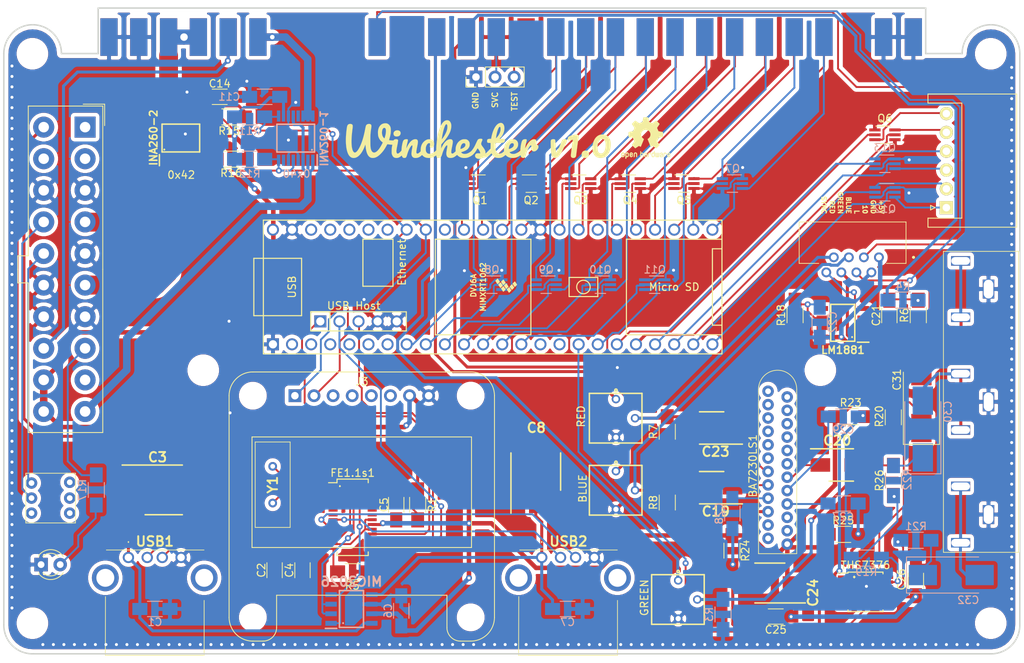
<source format=kicad_pcb>
(kicad_pcb (version 20171130) (host pcbnew "(5.1.9)-1")
  (layers (0 F.Cu signal) (31 B.Cu signal) (34 B.Paste user) (35 F.Paste user) (36 B.SilkS user) (37 F.SilkS user) (38 B.Mask user) (39 F.Mask user) (44 Edge.Cuts user))
  (net 0 "")
  (net 1 GND)
  (net 2 /+5VA)
  (net 3 "Net-(ATX1-Pad8)")
  (net 4 /+12VA)
  (net 5 +3V3)
  (net 6 "Net-(ATX1-Pad14)")
  (net 7 "Net-(ATX1-Pad15)")
  (net 8 -5V)
  (net 9 +5V)
  (net 10 /USBA5V)
  (net 11 "Net-(C2-Pad2)")
  (net 12 /USBB5V)
  (net 13 /BLUE)
  (net 14 /GREEN)
  (net 15 "Net-(C21-Pad1)")
  (net 16 /SYNC)
  (net 17 "Net-(C22-Pad2)")
  (net 18 /RED)
  (net 19 /R-Y)
  (net 20 /B-Y)
  (net 21 /Y)
  (net 22 "Net-(C30-Pad1)")
  (net 23 /CH1)
  (net 24 "Net-(C31-Pad1)")
  (net 25 /CH2)
  (net 26 "Net-(C32-Pad1)")
  (net 27 /CH3)
  (net 28 "Net-(D1-Pad2)")
  (net 29 /10)
  (net 30 /L)
  (net 31 /CSYNC)
  (net 32 /BYPASS)
  (net 33 /DP1)
  (net 34 /DM1)
  (net 35 /DP2)
  (net 36 /DM2)
  (net 37 /SCL)
  (net 38 /SDA)
  (net 39 /P1_B4)
  (net 40 /P2_B4)
  (net 41 /P1_B5)
  (net 42 /P2_B5)
  (net 43 /P1_B6)
  (net 44 /P2_B6)
  (net 45 /OVCJ)
  (net 46 /ENP)
  (net 47 /S)
  (net 48 /G)
  (net 49 /R)
  (net 50 /B)
  (net 51 /P2_B4_N)
  (net 52 /P2_B3)
  (net 53 /P2_B2)
  (net 54 /P2_B1)
  (net 55 /P2_RIGHT)
  (net 56 /P2_LEFT)
  (net 57 /P2_DOWN)
  (net 58 /P2_UP)
  (net 59 /P2_START)
  (net 60 /COIN_P2)
  (net 61 /+12VB)
  (net 62 /+5VB)
  (net 63 /P1_B4_N)
  (net 64 /P1_B3)
  (net 65 /P1_B2)
  (net 66 /P1_B1)
  (net 67 /P1_RIGHT)
  (net 68 /P1_LEFT)
  (net 69 /P1_DOWN)
  (net 70 /P1_UP)
  (net 71 /P1_START)
  (net 72 /COIN_P1)
  (net 73 /DM)
  (net 74 /DP)
  (net 75 /USBVCC)
  (net 76 "Net-(C4-Pad2)")
  (net 77 /TEST)
  (net 78 /SERVICE)
  (net 79 "Net-(FE1.1s1-Pad2)")
  (net 80 "Net-(FE1.1s1-Pad3)")
  (net 81 "Net-(FE1.1s1-Pad14)")
  (net 82 "Net-(BA7230LS1-Pad18)")
  (net 83 "Net-(BA7230LS1-Pad16)")
  (net 84 "Net-(BA7230LS1-Pad14)")
  (net 85 "Net-(BA7230LS1-Pad17)")
  (net 86 "Net-(BA7230LS1-Pad15)")
  (net 87 "Net-(BA7230LS1-Pad13)")
  (net 88 "Net-(R19-Pad1)")
  (net 89 "Net-(R19-Pad2)")
  (net 90 "Net-(R20-Pad2)")
  (net 91 "Net-(R21-Pad2)")
  (net 92 /P1_B4_23)
  (net 93 /P2_B6_20)
  (net 94 /P1_B6_19)
  (net 95 /P2_B4_24)
  (net 96 /P2_COIN_9)
  (net 97 /P2_START_8)
  (net 98 /P2_UP_11)
  (net 99 /P2_DOWN_10)
  (net 100 /P2_RIGHT_12)
  (net 101 /P2_LEFT_13)
  (net 102 /P2_B1_18)
  (net 103 /P2_B2_14)
  (net 104 /P1_B5_21)
  (net 105 /P2_B5_22)
  (net 106 /P1_COIN_37)
  (net 107 /P1_START_38)
  (net 108 /P1_UP_35)
  (net 109 /P1_DOWN_36)
  (net 110 /P1_RIGHT_33)
  (net 111 /P1_LEFT_32)
  (net 112 /P1_B1_29)
  (net 113 /P1_B2_30)
  (net 114 /P1_B4_28)
  (net 115 /P1_B3_27)
  (net 116 /P2_B3_25)
  (net 117 /P2_B4_26)
  (module samacsys:INA260 (layer F.Cu) (at 99.99 66.44 90)
    (fp_text reference INA260-2 (at 0.05 -3.63 90) (layer F.SilkS) (effects (font (thickness 0.2))))
    (fp_text value INA260 hide)
    (pad 16 smd rect (at 2.938 -2.275 180) (size 0.45 1.475) (layers F.Cu F.Paste F.Mask) (net 62 /+5VB))
    (pad 15 smd rect (at 2.938 -1.625 180) (size 0.45 1.475) (layers F.Cu F.Paste F.Mask) (net 62 /+5VB))
    (pad 14 smd rect (at 2.938 -0.975 180) (size 0.45 1.475) (layers F.Cu F.Paste F.Mask) (net 62 /+5VB))
    (pad 13 smd rect (at 2.938 -0.325 180) (size 0.45 1.475) (layers F.Cu F.Paste F.Mask))
    (pad 12 smd rect (at 2.938 0.325 180) (size 0.45 1.475) (layers F.Cu F.Paste F.Mask) (net 2 /+5VA))
    (pad 11 smd rect (at 2.938 0.975 180) (size 0.45 1.475) (layers F.Cu F.Paste F.Mask) (net 1 GND))
    (pad 10 smd rect (at 2.938 1.625 180) (size 0.45 1.475) (layers F.Cu F.Paste F.Mask) (net 9 +5V))
    (pad 9 smd rect (at 2.938 2.275 180) (size 0.45 1.475) (layers F.Cu F.Paste F.Mask) (net 37 /SCL))
    (pad 8 smd rect (at -2.938 2.275 180) (size 0.45 1.475) (layers F.Cu F.Paste F.Mask) (net 38 /SDA))
    (pad 7 smd rect (at -2.938 1.625 180) (size 0.45 1.475) (layers F.Cu F.Paste F.Mask))
    (pad 6 smd rect (at -2.938 0.975 180) (size 0.45 1.475) (layers F.Cu F.Paste F.Mask) (net 1 GND))
    (pad 5 smd rect (at -2.938 0.325 180) (size 0.45 1.475) (layers F.Cu F.Paste F.Mask) (net 1 GND))
    (pad 4 smd rect (at -2.938 -0.325 180) (size 0.45 1.475) (layers F.Cu F.Paste F.Mask) (net 1 GND))
    (pad 3 smd rect (at -2.938 -0.975 180) (size 0.45 1.475) (layers F.Cu F.Paste F.Mask) (net 2 /+5VA))
    (pad 2 smd rect (at -2.938 -1.625 180) (size 0.45 1.475) (layers F.Cu F.Paste F.Mask) (net 2 /+5VA))
    (pad 1 smd rect (at -2.938 -2.275 180) (size 0.45 1.475) (layers F.Cu F.Paste F.Mask) (net 2 /+5VA))
  )
  (module adafruitoled:Adafruit_SSD1306 (layer F.Cu) (at 115.15 100.69)
    (fp_text reference J3 (at 8.92 -1.88) (layer F.SilkS))
    (fp_text value "SSD1306 OLED")
    (pad 8 thru_hole circle (at 17.78 0) (size 1.7 1.7) (drill 1) (layers *.Cu *.Mask) (net 1 GND))
    (pad 7 thru_hole circle (at 15.24 0) (size 1.7 1.7) (drill 1) (layers *.Cu *.Mask) (net 9 +5V))
    (pad 6 thru_hole circle (at 12.7 0) (size 1.7 1.7) (drill 1) (layers *.Cu *.Mask))
    (pad 5 thru_hole circle (at 10.16 0) (size 1.7 1.7) (drill 1) (layers *.Cu *.Mask))
    (pad 4 thru_hole circle (at 7.62 0) (size 1.7 1.7) (drill 1) (layers *.Cu *.Mask))
    (pad 3 thru_hole circle (at 5.08 0) (size 1.7 1.7) (drill 1) (layers *.Cu *.Mask))
    (pad 2 thru_hole circle (at 2.54 0) (size 1.7 1.7) (drill 1) (layers *.Cu *.Mask) (net 37 /SCL))
    (pad 1 thru_hole rect (at 0 0) (size 1.7 1.7) (drill 1) (layers *.Cu *.Mask) (net 38 /SDA))
    (pad "" np_thru_hole circle (at 23.368 0) (size 2.7 2.7) (drill 2.7) (layers *.Cu *.Mask))
    (pad "" np_thru_hole circle (at -5.588 29.464) (size 2.7 2.7) (drill 2.7) (layers *.Cu *.Mask))
    (pad "" np_thru_hole circle (at 23.368 29.464) (size 2.7 2.7) (drill 2.7) (layers *.Cu *.Mask))
    (pad "" np_thru_hole circle (at -5.588 0) (size 2.7 2.7) (drill 2.7) (layers *.Cu *.Mask))
  )
  (module samacsys:ECS120184XCKM (layer F.Cu) (at 112.2 114.96 90)
    (fp_text reference Y1 (at 2.44 0 90) (layer F.SilkS) (effects (font (size 1.27 1.27) (thickness 0.254))))
    (fp_text value ECS120 hide)
    (pad 2 thru_hole circle (at 4.88 0 90) (size 1.155 1.155) (drill 0.63) (layers *.Cu *.Mask) (net 79 "Net-(FE1.1s1-Pad2)"))
    (pad 1 thru_hole circle (at 0 0 90) (size 1.155 1.155) (drill 0.63) (layers *.Cu *.Mask) (net 80 "Net-(FE1.1s1-Pad3)"))
  )
  (module samacsys:EEE1HA010SR (layer F.Cu) (at 171.085 104.98 180)
    (fp_text reference C23 (at 0.015 -3.149) (layer F.SilkS) (effects (font (size 1.27 1.27) (thickness 0.254))))
    (fp_text value 1uF hide)
    (pad 2 smd rect (at 2.25 0 270) (size 1.8 2.6) (layers F.Cu F.Paste F.Mask) (net 18 /RED))
    (pad 1 smd rect (at -2.25 0 270) (size 1.8 2.6) (layers F.Cu F.Paste F.Mask) (net 87 "Net-(BA7230LS1-Pad13)"))
  )
  (module samacsys:EEE1HA010SR (layer F.Cu) (at 171.085 112.92 180)
    (fp_text reference C19 (at -0.015 -3.157) (layer F.SilkS) (effects (font (size 1.27 1.27) (thickness 0.254))))
    (fp_text value 1uF hide)
    (pad 2 smd rect (at 2.25 0 270) (size 1.8 2.6) (layers F.Cu F.Paste F.Mask) (net 13 /BLUE))
    (pad 1 smd rect (at -2.25 0 270) (size 1.8 2.6) (layers F.Cu F.Paste F.Mask) (net 86 "Net-(BA7230LS1-Pad15)"))
  )
  (module Pin_Headers:Pin_Header_Straight_1x03_Pitch2.54mm (layer F.Cu) (at 139.22 58.33 90)
    (fp_text reference J1 hide)
    (fp_text value Conn_01x03_Female)
    (pad 1 thru_hole rect (at 0 0 90) (size 1.7 1.7) (drill 1) (layers *.Cu *.Mask) (net 1 GND))
    (pad 2 thru_hole oval (at 0 2.54 90) (size 1.7 1.7) (drill 1) (layers *.Cu *.Mask) (net 78 /SERVICE))
    (pad 3 thru_hole oval (at 0 5.08 90) (size 1.7 1.7) (drill 1) (layers *.Cu *.Mask) (net 77 /TEST))
  )
  (module TO_SOT_Packages_SMD:SOT-363_SC-70-6_Handsoldering (layer B.Cu) (at 193.58 69.86 180)
    (fp_text reference Q13 (at 0.01 2.16) (layer B.SilkS) (effects (justify mirror)))
    (fp_text value MUN5230DW1T1G)
    (pad 6 smd rect (at 1.33 0.65 180) (size 1.5 0.4) (layers B.Cu B.Paste B.Mask) (net 42 /P2_B5))
    (pad 5 smd rect (at 1.33 0 180) (size 1.5 0.4) (layers B.Cu B.Paste B.Mask) (net 104 /P1_B5_21))
    (pad 4 smd rect (at 1.33 -0.65 180) (size 1.5 0.4) (layers B.Cu B.Paste B.Mask) (net 1 GND))
    (pad 3 smd rect (at -1.33 -0.65 180) (size 1.5 0.4) (layers B.Cu B.Paste B.Mask) (net 41 /P1_B5))
    (pad 2 smd rect (at -1.33 0 180) (size 1.5 0.4) (layers B.Cu B.Paste B.Mask) (net 105 /P2_B5_22))
    (pad 1 smd rect (at -1.33 0.65 180) (size 1.5 0.4) (layers B.Cu B.Paste B.Mask) (net 1 GND))
  )
  (module samacsys:SOIC127P599X173-8N (layer B.Cu) (at 122.67 129.04)
    (fp_text reference MIC2026 (at 0 -3.63) (layer B.SilkS) (effects (font (size 1.27 1.27) (thickness 0.254)) (justify mirror)))
    (fp_text value MIC2026-2YM hide)
    (pad 8 smd rect (at 2.712 1.905 270) (size 0.65 1.525) (layers B.Cu B.Paste B.Mask) (net 10 /USBA5V))
    (pad 7 smd rect (at 2.712 0.635 270) (size 0.65 1.525) (layers B.Cu B.Paste B.Mask) (net 9 +5V))
    (pad 6 smd rect (at 2.712 -0.635 270) (size 0.65 1.525) (layers B.Cu B.Paste B.Mask) (net 1 GND))
    (pad 5 smd rect (at 2.712 -1.905 270) (size 0.65 1.525) (layers B.Cu B.Paste B.Mask) (net 12 /USBB5V))
    (pad 4 smd rect (at -2.712 -1.905 270) (size 0.65 1.525) (layers B.Cu B.Paste B.Mask) (net 46 /ENP))
    (pad 3 smd rect (at -2.712 -0.635 270) (size 0.65 1.525) (layers B.Cu B.Paste B.Mask) (net 45 /OVCJ))
    (pad 2 smd rect (at -2.712 0.635 270) (size 0.65 1.525) (layers B.Cu B.Paste B.Mask) (net 45 /OVCJ))
    (pad 1 smd rect (at -2.712 1.905 270) (size 0.65 1.525) (layers B.Cu B.Paste B.Mask) (net 46 /ENP))
  )
  (module Symbols:OSHW-Logo2_7.3x6mm_SilkScreen (layer F.Cu) (at 161.79 66.43373)
    (fp_text reference LOGO1 hide)
    (fp_text value Logo_Open_Hardware_Small hide)
  )
  (module Winchester:v1 (layer F.Cu) (at 144.31 67.51)
    (fp_text reference L1 hide)
    (fp_text value Logo hide)
  )
  (module Winchester:JAMMA56HALF (layer F.Cu) (at 141.92 49.06)
    (fp_text reference U1 hide)
    (fp_text value Jamma)
    (pad _f smd rect (at 55.44 3.96) (size 2.3 5) (layers B.Cu B.Paste B.Mask) (net 1 GND))
    (pad _e smd rect (at 51.48 3.96) (size 2.3 5) (layers B.Cu B.Paste B.Mask) (net 1 GND))
    (pad _c smd rect (at 43.56 3.96) (size 2.3 5) (layers B.Cu B.Paste B.Mask) (net 51 /P2_B4_N))
    (pad _b smd rect (at 39.6 3.96) (size 2.3 5) (layers B.Cu B.Paste B.Mask) (net 52 /P2_B3))
    (pad _a smd rect (at 35.64 3.96) (size 2.3 5) (layers B.Cu B.Paste B.Mask) (net 53 /P2_B2))
    (pad Z smd rect (at 31.68 3.96) (size 2.3 5) (layers B.Cu B.Paste B.Mask) (net 54 /P2_B1))
    (pad Y smd rect (at 27.72 3.96) (size 2.3 5) (layers B.Cu B.Paste B.Mask) (net 55 /P2_RIGHT))
    (pad X smd rect (at 23.76 3.96) (size 2.3 5) (layers B.Cu B.Paste B.Mask) (net 56 /P2_LEFT))
    (pad W smd rect (at 19.8 3.96) (size 2.3 5) (layers B.Cu B.Paste B.Mask) (net 57 /P2_DOWN))
    (pad V smd rect (at 15.84 3.96) (size 2.3 5) (layers B.Cu B.Paste B.Mask) (net 58 /P2_UP))
    (pad U smd rect (at 11.88 3.96) (size 2.3 5) (layers B.Cu B.Paste B.Mask) (net 59 /P2_START))
    (pad T smd rect (at 7.92 3.96) (size 2.3 5) (layers B.Cu B.Paste B.Mask) (net 60 /COIN_P2))
    (pad R smd rect (at 0 3.96) (size 2.3 5) (layers B.Cu B.Paste B.Mask) (net 78 /SERVICE))
    (pad P smd rect (at -3.96 3.96) (size 2.3 5) (layers B.Cu B.Paste B.Mask) (net 47 /S))
    (pad N smd rect (at -7.92 3.96) (size 2.3 5) (layers B.Cu B.Paste B.Mask) (net 48 /G))
    (pad L smd rect (at -15.84 3.96) (size 2.3 5) (layers B.Cu B.Paste B.Mask) (net 30 /L))
    (pad F smd rect (at -31.68 3.96) (size 2.3 5) (layers B.Cu B.Paste B.Mask) (net 61 /+12VB))
    (pad E smd rect (at -35.64 3.96) (size 2.3 5) (layers B.Cu B.Paste B.Mask) (net 8 -5V))
    (pad D smd rect (at -39.6 3.96) (size 2.3 5) (layers B.Cu B.Paste B.Mask) (net 62 /+5VB))
    (pad C smd rect (at -43.56 3.96) (size 2.3 5) (layers B.Cu B.Paste B.Mask) (net 62 /+5VB))
    (pad B smd rect (at -47.52 3.96) (size 2.3 5) (layers B.Cu B.Paste B.Mask) (net 1 GND))
    (pad A smd rect (at -51.48 3.96) (size 2.3 5) (layers B.Cu B.Paste B.Mask) (net 1 GND))
    (pad 28 smd rect (at 55.44 3.96) (size 2.3 5) (layers F.Cu F.Paste F.Mask) (net 1 GND))
    (pad 27 smd rect (at 51.48 3.96) (size 2.3 5) (layers F.Cu F.Paste F.Mask) (net 1 GND))
    (pad 25 smd rect (at 43.56 3.96) (size 2.3 5) (layers F.Cu F.Paste F.Mask) (net 63 /P1_B4_N))
    (pad 24 smd rect (at 39.6 3.96) (size 2.3 5) (layers F.Cu F.Paste F.Mask) (net 64 /P1_B3))
    (pad 23 smd rect (at 35.64 3.96) (size 2.3 5) (layers F.Cu F.Paste F.Mask) (net 65 /P1_B2))
    (pad 22 smd rect (at 31.68 3.96) (size 2.3 5) (layers F.Cu F.Paste F.Mask) (net 66 /P1_B1))
    (pad 21 smd rect (at 27.72 3.96) (size 2.3 5) (layers F.Cu F.Paste F.Mask) (net 67 /P1_RIGHT))
    (pad 20 smd rect (at 23.76 3.96) (size 2.3 5) (layers F.Cu F.Paste F.Mask) (net 68 /P1_LEFT))
    (pad 19 smd rect (at 19.8 3.96) (size 2.3 5) (layers F.Cu F.Paste F.Mask) (net 69 /P1_DOWN))
    (pad 18 smd rect (at 15.84 3.96) (size 2.3 5) (layers F.Cu F.Paste F.Mask) (net 70 /P1_UP))
    (pad 17 smd rect (at 11.88 3.96) (size 2.3 5) (layers F.Cu F.Paste F.Mask) (net 71 /P1_START))
    (pad 16 smd rect (at 7.92 3.96) (size 2.3 5) (layers F.Cu F.Paste F.Mask) (net 72 /COIN_P1))
    (pad 15 smd rect (at 3.96 3.96) (size 2.3 5) (layers F.Cu F.Paste F.Mask) (net 77 /TEST))
    (pad 14 smd rect (at 0 3.96) (size 2.3 5) (layers F.Cu F.Paste F.Mask) (net 1 GND))
    (pad 13 smd rect (at -3.96 3.96) (size 2.3 5) (layers F.Cu F.Paste F.Mask) (net 50 /B))
    (pad 12 smd rect (at -7.92 3.96) (size 2.3 5) (layers F.Cu F.Paste F.Mask) (net 49 /R))
    (pad 10 smd rect (at -15.84 3.96) (size 2.3 5) (layers F.Cu F.Paste F.Mask) (net 29 /10))
    (pad 6 smd rect (at -31.68 3.96) (size 2.3 5) (layers F.Cu F.Paste F.Mask) (net 61 /+12VB))
    (pad 5 smd rect (at -35.64 3.96) (size 2.3 5) (layers F.Cu F.Paste F.Mask) (net 8 -5V))
    (pad 4 smd rect (at -39.6 3.96) (size 2.3 5) (layers F.Cu F.Paste F.Mask) (net 62 /+5VB))
    (pad 3 smd rect (at -43.56 3.96) (size 2.3 5) (layers F.Cu F.Paste F.Mask) (net 62 /+5VB))
    (pad 2 smd rect (at -47.52 3.96) (size 2.3 5) (layers F.Cu F.Paste F.Mask) (net 1 GND))
    (pad 1 smd rect (at -51.48 3.96) (size 2.3 5) (layers F.Cu F.Paste F.Mask) (net 1 GND))
  )
  (module teensy:Teensy41 (layer F.Cu) (at 141.44 86.24)
    (fp_text reference U7 hide)
    (fp_text value Teensy4.1)
    (fp_text user "USB Host" (at -18.4658 2.4892) (layer F.SilkS))
    (fp_text user Ethernet (at -12.065 -3.2766 270) (layer F.SilkS))
    (fp_text user USB (at -26.67 0 90) (layer F.SilkS))
    (fp_text user "Micro SD" (at 24.13 0) (layer F.SilkS))
    (fp_text user MIMXRT1062 (at -1.27 0 90) (layer F.SilkS) (effects (font (size 0.7 0.7))))
    (fp_text user DVJ6A (at -2.54 -0.18 90) (layer F.SilkS) (effects (font (size 0.7 0.7))))
    (pad 17 thru_hole circle (at 11.43 7.62) (size 1.6 1.6) (drill 1.1) (layers *.Cu *.Mask) (net 32 /BYPASS))
    (pad 18 thru_hole circle (at 13.97 7.62) (size 1.6 1.6) (drill 1.1) (layers *.Cu *.Mask) (net 102 /P2_B1_18))
    (pad 19 thru_hole circle (at 16.51 7.62) (size 1.6 1.6) (drill 1.1) (layers *.Cu *.Mask) (net 94 /P1_B6_19))
    (pad 20 thru_hole circle (at 19.05 7.62) (size 1.6 1.6) (drill 1.1) (layers *.Cu *.Mask) (net 93 /P2_B6_20))
    (pad 16 thru_hole circle (at 8.89 7.62) (size 1.6 1.6) (drill 1.1) (layers *.Cu *.Mask))
    (pad 15 thru_hole circle (at 6.35 7.62) (size 1.6 1.6) (drill 1.1) (layers *.Cu *.Mask))
    (pad 14 thru_hole circle (at 3.81 7.62) (size 1.6 1.6) (drill 1.1) (layers *.Cu *.Mask) (net 103 /P2_B2_14))
    (pad 21 thru_hole circle (at 21.59 7.62) (size 1.6 1.6) (drill 1.1) (layers *.Cu *.Mask) (net 104 /P1_B5_21))
    (pad 22 thru_hole circle (at 24.13 7.62) (size 1.6 1.6) (drill 1.1) (layers *.Cu *.Mask) (net 105 /P2_B5_22))
    (pad 23 thru_hole circle (at 26.67 7.62) (size 1.6 1.6) (drill 1.1) (layers *.Cu *.Mask) (net 92 /P1_B4_23))
    (pad 24 thru_hole circle (at 29.21 7.62) (size 1.6 1.6) (drill 1.1) (layers *.Cu *.Mask) (net 95 /P2_B4_24))
    (pad 25 thru_hole circle (at 29.21 -7.62) (size 1.6 1.6) (drill 1.1) (layers *.Cu *.Mask) (net 116 /P2_B3_25))
    (pad 26 thru_hole circle (at 26.67 -7.62) (size 1.6 1.6) (drill 1.1) (layers *.Cu *.Mask) (net 117 /P2_B4_26))
    (pad 27 thru_hole circle (at 24.13 -7.62) (size 1.6 1.6) (drill 1.1) (layers *.Cu *.Mask) (net 115 /P1_B3_27))
    (pad 28 thru_hole circle (at 21.59 -7.62) (size 1.6 1.6) (drill 1.1) (layers *.Cu *.Mask) (net 114 /P1_B4_28))
    (pad 29 thru_hole circle (at 19.05 -7.62) (size 1.6 1.6) (drill 1.1) (layers *.Cu *.Mask) (net 112 /P1_B1_29))
    (pad 30 thru_hole circle (at 16.51 -7.62) (size 1.6 1.6) (drill 1.1) (layers *.Cu *.Mask) (net 113 /P1_B2_30))
    (pad 31 thru_hole circle (at 13.97 -7.62) (size 1.6 1.6) (drill 1.1) (layers *.Cu *.Mask))
    (pad 32 thru_hole circle (at 11.43 -7.62) (size 1.6 1.6) (drill 1.1) (layers *.Cu *.Mask) (net 111 /P1_LEFT_32))
    (pad 33 thru_hole circle (at 8.89 -7.62) (size 1.6 1.6) (drill 1.1) (layers *.Cu *.Mask) (net 110 /P1_RIGHT_33))
    (pad 34 thru_hole circle (at 6.35 -7.62) (size 1.6 1.6) (drill 1.1) (layers *.Cu *.Mask) (net 1 GND))
    (pad 13 thru_hole circle (at 1.27 7.62) (size 1.6 1.6) (drill 1.1) (layers *.Cu *.Mask) (net 101 /P2_LEFT_13))
    (pad 12 thru_hole circle (at -1.27 7.62) (size 1.6 1.6) (drill 1.1) (layers *.Cu *.Mask) (net 100 /P2_RIGHT_12))
    (pad 11 thru_hole circle (at -3.81 7.62) (size 1.6 1.6) (drill 1.1) (layers *.Cu *.Mask) (net 98 /P2_UP_11))
    (pad 10 thru_hole circle (at -6.35 7.62) (size 1.6 1.6) (drill 1.1) (layers *.Cu *.Mask) (net 99 /P2_DOWN_10))
    (pad 9 thru_hole circle (at -8.89 7.62) (size 1.6 1.6) (drill 1.1) (layers *.Cu *.Mask) (net 96 /P2_COIN_9))
    (pad 8 thru_hole circle (at -11.43 7.62) (size 1.6 1.6) (drill 1.1) (layers *.Cu *.Mask) (net 97 /P2_START_8))
    (pad 7 thru_hole circle (at -13.97 7.62) (size 1.6 1.6) (drill 1.1) (layers *.Cu *.Mask))
    (pad 6 thru_hole circle (at -16.51 7.62) (size 1.6 1.6) (drill 1.1) (layers *.Cu *.Mask))
    (pad 5 thru_hole circle (at -19.05 7.62) (size 1.6 1.6) (drill 1.1) (layers *.Cu *.Mask))
    (pad 4 thru_hole circle (at -21.59 7.62) (size 1.6 1.6) (drill 1.1) (layers *.Cu *.Mask))
    (pad 3 thru_hole circle (at -24.13 7.62) (size 1.6 1.6) (drill 1.1) (layers *.Cu *.Mask))
    (pad 2 thru_hole circle (at -26.67 7.62) (size 1.6 1.6) (drill 1.1) (layers *.Cu *.Mask))
    (pad 1 thru_hole rect (at -29.21 7.62) (size 1.6 1.6) (drill 1.1) (layers *.Cu *.Mask) (net 1 GND))
    (pad 35 thru_hole circle (at 3.81 -7.62) (size 1.6 1.6) (drill 1.1) (layers *.Cu *.Mask) (net 108 /P1_UP_35))
    (pad 36 thru_hole circle (at 1.27 -7.62) (size 1.6 1.6) (drill 1.1) (layers *.Cu *.Mask) (net 109 /P1_DOWN_36))
    (pad 37 thru_hole circle (at -1.27 -7.62) (size 1.6 1.6) (drill 1.1) (layers *.Cu *.Mask) (net 106 /P1_COIN_37))
    (pad 38 thru_hole circle (at -3.81 -7.62) (size 1.6 1.6) (drill 1.1) (layers *.Cu *.Mask) (net 107 /P1_START_38))
    (pad 39 thru_hole circle (at -6.35 -7.62) (size 1.6 1.6) (drill 1.1) (layers *.Cu *.Mask))
    (pad 40 thru_hole circle (at -8.89 -7.62) (size 1.6 1.6) (drill 1.1) (layers *.Cu *.Mask) (net 38 /SDA))
    (pad 41 thru_hole circle (at -11.43 -7.62) (size 1.6 1.6) (drill 1.1) (layers *.Cu *.Mask) (net 37 /SCL))
    (pad 42 thru_hole circle (at -13.97 -7.62) (size 1.6 1.6) (drill 1.1) (layers *.Cu *.Mask))
    (pad 43 thru_hole circle (at -16.51 -7.62) (size 1.6 1.6) (drill 1.1) (layers *.Cu *.Mask))
    (pad 44 thru_hole circle (at -19.05 -7.62) (size 1.6 1.6) (drill 1.1) (layers *.Cu *.Mask))
    (pad 45 thru_hole circle (at -21.59 -7.62) (size 1.6 1.6) (drill 1.1) (layers *.Cu *.Mask))
    (pad 46 thru_hole circle (at -24.13 -7.62) (size 1.6 1.6) (drill 1.1) (layers *.Cu *.Mask))
    (pad 47 thru_hole circle (at -26.67 -7.62) (size 1.6 1.6) (drill 1.1) (layers *.Cu *.Mask) (net 1 GND))
    (pad 48 thru_hole circle (at -29.21 -7.62) (size 1.6 1.6) (drill 1.1) (layers *.Cu *.Mask) (net 9 +5V))
    (pad 55 thru_hole rect (at -22.9108 4.5692) (size 1.6 1.6) (drill 1.1) (layers *.Cu *.Mask) (net 75 /USBVCC))
    (pad 56 thru_hole circle (at -20.3708 4.5692) (size 1.6 1.6) (drill 1.1) (layers *.Cu *.Mask) (net 73 /DM))
    (pad 57 thru_hole circle (at -17.8308 4.5692) (size 1.6 1.6) (drill 1.1) (layers *.Cu *.Mask) (net 74 /DP))
    (pad 58 thru_hole circle (at -15.2908 4.5692) (size 1.6 1.6) (drill 1.1) (layers *.Cu *.Mask) (net 1 GND))
    (pad 59 thru_hole circle (at -12.7508 4.5692) (size 1.6 1.6) (drill 1.1) (layers *.Cu *.Mask) (net 1 GND))
  )
  (module TO_SOT_Packages_SMD:SOT-363_SC-70-6_Handsoldering (layer B.Cu) (at 141.33 85.93 180)
    (fp_text reference Q8 (at 0 2) (layer B.SilkS) (effects (justify mirror)))
    (fp_text value MUN5230DW1T1G)
    (pad 1 smd rect (at -1.33 0.65 180) (size 1.5 0.4) (layers B.Cu B.Paste B.Mask) (net 1 GND))
    (pad 2 smd rect (at -1.33 0 180) (size 1.5 0.4) (layers B.Cu B.Paste B.Mask) (net 96 /P2_COIN_9))
    (pad 3 smd rect (at -1.33 -0.65 180) (size 1.5 0.4) (layers B.Cu B.Paste B.Mask) (net 59 /P2_START))
    (pad 4 smd rect (at 1.33 -0.65 180) (size 1.5 0.4) (layers B.Cu B.Paste B.Mask) (net 1 GND))
    (pad 5 smd rect (at 1.33 0 180) (size 1.5 0.4) (layers B.Cu B.Paste B.Mask) (net 97 /P2_START_8))
    (pad 6 smd rect (at 1.33 0.65 180) (size 1.5 0.4) (layers B.Cu B.Paste B.Mask) (net 60 /COIN_P2))
  )
  (module TO_SOT_Packages_SMD:SOT-363_SC-70-6_Handsoldering (layer B.Cu) (at 173.31 72.49 180)
    (fp_text reference Q7 (at 0 2) (layer B.SilkS) (effects (justify mirror)))
    (fp_text value MUN5230DW1T1G)
    (pad 6 smd rect (at 1.33 0.65 180) (size 1.5 0.4) (layers B.Cu B.Paste B.Mask) (net 52 /P2_B3))
    (pad 5 smd rect (at 1.33 0 180) (size 1.5 0.4) (layers B.Cu B.Paste B.Mask) (net 117 /P2_B4_26))
    (pad 4 smd rect (at 1.33 -0.65 180) (size 1.5 0.4) (layers B.Cu B.Paste B.Mask) (net 1 GND))
    (pad 3 smd rect (at -1.33 -0.65 180) (size 1.5 0.4) (layers B.Cu B.Paste B.Mask) (net 51 /P2_B4_N))
    (pad 2 smd rect (at -1.33 0 180) (size 1.5 0.4) (layers B.Cu B.Paste B.Mask) (net 116 /P2_B3_25))
    (pad 1 smd rect (at -1.33 0.65 180) (size 1.5 0.4) (layers B.Cu B.Paste B.Mask) (net 1 GND))
  )
  (module samacsys:SLW8R5C7LF (layer F.Cu) (at 192.786 82.296 180)
    (fp_text reference J2 hide)
    (fp_text value SLW8R-5C7LF hide)
    (pad 8 thru_hole circle (at 7 -2 180) (size 1.3 1.3) (drill 0.8) (layers *.Cu *.Mask) (net 31 /CSYNC))
    (pad 7 thru_hole circle (at 6 0 180) (size 1.3 1.3) (drill 0.8) (layers *.Cu *.Mask) (net 18 /RED))
    (pad 6 thru_hole circle (at 5 -2 180) (size 1.3 1.3) (drill 0.8) (layers *.Cu *.Mask) (net 14 /GREEN))
    (pad 5 thru_hole circle (at 4 0 180) (size 1.3 1.3) (drill 0.8) (layers *.Cu *.Mask) (net 13 /BLUE))
    (pad 4 thru_hole circle (at 3 -2 180) (size 1.3 1.3) (drill 0.8) (layers *.Cu *.Mask) (net 30 /L))
    (pad 3 thru_hole circle (at 2 0 180) (size 1.3 1.3) (drill 0.8) (layers *.Cu *.Mask) (net 29 /10))
    (pad 2 thru_hole circle (at 1 -2 180) (size 1.3 1.3) (drill 0.8) (layers *.Cu *.Mask) (net 1 GND))
    (pad 1 thru_hole circle (at 0 0 180) (size 1.3 1.3) (drill 0.8) (layers *.Cu *.Mask) (net 9 +5V))
  )
  (module Winchester:MountingHole_3.2mm_M3 (layer F.Cu) (at 102.97 97.3)
    (fp_text reference H6 hide)
    (fp_text value MountingHole)
    (pad 1 np_thru_hole circle (at 0 0) (size 3.2 3.2) (drill 3.2) (layers *.Cu *.Mask))
  )
  (module Winchester:C_1206_HandSoldering (layer F.Cu) (at 128.62 115.2 270)
    (fp_text reference C5 (at 0 1.63 90) (layer F.SilkS))
    (fp_text value 10uF)
    (pad 1 smd rect (at -2 0 270) (size 2 1.6) (layers F.Cu F.Paste F.Mask) (net 1 GND))
    (pad 2 smd rect (at 2 0 270) (size 2 1.6) (layers F.Cu F.Paste F.Mask) (net 9 +5V))
  )
  (module Winchester:POWER_SW (layer F.Cu) (at 82.68 114.3)
    (fp_text reference POWER1 hide)
    (fp_text value SW_DPDT_x2)
    (pad 6 thru_hole circle (at 2.54 2) (size 1.524 1.524) (drill 0.762) (layers *.Cu *.Mask))
    (pad 5 thru_hole circle (at -2.54 2) (size 1.524 1.524) (drill 0.762) (layers *.Cu *.Mask))
    (pad 4 thru_hole circle (at 2.54 0) (size 1.524 1.524) (drill 0.762) (layers *.Cu *.Mask))
    (pad 3 thru_hole circle (at -2.54 0) (size 1.524 1.524) (drill 0.762) (layers *.Cu *.Mask) (net 6 "Net-(ATX1-Pad14)"))
    (pad 2 thru_hole circle (at 2.54 -2.1) (size 1.524 1.524) (drill 0.762) (layers *.Cu *.Mask))
    (pad 1 thru_hole circle (at -2.54 -2) (size 1.524 1.524) (drill 0.762) (layers *.Cu *.Mask) (net 7 "Net-(ATX1-Pad15)"))
  )
  (module Winchester:MountingHole_3.2mm_M3 (layer F.Cu) (at 207.65 130.93)
    (fp_text reference H2 hide)
    (fp_text value MountingHole)
    (pad "" np_thru_hole circle (at 0 0) (size 3.2 3.2) (drill 3.2) (layers *.Cu *.Mask))
  )
  (module Winchester:MountingHole_3.2mm_M3 (layer F.Cu) (at 80.2607 130.93)
    (fp_text reference H3 hide)
    (fp_text value MountingHole)
    (pad "" np_thru_hole circle (at 0 0) (size 3.2 3.2) (drill 3.2) (layers *.Cu *.Mask))
  )
  (module Winchester:LED_D3.0mm (layer F.Cu) (at 81.41 123.14)
    (fp_text reference D1 hide)
    (fp_text value LED)
    (pad 1 thru_hole rect (at 0 0) (size 1.8 1.8) (drill 0.9) (layers *.Cu *.Mask) (net 1 GND))
    (pad 2 thru_hole circle (at 2.54 0) (size 1.8 1.8) (drill 0.9) (layers *.Cu *.Mask) (net 28 "Net-(D1-Pad2)"))
  )
  (module Winchester:C_1206_HandSoldering (layer B.Cu) (at 111.13 60.96 180)
    (fp_text reference C11 (at 4.71 0) (layer B.SilkS) (effects (justify mirror)))
    (fp_text value 1uF)
    (pad 1 smd rect (at -2 0 180) (size 2 1.6) (layers B.Cu B.Paste B.Mask) (net 9 +5V))
    (pad 2 smd rect (at 2 0 180) (size 2 1.6) (layers B.Cu B.Paste B.Mask) (net 1 GND))
  )
  (module Winchester:MountingHole_3.2mm_M3 (layer F.Cu) (at 185 97.3)
    (fp_text reference H5 hide)
    (fp_text value MountingHole)
    (pad "" np_thru_hole circle (at 0 0) (size 3.2 3.2) (drill 3.2) (layers *.Cu *.Mask))
  )
  (module Winchester:R_1206_HandSoldering (layer F.Cu) (at 194.7 111.95 90)
    (fp_text reference R26 (at 0 -1.85 90) (layer F.SilkS))
    (fp_text value 200ohm)
    (pad 1 smd rect (at -2 0 90) (size 2 1.7) (layers F.Cu F.Paste F.Mask) (net 88 "Net-(R19-Pad1)"))
    (pad 2 smd rect (at 2 0 90) (size 2 1.7) (layers F.Cu F.Paste F.Mask) (net 31 /CSYNC))
  )
  (module Winchester:PJRAN (layer F.Cu) (at 206.361 101.504 90)
    (fp_text reference COMPONENT1 hide)
    (fp_text value PJRAN)
    (pad 9 thru_hole rect (at 18.7325 -2.7178 90) (size 1.27 2.54) (drill oval 1.016 2.4892) (layers *.Cu *.Mask) (net 25 /CH2))
    (pad 8 thru_hole rect (at 11.2395 -2.7178 90) (size 1.27 2.54) (drill oval 1.016 2.4892) (layers *.Cu *.Mask) (net 25 /CH2))
    (pad 7 thru_hole rect (at 3.7465 -2.7178 90) (size 1.27 2.54) (drill oval 1.016 2.4892) (layers *.Cu *.Mask) (net 23 /CH1))
    (pad 6 thru_hole rect (at -3.7465 -2.7178 90) (size 1.27 2.54) (drill oval 1.016 2.4892) (layers *.Cu *.Mask) (net 23 /CH1))
    (pad 5 thru_hole rect (at -11.2395 -2.7178 90) (size 1.27 2.54) (drill oval 1.016 2.4892) (layers *.Cu *.Mask) (net 27 /CH3))
    (pad 4 thru_hole rect (at -18.7325 -2.7178 90) (size 1.27 2.54) (drill oval 1.016 2.4892) (layers *.Cu *.Mask) (net 27 /CH3))
    (pad 1 thru_hole rect (at -14.986 0.9906 90) (size 2.54 1.524) (drill oval 2.4892 1.27) (layers *.Cu *.Mask) (net 1 GND))
    (pad 3 thru_hole rect (at 14.986 0.9906 90) (size 2.54 1.524) (drill oval 2.4892 1.27) (layers *.Cu *.Mask) (net 1 GND))
    (pad 2 thru_hole rect (at 0 0.9906 90) (size 2.54 1.524) (drill oval 2.4892 1.27) (layers *.Cu *.Mask) (net 1 GND))
  )
  (module Winchester:MountingHole_3.2mm_M3 (layer F.Cu) (at 80.28 55.25)
    (fp_text reference H4 hide)
    (fp_text value MountingHole)
    (pad "" np_thru_hole circle (at -0.01926 -0.01856) (size 3.2 3.2) (drill 3.2) (layers *.Cu *.Mask))
  )
  (module Winchester:C_1206_HandSoldering (layer B.Cu) (at 188.048 103.462)
    (fp_text reference C29 (at 0 1.75) (layer B.SilkS) (effects (justify mirror)))
    (fp_text value 0.1uF)
    (pad 1 smd rect (at -2 0) (size 2 1.6) (layers B.Cu B.Paste B.Mask) (net 83 "Net-(BA7230LS1-Pad16)"))
    (pad 2 smd rect (at 2 0) (size 2 1.6) (layers B.Cu B.Paste B.Mask) (net 21 /Y))
  )
  (module Winchester:C_1206_HandSoldering (layer B.Cu) (at 173.3 116.35 270)
    (fp_text reference C28 (at 0 1.75 90) (layer B.SilkS) (effects (justify mirror)))
    (fp_text value 0.1uF)
    (pad 1 smd rect (at -2 0 270) (size 2 1.6) (layers B.Cu B.Paste B.Mask) (net 85 "Net-(BA7230LS1-Pad17)"))
    (pad 2 smd rect (at 2 0 270) (size 2 1.6) (layers B.Cu B.Paste B.Mask) (net 20 /B-Y))
  )
  (module Winchester:C_1206_HandSoldering (layer B.Cu) (at 188.02 115.02)
    (fp_text reference C27 (at 0 1.75) (layer B.SilkS) (effects (justify mirror)))
    (fp_text value 0.1uF)
    (pad 1 smd rect (at -2 0) (size 2 1.6) (layers B.Cu B.Paste B.Mask) (net 82 "Net-(BA7230LS1-Pad18)"))
    (pad 2 smd rect (at 2 0) (size 2 1.6) (layers B.Cu B.Paste B.Mask) (net 19 /R-Y))
  )
  (module Winchester:C_1206_HandSoldering (layer F.Cu) (at 197.7 125.28 90)
    (fp_text reference C26 (at 0.167 -1.916 90) (layer F.SilkS))
    (fp_text value 0.1uF)
    (pad 1 smd rect (at -2 0 90) (size 2 1.6) (layers F.Cu F.Paste F.Mask) (net 9 +5V))
    (pad 2 smd rect (at 2 0 90) (size 2 1.6) (layers F.Cu F.Paste F.Mask) (net 1 GND))
  )
  (module samacsys:875201010BLF (layer F.Cu) (at 147.96 122.19)
    (fp_text reference USB2 (at 3.555 -2.129) (layer F.SilkS) (effects (font (size 1.27 1.27) (thickness 0.254))))
    (fp_text value USB_A hide)
    (pad MH2 thru_hole circle (at 10.07 2.71) (size 3.57 3.57) (drill 2.38) (layers *.Cu *.Mask))
    (pad MH1 thru_hole circle (at -3.07 2.71) (size 3.57 3.57) (drill 2.38) (layers *.Cu *.Mask))
    (pad 4 thru_hole circle (at 7 0) (size 1.5 1.5) (drill 1) (layers *.Cu *.Mask) (net 1 GND))
    (pad 3 thru_hole circle (at 4.5 0) (size 1.5 1.5) (drill 1) (layers *.Cu *.Mask) (net 35 /DP2))
    (pad 2 thru_hole circle (at 2.5 0) (size 1.5 1.5) (drill 1) (layers *.Cu *.Mask) (net 36 /DM2))
    (pad 1 thru_hole circle (at 0 0) (size 1.5 1.5) (drill 1) (layers *.Cu *.Mask) (net 12 /USBB5V))
  )
  (module samacsys:875201010BLF (layer F.Cu) (at 93.02 122.19)
    (fp_text reference USB1 (at 3.51 -2.129) (layer F.SilkS) (effects (font (size 1.27 1.27) (thickness 0.254))))
    (fp_text value USB_A hide)
    (pad MH2 thru_hole circle (at 10.07 2.71) (size 3.57 3.57) (drill 2.38) (layers *.Cu *.Mask))
    (pad MH1 thru_hole circle (at -3.07 2.71) (size 3.57 3.57) (drill 2.38) (layers *.Cu *.Mask))
    (pad 4 thru_hole circle (at 7 0) (size 1.5 1.5) (drill 1) (layers *.Cu *.Mask) (net 1 GND))
    (pad 3 thru_hole circle (at 4.5 0) (size 1.5 1.5) (drill 1) (layers *.Cu *.Mask) (net 33 /DP1))
    (pad 2 thru_hole circle (at 2.5 0) (size 1.5 1.5) (drill 1) (layers *.Cu *.Mask) (net 34 /DM1))
    (pad 1 thru_hole circle (at 0 0) (size 1.5 1.5) (drill 1) (layers *.Cu *.Mask) (net 10 /USBA5V))
  )
  (module samacsys:LM1881 (layer F.Cu) (at 187.976 91.0011 180)
    (fp_text reference LM1881 (at -0.024 -3.6189) (layer F.SilkS) (effects (font (thickness 0.2))))
    (fp_text value LM1881 hide)
    (pad 8 smd rect (at 2.711 -1.905 270) (size 0.65 1.528) (layers F.Cu F.Paste F.Mask) (net 9 +5V))
    (pad 7 smd rect (at 2.711 -0.635 270) (size 0.65 1.528) (layers F.Cu F.Paste F.Mask))
    (pad 6 smd rect (at 2.711 0.635 270) (size 0.65 1.528) (layers F.Cu F.Paste F.Mask) (net 17 "Net-(C22-Pad2)"))
    (pad 5 smd rect (at 2.711 1.905 270) (size 0.65 1.528) (layers F.Cu F.Paste F.Mask))
    (pad 4 smd rect (at -2.711 1.905 270) (size 0.65 1.528) (layers F.Cu F.Paste F.Mask) (net 1 GND))
    (pad 3 smd rect (at -2.711 0.635 270) (size 0.65 1.528) (layers F.Cu F.Paste F.Mask))
    (pad 2 smd rect (at -2.711 -0.635 270) (size 0.65 1.528) (layers F.Cu F.Paste F.Mask) (net 15 "Net-(C21-Pad1)"))
    (pad 1 smd rect (at -2.711 -1.905 270) (size 0.65 1.528) (layers F.Cu F.Paste F.Mask) (net 31 /CSYNC))
  )
  (module samacsys:INA260 (layer B.Cu) (at 115.26 66.45 90)
    (fp_text reference INA260-1 (at -0.03 3.71 270 unlocked) (layer B.SilkS) (effects (font (thickness 0.2)) (justify mirror)))
    (fp_text value INA260 hide)
    (pad 16 smd rect (at 2.938 2.275) (size 0.45 1.475) (layers B.Cu B.Paste B.Mask) (net 61 /+12VB))
    (pad 15 smd rect (at 2.938 1.625) (size 0.45 1.475) (layers B.Cu B.Paste B.Mask) (net 61 /+12VB))
    (pad 14 smd rect (at 2.938 0.975) (size 0.45 1.475) (layers B.Cu B.Paste B.Mask) (net 61 /+12VB))
    (pad 13 smd rect (at 2.938 0.325) (size 0.45 1.475) (layers B.Cu B.Paste B.Mask))
    (pad 12 smd rect (at 2.938 -0.325) (size 0.45 1.475) (layers B.Cu B.Paste B.Mask) (net 4 /+12VA))
    (pad 11 smd rect (at 2.938 -0.975) (size 0.45 1.475) (layers B.Cu B.Paste B.Mask) (net 1 GND))
    (pad 10 smd rect (at 2.938 -1.625) (size 0.45 1.475) (layers B.Cu B.Paste B.Mask) (net 9 +5V))
    (pad 9 smd rect (at 2.938 -2.275) (size 0.45 1.475) (layers B.Cu B.Paste B.Mask) (net 37 /SCL))
    (pad 8 smd rect (at -2.938 -2.275) (size 0.45 1.475) (layers B.Cu B.Paste B.Mask) (net 38 /SDA))
    (pad 7 smd rect (at -2.938 -1.625) (size 0.45 1.475) (layers B.Cu B.Paste B.Mask))
    (pad 6 smd rect (at -2.938 -0.975) (size 0.45 1.475) (layers B.Cu B.Paste B.Mask) (net 1 GND))
    (pad 5 smd rect (at -2.938 -0.325) (size 0.45 1.475) (layers B.Cu B.Paste B.Mask) (net 38 /SDA))
    (pad 4 smd rect (at -2.938 0.325) (size 0.45 1.475) (layers B.Cu B.Paste B.Mask) (net 1 GND))
    (pad 3 smd rect (at -2.938 0.975) (size 0.45 1.475) (layers B.Cu B.Paste B.Mask) (net 4 /+12VA))
    (pad 2 smd rect (at -2.938 1.625) (size 0.45 1.475) (layers B.Cu B.Paste B.Mask) (net 4 /+12VA))
    (pad 1 smd rect (at -2.938 2.275) (size 0.45 1.475) (layers B.Cu B.Paste B.Mask) (net 4 /+12VA))
  )
  (module Housings_SSOP:SSOP-28_3.9x9.9mm_Pitch0.635mm (layer F.Cu) (at 122.824 116.856)
    (fp_text reference FE1.1s1 (at 0 -5.9) (layer F.SilkS))
    (fp_text value FE1.1s)
    (pad 1 smd rect (at -2.6 -4.1275) (size 1.2 0.4) (layers F.Cu F.Paste F.Mask) (net 1 GND))
    (pad 2 smd rect (at -2.6 -3.4925) (size 1.2 0.4) (layers F.Cu F.Paste F.Mask) (net 79 "Net-(FE1.1s1-Pad2)"))
    (pad 3 smd rect (at -2.6 -2.8575) (size 1.2 0.4) (layers F.Cu F.Paste F.Mask) (net 80 "Net-(FE1.1s1-Pad3)"))
    (pad 4 smd rect (at -2.6 -2.2225) (size 1.2 0.4) (layers F.Cu F.Paste F.Mask))
    (pad 5 smd rect (at -2.6 -1.5875) (size 1.2 0.4) (layers F.Cu F.Paste F.Mask))
    (pad 6 smd rect (at -2.6 -0.9525) (size 1.2 0.4) (layers F.Cu F.Paste F.Mask))
    (pad 7 smd rect (at -2.6 -0.3175) (size 1.2 0.4) (layers F.Cu F.Paste F.Mask))
    (pad 8 smd rect (at -2.6 0.3175) (size 1.2 0.4) (layers F.Cu F.Paste F.Mask) (net 36 /DM2))
    (pad 9 smd rect (at -2.6 0.9525) (size 1.2 0.4) (layers F.Cu F.Paste F.Mask) (net 35 /DP2))
    (pad 10 smd rect (at -2.6 1.5875) (size 1.2 0.4) (layers F.Cu F.Paste F.Mask) (net 34 /DM1))
    (pad 11 smd rect (at -2.6 2.2225) (size 1.2 0.4) (layers F.Cu F.Paste F.Mask) (net 33 /DP1))
    (pad 12 smd rect (at -2.6 2.8575) (size 1.2 0.4) (layers F.Cu F.Paste F.Mask) (net 11 "Net-(C2-Pad2)"))
    (pad 13 smd rect (at -2.6 3.4925) (size 1.2 0.4) (layers F.Cu F.Paste F.Mask) (net 76 "Net-(C4-Pad2)"))
    (pad 14 smd rect (at -2.6 4.1275) (size 1.2 0.4) (layers F.Cu F.Paste F.Mask) (net 81 "Net-(FE1.1s1-Pad14)"))
    (pad 15 smd rect (at 2.6 4.1275) (size 1.2 0.4) (layers F.Cu F.Paste F.Mask) (net 73 /DM))
    (pad 16 smd rect (at 2.6 3.4925) (size 1.2 0.4) (layers F.Cu F.Paste F.Mask) (net 74 /DP))
    (pad 17 smd rect (at 2.6 2.8575) (size 1.2 0.4) (layers F.Cu F.Paste F.Mask))
    (pad 18 smd rect (at 2.6 2.2225) (size 1.2 0.4) (layers F.Cu F.Paste F.Mask) (net 75 /USBVCC))
    (pad 19 smd rect (at 2.6 1.5875) (size 1.2 0.4) (layers F.Cu F.Paste F.Mask) (net 76 "Net-(C4-Pad2)"))
    (pad 20 smd rect (at 2.6 0.9525) (size 1.2 0.4) (layers F.Cu F.Paste F.Mask) (net 9 +5V))
    (pad 21 smd rect (at 2.6 0.3175) (size 1.2 0.4) (layers F.Cu F.Paste F.Mask) (net 76 "Net-(C4-Pad2)"))
    (pad 22 smd rect (at 2.6 -0.3175) (size 1.2 0.4) (layers F.Cu F.Paste F.Mask))
    (pad 23 smd rect (at 2.6 -0.9525) (size 1.2 0.4) (layers F.Cu F.Paste F.Mask))
    (pad 24 smd rect (at 2.6 -1.5875) (size 1.2 0.4) (layers F.Cu F.Paste F.Mask))
    (pad 25 smd rect (at 2.6 -2.2225) (size 1.2 0.4) (layers F.Cu F.Paste F.Mask) (net 46 /ENP))
    (pad 26 smd rect (at 2.6 -2.8575) (size 1.2 0.4) (layers F.Cu F.Paste F.Mask) (net 45 /OVCJ))
    (pad 27 smd rect (at 2.6 -3.4925) (size 1.2 0.4) (layers F.Cu F.Paste F.Mask))
    (pad 28 smd rect (at 2.6 -4.1275) (size 1.2 0.4) (layers F.Cu F.Paste F.Mask) (net 11 "Net-(C2-Pad2)"))
  )
  (module samacsys:3362P_1 (layer F.Cu) (at 154.296 113.258 270)
    (fp_text reference B_POT1 hide)
    (fp_text value R_POT_TRIM hide)
    (pad 3 thru_hole circle (at 2.54 -3.53 270) (size 1.12 1.12) (drill 0.69) (layers *.Cu *.Mask) (net 1 GND))
    (pad 2 thru_hole circle (at 0 -6.07 270) (size 1.12 1.12) (drill 0.69) (layers *.Cu *.Mask) (net 13 /BLUE))
    (pad 1 thru_hole circle (at -2.54 -3.53 270) (size 1.12 1.12) (drill 0.69) (layers *.Cu *.Mask) (net 50 /B))
  )
  (module samacsys:3362P_1 (layer F.Cu) (at 154.296 103.681 270)
    (fp_text reference R_POT1 hide)
    (fp_text value R_POT_TRIM hide)
    (pad 3 thru_hole circle (at 2.54 -3.53 270) (size 1.12 1.12) (drill 0.69) (layers *.Cu *.Mask) (net 1 GND))
    (pad 2 thru_hole circle (at 0 -6.07 270) (size 1.12 1.12) (drill 0.69) (layers *.Cu *.Mask) (net 18 /RED))
    (pad 1 thru_hole circle (at -2.54 -3.53 270) (size 1.12 1.12) (drill 0.69) (layers *.Cu *.Mask) (net 49 /R))
  )
  (module samacsys:3362P_1 (layer F.Cu) (at 162.57 127.78 270)
    (fp_text reference G_POT1 hide)
    (fp_text value R_POT_TRIM hide)
    (pad 3 thru_hole circle (at 2.54 -3.53 270) (size 1.12 1.12) (drill 0.69) (layers *.Cu *.Mask) (net 1 GND))
    (pad 2 thru_hole circle (at 0 -6.07 270) (size 1.12 1.12) (drill 0.69) (layers *.Cu *.Mask) (net 14 /GREEN))
    (pad 1 thru_hole circle (at -2.54 -3.53 270) (size 1.12 1.12) (drill 0.69) (layers *.Cu *.Mask) (net 48 /G))
  )
  (module Winchester:R_1206_HandSoldering (layer F.Cu) (at 188.048 119.121)
    (fp_text reference R25 (at 0 -1.85) (layer F.SilkS))
    (fp_text value 3.6Mohm)
    (pad 1 smd rect (at -2 0) (size 2 1.7) (layers F.Cu F.Paste F.Mask) (net 9 +5V))
    (pad 2 smd rect (at 2 0) (size 2 1.7) (layers F.Cu F.Paste F.Mask) (net 19 /R-Y))
  )
  (module Winchester:R_1206_HandSoldering (layer F.Cu) (at 173.25 121.29 270)
    (fp_text reference R24 (at -0.005 -1.791 90) (layer F.SilkS))
    (fp_text value 3.6Mohm)
    (pad 1 smd rect (at -2 0 270) (size 2 1.7) (layers F.Cu F.Paste F.Mask) (net 9 +5V))
    (pad 2 smd rect (at 2 0 270) (size 2 1.7) (layers F.Cu F.Paste F.Mask) (net 20 /B-Y))
  )
  (module Winchester:R_1206_HandSoldering (layer F.Cu) (at 189.03 103.47)
    (fp_text reference R23 (at 0 -1.85) (layer F.SilkS))
    (fp_text value 3.6Mohm)
    (pad 1 smd rect (at -2 0) (size 2 1.7) (layers F.Cu F.Paste F.Mask) (net 9 +5V))
    (pad 2 smd rect (at 2 0) (size 2 1.7) (layers F.Cu F.Paste F.Mask) (net 21 /Y))
  )
  (module Winchester:R_1206_HandSoldering (layer B.Cu) (at 194.73 111.99 270)
    (fp_text reference R22 (at -0.164 -1.842 90) (layer B.SilkS) (effects (justify mirror)))
    (fp_text value 75ohm)
    (pad 1 smd rect (at -2 0 270) (size 2 1.7) (layers B.Cu B.Paste B.Mask) (net 22 "Net-(C30-Pad1)"))
    (pad 2 smd rect (at 2 0 270) (size 2 1.7) (layers B.Cu B.Paste B.Mask) (net 88 "Net-(R19-Pad1)"))
  )
  (module Winchester:R_1206_HandSoldering (layer B.Cu) (at 197.7 119.91 180)
    (fp_text reference R21 (at 0 1.85 180) (layer B.SilkS) (effects (justify mirror)))
    (fp_text value 91ohm)
    (pad 1 smd rect (at -2 0 180) (size 2 1.7) (layers B.Cu B.Paste B.Mask) (net 26 "Net-(C32-Pad1)"))
    (pad 2 smd rect (at 2 0 180) (size 2 1.7) (layers B.Cu B.Paste B.Mask) (net 91 "Net-(R21-Pad2)"))
  )
  (module Winchester:R_1206_HandSoldering (layer F.Cu) (at 194.695 103.56 270)
    (fp_text reference R20 (at -0.126 1.863 270) (layer F.SilkS))
    (fp_text value 56ohm)
    (pad 1 smd rect (at -2 0 270) (size 2 1.7) (layers F.Cu F.Paste F.Mask) (net 24 "Net-(C31-Pad1)"))
    (pad 2 smd rect (at 2 0 270) (size 2 1.7) (layers F.Cu F.Paste F.Mask) (net 90 "Net-(R20-Pad2)"))
  )
  (module Winchester:R_1206_HandSoldering (layer B.Cu) (at 191.11 122.28)
    (fp_text reference R19 (at 0 1.85) (layer B.SilkS) (effects (justify mirror)))
    (fp_text value 82ohm)
    (pad 1 smd rect (at -2 0) (size 2 1.7) (layers B.Cu B.Paste B.Mask) (net 88 "Net-(R19-Pad1)"))
    (pad 2 smd rect (at 2 0) (size 2 1.7) (layers B.Cu B.Paste B.Mask) (net 89 "Net-(R19-Pad2)"))
  )
  (module Winchester:R_1206_HandSoldering (layer F.Cu) (at 181.64 90 90)
    (fp_text reference R18 (at 0 -1.85 90) (layer F.SilkS))
    (fp_text value 680k)
    (pad 1 smd rect (at -2 0 90) (size 2 1.7) (layers F.Cu F.Paste F.Mask) (net 1 GND))
    (pad 2 smd rect (at 2 0 90) (size 2 1.7) (layers F.Cu F.Paste F.Mask) (net 17 "Net-(C22-Pad2)"))
  )
  (module Winchester:R_1206_HandSoldering (layer B.Cu) (at 88.75 113.22 270)
    (fp_text reference R17 (at 0 1.85 90) (layer B.SilkS) (effects (justify mirror)))
    (fp_text value 330)
    (pad 1 smd rect (at -2 0 270) (size 2 1.7) (layers B.Cu B.Paste B.Mask) (net 3 "Net-(ATX1-Pad8)"))
    (pad 2 smd rect (at 2 0 270) (size 2 1.7) (layers B.Cu B.Paste B.Mask) (net 28 "Net-(D1-Pad2)"))
  )
  (module Winchester:R_1206_HandSoldering (layer F.Cu) (at 106.68 69.25 180)
    (fp_text reference R16 (at 0 -1.85) (layer F.SilkS))
    (fp_text value 10k)
    (pad 1 smd rect (at -2 0 180) (size 2 1.7) (layers F.Cu F.Paste F.Mask) (net 9 +5V))
    (pad 2 smd rect (at 2 0 180) (size 2 1.7) (layers F.Cu F.Paste F.Mask) (net 38 /SDA))
  )
  (module Winchester:R_1206_HandSoldering (layer F.Cu) (at 106.426 63.63 180)
    (fp_text reference R15 (at 0 -1.87) (layer F.SilkS))
    (fp_text value 10k)
    (pad 1 smd rect (at -2 0 180) (size 2 1.7) (layers F.Cu F.Paste F.Mask) (net 9 +5V))
    (pad 2 smd rect (at 2 0 180) (size 2 1.7) (layers F.Cu F.Paste F.Mask) (net 37 /SCL))
  )
  (module Winchester:R_1206_HandSoldering (layer B.Cu) (at 109.13 69.255)
    (fp_text reference R12 (at 0 1.935 180) (layer B.SilkS) (effects (justify mirror)))
    (fp_text value 10k)
    (pad 1 smd rect (at -2 0) (size 2 1.7) (layers B.Cu B.Paste B.Mask) (net 9 +5V))
    (pad 2 smd rect (at 2 0) (size 2 1.7) (layers B.Cu B.Paste B.Mask) (net 38 /SDA))
  )
  (module Winchester:R_1206_HandSoldering (layer B.Cu) (at 109.13 63.62)
    (fp_text reference R11 (at 0 1.89) (layer B.SilkS) (effects (justify mirror)))
    (fp_text value 10k)
    (pad 1 smd rect (at -2 0) (size 2 1.7) (layers B.Cu B.Paste B.Mask) (net 9 +5V))
    (pad 2 smd rect (at 2 0) (size 2 1.7) (layers B.Cu B.Paste B.Mask) (net 37 /SCL))
  )
  (module Winchester:R_1206_HandSoldering (layer F.Cu) (at 164.65 114.89 90)
    (fp_text reference R8 (at 0 -1.85 90) (layer F.SilkS))
    (fp_text value 390ohm)
    (pad 1 smd rect (at -2 0 90) (size 2 1.7) (layers F.Cu F.Paste F.Mask) (net 1 GND))
    (pad 2 smd rect (at 2 0 90) (size 2 1.7) (layers F.Cu F.Paste F.Mask) (net 13 /BLUE))
  )
  (module Winchester:R_1206_HandSoldering (layer F.Cu) (at 164.65 105.485 90)
    (fp_text reference R7 (at 0 -1.85 90) (layer F.SilkS))
    (fp_text value 390ohm)
    (pad 1 smd rect (at -2 0 90) (size 2 1.7) (layers F.Cu F.Paste F.Mask) (net 1 GND))
    (pad 2 smd rect (at 2 0 90) (size 2 1.7) (layers F.Cu F.Paste F.Mask) (net 18 /RED))
  )
  (module Winchester:R_1206_HandSoldering (layer F.Cu) (at 198.017 90 90)
    (fp_text reference R6 (at 0 -1.85 90) (layer F.SilkS))
    (fp_text value 390ohm)
    (pad 1 smd rect (at -2 0 90) (size 2 1.7) (layers F.Cu F.Paste F.Mask) (net 1 GND))
    (pad 2 smd rect (at 2 0 90) (size 2 1.7) (layers F.Cu F.Paste F.Mask) (net 16 /SYNC))
  )
  (module Winchester:R_1206_HandSoldering (layer F.Cu) (at 122.824 124.09)
    (fp_text reference R5 (at -0.04433 1.86) (layer F.SilkS))
    (fp_text value 2.7k)
    (pad 1 smd rect (at -2 0) (size 2 1.7) (layers F.Cu F.Paste F.Mask) (net 81 "Net-(FE1.1s1-Pad14)"))
    (pad 2 smd rect (at 2 0) (size 2 1.7) (layers F.Cu F.Paste F.Mask) (net 1 GND))
  )
  (module Winchester:R_1206_HandSoldering (layer B.Cu) (at 195.98 87.99 180)
    (fp_text reference R4 (at 0 1.85) (layer B.SilkS) (effects (justify mirror)))
    (fp_text value 1Kohm)
    (pad 1 smd rect (at -2 0 180) (size 2 1.7) (layers B.Cu B.Paste B.Mask) (net 16 /SYNC))
    (pad 2 smd rect (at 2 0 180) (size 2 1.7) (layers B.Cu B.Paste B.Mask) (net 47 /S))
  )
  (module Winchester:R_1206_HandSoldering (layer B.Cu) (at 172.06 129.76 270)
    (fp_text reference R3 (at 0 1.85 270) (layer B.SilkS) (effects (justify mirror)))
    (fp_text value 390ohm)
    (pad 1 smd rect (at -2 0 270) (size 2 1.7) (layers B.Cu B.Paste B.Mask) (net 14 /GREEN))
    (pad 2 smd rect (at 2 0 270) (size 2 1.7) (layers B.Cu B.Paste B.Mask) (net 1 GND))
  )
  (module Winchester:R_1206_HandSoldering (layer F.Cu) (at 131.47 115.2 270)
    (fp_text reference R1 (at 0 -1.95 90) (layer F.SilkS))
    (fp_text value 10k)
    (pad 1 smd rect (at -2 0 270) (size 2 1.7) (layers F.Cu F.Paste F.Mask) (net 5 +3V3))
    (pad 2 smd rect (at 2 0 270) (size 2 1.7) (layers F.Cu F.Paste F.Mask) (net 45 /OVCJ))
  )
  (module Connectors_JST:JST_XH_S06B-XH-A_06x2.50mm_Angled (layer F.Cu) (at 201.751 75.692 90)
    (fp_text reference KICK1 hide)
    (fp_text value JST-XH)
    (pad 1 thru_hole rect (at 0 0 90) (size 1.75 1.75) (drill 1) (layers *.Cu *.Mask F.SilkS) (net 39 /P1_B4))
    (pad 2 thru_hole circle (at 2.5 0 90) (size 1.75 1.75) (drill 1) (layers *.Cu *.Mask F.SilkS) (net 40 /P2_B4))
    (pad 3 thru_hole circle (at 5 0 90) (size 1.75 1.75) (drill 1) (layers *.Cu *.Mask F.SilkS) (net 41 /P1_B5))
    (pad 4 thru_hole circle (at 7.5 0 90) (size 1.75 1.75) (drill 1) (layers *.Cu *.Mask F.SilkS) (net 42 /P2_B5))
    (pad 5 thru_hole circle (at 10 0 90) (size 1.75 1.75) (drill 1) (layers *.Cu *.Mask F.SilkS) (net 43 /P1_B6))
    (pad 6 thru_hole circle (at 12.5 0 90) (size 1.75 1.75) (drill 1) (layers *.Cu *.Mask F.SilkS) (net 44 /P2_B6))
  )
  (module Winchester:szip24 (layer F.Cu) (at 179.318 110.005)
    (fp_text reference BA7230LS1 (at -3.278 0.005 90) (layer F.SilkS))
    (fp_text value BA7230LS)
    (pad 24 thru_hole circle (at 1.27 10.414) (size 1.524 1.524) (drill 0.762) (layers *.Cu *.Mask) (net 9 +5V))
    (pad 22 thru_hole circle (at 1.27 8.636) (size 1.524 1.524) (drill 0.762) (layers *.Cu *.Mask))
    (pad 20 thru_hole circle (at 1.27 6.858) (size 1.524 1.524) (drill 0.762) (layers *.Cu *.Mask))
    (pad 18 thru_hole circle (at 1.27 5.08) (size 1.524 1.524) (drill 0.762) (layers *.Cu *.Mask) (net 82 "Net-(BA7230LS1-Pad18)"))
    (pad 16 thru_hole circle (at 1.27 3.302) (size 1.524 1.524) (drill 0.762) (layers *.Cu *.Mask) (net 83 "Net-(BA7230LS1-Pad16)"))
    (pad 14 thru_hole circle (at 1.27 1.524) (size 1.524 1.524) (drill 0.762) (layers *.Cu *.Mask) (net 84 "Net-(BA7230LS1-Pad14)"))
    (pad 12 thru_hole circle (at 1.27 -0.254) (size 1.524 1.524) (drill 0.762) (layers *.Cu *.Mask))
    (pad 10 thru_hole circle (at 1.27 -2.032) (size 1.524 1.524) (drill 0.762) (layers *.Cu *.Mask))
    (pad 8 thru_hole circle (at 1.27 -3.81) (size 1.524 1.524) (drill 0.762) (layers *.Cu *.Mask))
    (pad 6 thru_hole circle (at 1.27 -5.588) (size 1.524 1.524) (drill 0.762) (layers *.Cu *.Mask))
    (pad 4 thru_hole circle (at 1.27 -7.366) (size 1.524 1.524) (drill 0.762) (layers *.Cu *.Mask))
    (pad 2 thru_hole circle (at 1.27 -9.144) (size 1.524 1.524) (drill 0.762) (layers *.Cu *.Mask))
    (pad 23 thru_hole circle (at -1.27 9.652) (size 1.524 1.524) (drill 0.762) (layers *.Cu *.Mask))
    (pad 21 thru_hole circle (at -1.27 7.874) (size 1.524 1.524) (drill 0.762) (layers *.Cu *.Mask))
    (pad 19 thru_hole circle (at -1.27 6.096) (size 1.524 1.524) (drill 0.762) (layers *.Cu *.Mask) (net 1 GND))
    (pad 17 thru_hole circle (at -1.27 4.318) (size 1.524 1.524) (drill 0.762) (layers *.Cu *.Mask) (net 85 "Net-(BA7230LS1-Pad17)"))
    (pad 15 thru_hole circle (at -1.27 2.54) (size 1.524 1.524) (drill 0.762) (layers *.Cu *.Mask) (net 86 "Net-(BA7230LS1-Pad15)"))
    (pad 13 thru_hole circle (at -1.27 0.762) (size 1.524 1.524) (drill 0.762) (layers *.Cu *.Mask) (net 87 "Net-(BA7230LS1-Pad13)"))
    (pad 11 thru_hole circle (at -1.27 -1.016) (size 1.524 1.524) (drill 0.762) (layers *.Cu *.Mask))
    (pad 9 thru_hole circle (at -1.27 -2.794) (size 1.524 1.524) (drill 0.762) (layers *.Cu *.Mask))
    (pad 7 thru_hole circle (at -1.27 -4.572) (size 1.524 1.524) (drill 0.762) (layers *.Cu *.Mask))
    (pad 5 thru_hole circle (at -1.27 -6.35) (size 1.524 1.524) (drill 0.762) (layers *.Cu *.Mask))
    (pad 3 thru_hole circle (at -1.27 -8.128) (size 1.524 1.524) (drill 0.762) (layers *.Cu *.Mask))
    (pad 1 thru_hole circle (at -1.27 -9.906 270) (size 1.524 1.524) (drill 0.762) (layers *.Cu *.Mask))
  )
  (module Winchester:TSSOP-14_4.4x5mm_Pitch0.65mm (layer F.Cu) (at 191 126.767)
    (fp_text reference THS7376 (at 0 -3.55) (layer F.SilkS))
    (fp_text value THS7376)
    (fp_text user . (at -1.5 -2.8) (layer F.SilkS) (effects (font (size 2 2))))
    (pad 14 smd rect (at 2.95 -1.95) (size 1.45 0.45) (layers F.Cu F.Paste F.Mask))
    (pad 13 smd rect (at 2.95 -1.3) (size 1.45 0.45) (layers F.Cu F.Paste F.Mask) (net 89 "Net-(R19-Pad2)"))
    (pad 12 smd rect (at 2.95 -0.65) (size 1.45 0.45) (layers F.Cu F.Paste F.Mask) (net 90 "Net-(R20-Pad2)"))
    (pad 11 smd rect (at 2.95 0) (size 1.45 0.45) (layers F.Cu F.Paste F.Mask) (net 91 "Net-(R21-Pad2)"))
    (pad 10 smd rect (at 2.95 0.65) (size 1.45 0.45) (layers F.Cu F.Paste F.Mask) (net 9 +5V))
    (pad 9 smd rect (at 2.95 1.3) (size 1.45 0.45) (layers F.Cu F.Paste F.Mask) (net 32 /BYPASS))
    (pad 8 smd rect (at 2.95 1.95) (size 1.45 0.45) (layers F.Cu F.Paste F.Mask))
    (pad 7 smd rect (at -2.95 1.95) (size 1.45 0.45) (layers F.Cu F.Paste F.Mask))
    (pad 6 smd rect (at -2.95 1.3) (size 1.45 0.45) (layers F.Cu F.Paste F.Mask) (net 1 GND))
    (pad 5 smd rect (at -2.95 0.65) (size 1.45 0.45) (layers F.Cu F.Paste F.Mask) (net 1 GND))
    (pad 4 smd rect (at -2.95 0) (size 1.45 0.45) (layers F.Cu F.Paste F.Mask) (net 19 /R-Y))
    (pad 3 smd rect (at -2.95 -0.65) (size 1.45 0.45) (layers F.Cu F.Paste F.Mask) (net 20 /B-Y))
    (pad 2 smd rect (at -2.95 -1.3) (size 1.45 0.45) (layers F.Cu F.Paste F.Mask) (net 21 /Y))
    (pad 1 smd rect (at -2.95 -1.95) (size 1.45 0.45) (layers F.Cu F.Paste F.Mask))
  )
  (module Winchester:MountingHole_3.2mm_M3 (layer F.Cu) (at 207.65 55.24)
    (fp_text reference H1 hide)
    (fp_text value MountingHole)
    (pad 1 np_thru_hole circle (at 0 0) (size 3.2 3.2) (drill 3.2) (layers *.Cu *.Mask))
  )
  (module Winchester:CP_Tantalum_Case-D_EIA-7343-31_Hand (layer B.Cu) (at 202.4 124.53)
    (fp_text reference C32 (at 2.257 3.329) (layer B.SilkS) (effects (justify mirror)))
    (fp_text value 220uF)
    (pad 1 smd rect (at -3.775 0) (size 3.75 2.7) (layers B.Cu B.Paste B.Mask) (net 26 "Net-(C32-Pad1)"))
    (pad 2 smd rect (at 3.775 0) (size 3.75 2.7) (layers B.Cu B.Paste B.Mask) (net 27 /CH3))
  )
  (module Winchester:CP_Tantalum_Case-D_EIA-7343-31_Hand (layer F.Cu) (at 198.43 101.21 90)
    (fp_text reference C31 (at 2.655 -3.246 90) (layer F.SilkS))
    (fp_text value 220uF)
    (pad 1 smd rect (at -3.775 0 90) (size 3.75 2.7) (layers F.Cu F.Paste F.Mask) (net 24 "Net-(C31-Pad1)"))
    (pad 2 smd rect (at 3.775 0 90) (size 3.75 2.7) (layers F.Cu F.Paste F.Mask) (net 25 /CH2))
  )
  (module Winchester:CP_Tantalum_Case-D_EIA-7343-31_Hand (layer B.Cu) (at 198.62 105.12 90)
    (fp_text reference C30 (at 2.299 3.327 90) (layer B.SilkS) (effects (justify mirror)))
    (fp_text value 220uF)
    (pad 1 smd rect (at -3.775 0 90) (size 3.75 2.7) (layers B.Cu B.Paste B.Mask) (net 22 "Net-(C30-Pad1)"))
    (pad 2 smd rect (at 3.775 0 90) (size 3.75 2.7) (layers B.Cu B.Paste B.Mask) (net 23 /CH1))
  )
  (module Winchester:C_1206_HandSoldering (layer F.Cu) (at 179.07 130.048 180)
    (fp_text reference C25 (at 0 -1.75) (layer F.SilkS))
    (fp_text value 0.047uF)
    (pad 1 smd rect (at -2 0 180) (size 2 1.6) (layers F.Cu F.Paste F.Mask) (net 9 +5V))
    (pad 2 smd rect (at 2 0 180) (size 2 1.6) (layers F.Cu F.Paste F.Mask) (net 1 GND))
  )
  (module samacsys:EEE-1EA100SR (layer F.Cu) (at 178.948 125.589 180)
    (fp_text reference C24 (at -5.072 -1.291 -90) (layer F.SilkS) (effects (font (size 1.27 1.27) (thickness 0.254))))
    (fp_text value 10uF hide)
    (pad 2 smd rect (at 2.55 0 270) (size 1.8 3) (layers F.Cu F.Paste F.Mask) (net 1 GND))
    (pad 1 smd rect (at -2.55 0 270) (size 1.8 3) (layers F.Cu F.Paste F.Mask) (net 9 +5V))
  )
  (module Winchester:C_1206_HandSoldering (layer B.Cu) (at 184.912 90.932 90)
    (fp_text reference C22 (at 0 1.75 90) (layer B.SilkS) (effects (justify mirror)))
    (fp_text value 0.1uF)
    (pad 1 smd rect (at -2 0 90) (size 2 1.6) (layers B.Cu B.Paste B.Mask) (net 1 GND))
    (pad 2 smd rect (at 2 0 90) (size 2 1.6) (layers B.Cu B.Paste B.Mask) (net 17 "Net-(C22-Pad2)"))
  )
  (module Winchester:C_1206_HandSoldering (layer F.Cu) (at 194.172 90 90)
    (fp_text reference C21 (at 0 -1.75 90) (layer F.SilkS))
    (fp_text value 0.1uF)
    (pad 1 smd rect (at -2 0 90) (size 2 1.6) (layers F.Cu F.Paste F.Mask) (net 15 "Net-(C21-Pad1)"))
    (pad 2 smd rect (at 2 0 90) (size 2 1.6) (layers F.Cu F.Paste F.Mask) (net 16 /SYNC))
  )
  (module samacsys:EEE1HA010SR (layer F.Cu) (at 187.248 109.896)
    (fp_text reference C20 (at 0 -3.246) (layer F.SilkS) (effects (font (size 1.27 1.27) (thickness 0.254))))
    (fp_text value 1uF hide)
    (pad 2 smd rect (at 2.25 0 90) (size 1.8 2.6) (layers F.Cu F.Paste F.Mask) (net 14 /GREEN))
    (pad 1 smd rect (at -2.25 0 90) (size 1.8 2.6) (layers F.Cu F.Paste F.Mask) (net 84 "Net-(BA7230LS1-Pad14)"))
  )
  (module Winchester:C_1206_HandSoldering (layer F.Cu) (at 105.156 60.96)
    (fp_text reference C14 (at 0 -1.75) (layer F.SilkS))
    (fp_text value 1uF)
    (pad 1 smd rect (at -2 0) (size 2 1.6) (layers F.Cu F.Paste F.Mask) (net 9 +5V))
    (pad 2 smd rect (at 2 0) (size 2 1.6) (layers F.Cu F.Paste F.Mask) (net 1 GND))
  )
  (module samacsys:EEE-1CA221XP (layer F.Cu) (at 147.17 111.6 90)
    (fp_text reference C8 (at 6.642 0.066 180) (layer F.SilkS) (effects (font (size 1.27 1.27) (thickness 0.254))))
    (fp_text value 220uF hide)
    (pad 2 smd rect (at 3 0 180) (size 1.8 3.4) (layers F.Cu F.Paste F.Mask) (net 1 GND))
    (pad 1 smd rect (at -3 0 180) (size 1.8 3.4) (layers F.Cu F.Paste F.Mask) (net 12 /USBB5V))
  )
  (module Winchester:C_1206_HandSoldering (layer B.Cu) (at 151.4 129.04)
    (fp_text reference C7 (at 0 1.75 180) (layer B.SilkS) (effects (justify mirror)))
    (fp_text value 0.1uF)
    (pad 1 smd rect (at -2 0) (size 2 1.6) (layers B.Cu B.Paste B.Mask) (net 12 /USBB5V))
    (pad 2 smd rect (at 2 0) (size 2 1.6) (layers B.Cu B.Paste B.Mask) (net 1 GND))
  )
  (module Winchester:C_1206_HandSoldering (layer B.Cu) (at 129.286 129.286 270)
    (fp_text reference C6 (at 0 1.75 90) (layer B.SilkS) (effects (justify mirror)))
    (fp_text value 0.1uF)
    (pad 1 smd rect (at -2 0 270) (size 2 1.6) (layers B.Cu B.Paste B.Mask) (net 1 GND))
    (pad 2 smd rect (at 2 0 270) (size 2 1.6) (layers B.Cu B.Paste B.Mask) (net 9 +5V))
  )
  (module Winchester:C_1206_HandSoldering (layer F.Cu) (at 116.16 123.89 90)
    (fp_text reference C4 (at 0 -1.75 90) (layer F.SilkS))
    (fp_text value 10uF)
    (pad 1 smd rect (at -2 0 90) (size 2 1.6) (layers F.Cu F.Paste F.Mask) (net 1 GND))
    (pad 2 smd rect (at 2 0 90) (size 2 1.6) (layers F.Cu F.Paste F.Mask) (net 76 "Net-(C4-Pad2)"))
  )
  (module samacsys:EEE-1CA221XP (layer F.Cu) (at 96.89 113.21)
    (fp_text reference C3 (at 0 -4.34) (layer F.SilkS) (effects (font (size 1.27 1.27) (thickness 0.254))))
    (fp_text value 220uF hide)
    (pad 2 smd rect (at 3 0 90) (size 1.8 3.4) (layers F.Cu F.Paste F.Mask) (net 1 GND))
    (pad 1 smd rect (at -3 0 90) (size 1.8 3.4) (layers F.Cu F.Paste F.Mask) (net 10 /USBA5V))
  )
  (module Winchester:C_1206_HandSoldering (layer F.Cu) (at 112.45 123.89 90)
    (fp_text reference C2 (at 0 -1.75 90) (layer F.SilkS))
    (fp_text value 10uF)
    (pad 1 smd rect (at -2 0 90) (size 2 1.6) (layers F.Cu F.Paste F.Mask) (net 1 GND))
    (pad 2 smd rect (at 2 0 90) (size 2 1.6) (layers F.Cu F.Paste F.Mask) (net 11 "Net-(C2-Pad2)"))
  )
  (module Winchester:C_1206_HandSoldering (layer B.Cu) (at 96.54 129.04)
    (fp_text reference C1 (at 0 1.75 180) (layer B.SilkS) (effects (justify mirror)))
    (fp_text value 0.1uF)
    (pad 1 smd rect (at -2 0) (size 2 1.6) (layers B.Cu B.Paste B.Mask) (net 10 /USBA5V))
    (pad 2 smd rect (at 2 0) (size 2 1.6) (layers B.Cu B.Paste B.Mask) (net 1 GND))
  )
  (module Winchester:Molex_MiniFit-JR-5556-20A_2x10x4.20mm_Straight (layer F.Cu) (at 87.26 64.99 270)
    (fp_text reference ATX1 hide)
    (fp_text value ATX20)
    (pad 1 thru_hole rect (at 0 0 270) (size 2.8 2.8) (drill 1.4) (layers *.Cu *.Mask))
    (pad 2 thru_hole circle (at 4.2 0 270) (size 2.8 2.8) (drill 1.4) (layers *.Cu *.Mask))
    (pad 3 thru_hole circle (at 8.4 0 270) (size 2.8 2.8) (drill 1.4) (layers *.Cu *.Mask) (net 1 GND))
    (pad 4 thru_hole circle (at 12.6 0 270) (size 2.8 2.8) (drill 1.4) (layers *.Cu *.Mask) (net 2 /+5VA))
    (pad 5 thru_hole circle (at 16.8 0 270) (size 2.8 2.8) (drill 1.4) (layers *.Cu *.Mask) (net 1 GND))
    (pad 6 thru_hole circle (at 21 0 270) (size 2.8 2.8) (drill 1.4) (layers *.Cu *.Mask) (net 2 /+5VA))
    (pad 7 thru_hole circle (at 25.2 0 270) (size 2.8 2.8) (drill 1.4) (layers *.Cu *.Mask) (net 1 GND))
    (pad 8 thru_hole circle (at 29.4 0 270) (size 2.8 2.8) (drill 1.4) (layers *.Cu *.Mask) (net 3 "Net-(ATX1-Pad8)"))
    (pad 9 thru_hole circle (at 33.6 0 270) (size 2.8 2.8) (drill 1.4) (layers *.Cu *.Mask))
    (pad 10 thru_hole circle (at 37.8 0 270) (size 2.8 2.8) (drill 1.4) (layers *.Cu *.Mask) (net 4 /+12VA))
    (pad 11 thru_hole circle (at 0 5.5 270) (size 2.8 2.8) (drill 1.4) (layers *.Cu *.Mask) (net 5 +3V3))
    (pad 12 thru_hole circle (at 4.2 5.5 270) (size 2.8 2.8) (drill 1.4) (layers *.Cu *.Mask))
    (pad 13 thru_hole circle (at 8.4 5.5 270) (size 2.8 2.8) (drill 1.4) (layers *.Cu *.Mask) (net 1 GND))
    (pad 14 thru_hole circle (at 12.6 5.5 270) (size 2.8 2.8) (drill 1.4) (layers *.Cu *.Mask) (net 6 "Net-(ATX1-Pad14)"))
    (pad 15 thru_hole circle (at 16.8 5.5 270) (size 2.8 2.8) (drill 1.4) (layers *.Cu *.Mask) (net 7 "Net-(ATX1-Pad15)"))
    (pad 16 thru_hole circle (at 21 5.5 270) (size 2.8 2.8) (drill 1.4) (layers *.Cu *.Mask) (net 1 GND))
    (pad 17 thru_hole circle (at 25.2 5.5 270) (size 2.8 2.8) (drill 1.4) (layers *.Cu *.Mask) (net 1 GND))
    (pad 18 thru_hole circle (at 29.4 5.5 270) (size 2.8 2.8) (drill 1.4) (layers *.Cu *.Mask) (net 8 -5V))
    (pad 19 thru_hole circle (at 33.6 5.5 270) (size 2.8 2.8) (drill 1.4) (layers *.Cu *.Mask) (net 9 +5V))
    (pad 20 thru_hole circle (at 37.8 5.5 270) (size 2.8 2.8) (drill 1.4) (layers *.Cu *.Mask) (net 9 +5V))
  )
  (module TO_SOT_Packages_SMD:SOT-363_SC-70-6_Handsoldering (layer F.Cu) (at 139.76 72.5)
    (fp_text reference Q1 (at 0 2.21) (layer F.SilkS))
    (fp_text value MUN5230DW1T1G)
    (pad 1 smd rect (at -1.33 -0.65) (size 1.5 0.4) (layers F.Cu F.Paste F.Mask) (net 1 GND))
    (pad 2 smd rect (at -1.33 0) (size 1.5 0.4) (layers F.Cu F.Paste F.Mask) (net 107 /P1_START_38))
    (pad 3 smd rect (at -1.33 0.65) (size 1.5 0.4) (layers F.Cu F.Paste F.Mask) (net 72 /COIN_P1))
    (pad 4 smd rect (at 1.33 0.65) (size 1.5 0.4) (layers F.Cu F.Paste F.Mask) (net 1 GND))
    (pad 5 smd rect (at 1.33 0) (size 1.5 0.4) (layers F.Cu F.Paste F.Mask) (net 106 /P1_COIN_37))
    (pad 6 smd rect (at 1.33 -0.65) (size 1.5 0.4) (layers F.Cu F.Paste F.Mask) (net 71 /P1_START))
  )
  (module TO_SOT_Packages_SMD:SOT-363_SC-70-6_Handsoldering (layer F.Cu) (at 146.562666 72.5)
    (fp_text reference Q2 (at -0.012666 2.21) (layer F.SilkS))
    (fp_text value MUN5230DW1T1G)
    (pad 6 smd rect (at 1.33 -0.65) (size 1.5 0.4) (layers F.Cu F.Paste F.Mask) (net 69 /P1_DOWN))
    (pad 5 smd rect (at 1.33 0) (size 1.5 0.4) (layers F.Cu F.Paste F.Mask) (net 108 /P1_UP_35))
    (pad 4 smd rect (at 1.33 0.65) (size 1.5 0.4) (layers F.Cu F.Paste F.Mask) (net 1 GND))
    (pad 3 smd rect (at -1.33 0.65) (size 1.5 0.4) (layers F.Cu F.Paste F.Mask) (net 70 /P1_UP))
    (pad 2 smd rect (at -1.33 0) (size 1.5 0.4) (layers F.Cu F.Paste F.Mask) (net 109 /P1_DOWN_36))
    (pad 1 smd rect (at -1.33 -0.65) (size 1.5 0.4) (layers F.Cu F.Paste F.Mask) (net 1 GND))
  )
  (module TO_SOT_Packages_SMD:SOT-363_SC-70-6_Handsoldering (layer F.Cu) (at 153.145332 72.5)
    (fp_text reference Q3 (at 0.004668 2.21) (layer F.SilkS))
    (fp_text value MUN5230DW1T1G)
    (pad 1 smd rect (at -1.33 -0.65) (size 1.5 0.4) (layers F.Cu F.Paste F.Mask) (net 1 GND))
    (pad 2 smd rect (at -1.33 0) (size 1.5 0.4) (layers F.Cu F.Paste F.Mask) (net 110 /P1_RIGHT_33))
    (pad 3 smd rect (at -1.33 0.65) (size 1.5 0.4) (layers F.Cu F.Paste F.Mask) (net 68 /P1_LEFT))
    (pad 4 smd rect (at 1.33 0.65) (size 1.5 0.4) (layers F.Cu F.Paste F.Mask) (net 1 GND))
    (pad 5 smd rect (at 1.33 0) (size 1.5 0.4) (layers F.Cu F.Paste F.Mask) (net 111 /P1_LEFT_32))
    (pad 6 smd rect (at 1.33 -0.65) (size 1.5 0.4) (layers F.Cu F.Paste F.Mask) (net 67 /P1_RIGHT))
  )
  (module TO_SOT_Packages_SMD:SOT-363_SC-70-6_Handsoldering (layer F.Cu) (at 159.728 72.5)
    (fp_text reference Q4 (at 0.002 2.21) (layer F.SilkS))
    (fp_text value MUN5230DW1T1G)
    (pad 6 smd rect (at 1.33 -0.65) (size 1.5 0.4) (layers F.Cu F.Paste F.Mask) (net 65 /P1_B2))
    (pad 5 smd rect (at 1.33 0) (size 1.5 0.4) (layers F.Cu F.Paste F.Mask) (net 112 /P1_B1_29))
    (pad 4 smd rect (at 1.33 0.65) (size 1.5 0.4) (layers F.Cu F.Paste F.Mask) (net 1 GND))
    (pad 3 smd rect (at -1.33 0.65) (size 1.5 0.4) (layers F.Cu F.Paste F.Mask) (net 66 /P1_B1))
    (pad 2 smd rect (at -1.33 0) (size 1.5 0.4) (layers F.Cu F.Paste F.Mask) (net 113 /P1_B2_30))
    (pad 1 smd rect (at -1.33 -0.65) (size 1.5 0.4) (layers F.Cu F.Paste F.Mask) (net 1 GND))
  )
  (module TO_SOT_Packages_SMD:SOT-363_SC-70-6_Handsoldering (layer F.Cu) (at 166.86 72.49)
    (fp_text reference Q5 (at 0 2.22) (layer F.SilkS))
    (fp_text value MUN5230DW1T1G)
    (pad 1 smd rect (at -1.33 -0.65) (size 1.5 0.4) (layers F.Cu F.Paste F.Mask) (net 1 GND))
    (pad 2 smd rect (at -1.33 0) (size 1.5 0.4) (layers F.Cu F.Paste F.Mask) (net 114 /P1_B4_28))
    (pad 3 smd rect (at -1.33 0.65) (size 1.5 0.4) (layers F.Cu F.Paste F.Mask) (net 64 /P1_B3))
    (pad 4 smd rect (at 1.33 0.65) (size 1.5 0.4) (layers F.Cu F.Paste F.Mask) (net 1 GND))
    (pad 5 smd rect (at 1.33 0) (size 1.5 0.4) (layers F.Cu F.Paste F.Mask) (net 115 /P1_B3_27))
    (pad 6 smd rect (at 1.33 -0.65) (size 1.5 0.4) (layers F.Cu F.Paste F.Mask) (net 63 /P1_B4_N))
  )
  (module TO_SOT_Packages_SMD:SOT-363_SC-70-6_Handsoldering (layer F.Cu) (at 193.58 66.01)
    (fp_text reference Q6 (at 0 -2.18) (layer F.SilkS))
    (fp_text value MUN5230DW1T1G)
    (pad 6 smd rect (at 1.33 -0.65) (size 1.5 0.4) (layers F.Cu F.Paste F.Mask) (net 43 /P1_B6))
    (pad 5 smd rect (at 1.33 0) (size 1.5 0.4) (layers F.Cu F.Paste F.Mask) (net 93 /P2_B6_20))
    (pad 4 smd rect (at 1.33 0.65) (size 1.5 0.4) (layers F.Cu F.Paste F.Mask) (net 1 GND))
    (pad 3 smd rect (at -1.33 0.65) (size 1.5 0.4) (layers F.Cu F.Paste F.Mask) (net 44 /P2_B6))
    (pad 2 smd rect (at -1.33 0) (size 1.5 0.4) (layers F.Cu F.Paste F.Mask) (net 94 /P1_B6_19))
    (pad 1 smd rect (at -1.33 -0.65) (size 1.5 0.4) (layers F.Cu F.Paste F.Mask) (net 1 GND))
  )
  (module TO_SOT_Packages_SMD:SOT-363_SC-70-6_Handsoldering (layer B.Cu) (at 148.546666 85.93 180)
    (fp_text reference Q9 (at 0 2) (layer B.SilkS) (effects (justify mirror)))
    (fp_text value MUN5230DW1T1G)
    (pad 1 smd rect (at -1.33 0.65 180) (size 1.5 0.4) (layers B.Cu B.Paste B.Mask) (net 1 GND))
    (pad 2 smd rect (at -1.33 0 180) (size 1.5 0.4) (layers B.Cu B.Paste B.Mask) (net 98 /P2_UP_11))
    (pad 3 smd rect (at -1.33 -0.65 180) (size 1.5 0.4) (layers B.Cu B.Paste B.Mask) (net 57 /P2_DOWN))
    (pad 4 smd rect (at 1.33 -0.65 180) (size 1.5 0.4) (layers B.Cu B.Paste B.Mask) (net 1 GND))
    (pad 5 smd rect (at 1.33 0 180) (size 1.5 0.4) (layers B.Cu B.Paste B.Mask) (net 99 /P2_DOWN_10))
    (pad 6 smd rect (at 1.33 0.65 180) (size 1.5 0.4) (layers B.Cu B.Paste B.Mask) (net 58 /P2_UP))
  )
  (module TO_SOT_Packages_SMD:SOT-363_SC-70-6_Handsoldering (layer B.Cu) (at 155.763332 85.93 180)
    (fp_text reference Q10 (at 0 2) (layer B.SilkS) (effects (justify mirror)))
    (fp_text value MUN5230DW1T1G)
    (pad 6 smd rect (at 1.33 0.65 180) (size 1.5 0.4) (layers B.Cu B.Paste B.Mask) (net 56 /P2_LEFT))
    (pad 5 smd rect (at 1.33 0 180) (size 1.5 0.4) (layers B.Cu B.Paste B.Mask) (net 100 /P2_RIGHT_12))
    (pad 4 smd rect (at 1.33 -0.65 180) (size 1.5 0.4) (layers B.Cu B.Paste B.Mask) (net 1 GND))
    (pad 3 smd rect (at -1.33 -0.65 180) (size 1.5 0.4) (layers B.Cu B.Paste B.Mask) (net 55 /P2_RIGHT))
    (pad 2 smd rect (at -1.33 0 180) (size 1.5 0.4) (layers B.Cu B.Paste B.Mask) (net 101 /P2_LEFT_13))
    (pad 1 smd rect (at -1.33 0.65 180) (size 1.5 0.4) (layers B.Cu B.Paste B.Mask) (net 1 GND))
  )
  (module TO_SOT_Packages_SMD:SOT-363_SC-70-6_Handsoldering (layer B.Cu) (at 162.98 85.93 180)
    (fp_text reference Q11 (at 0 2) (layer B.SilkS) (effects (justify mirror)))
    (fp_text value MUN5230DW1T1G)
    (pad 1 smd rect (at -1.33 0.65 180) (size 1.5 0.4) (layers B.Cu B.Paste B.Mask) (net 1 GND))
    (pad 2 smd rect (at -1.33 0 180) (size 1.5 0.4) (layers B.Cu B.Paste B.Mask) (net 102 /P2_B1_18))
    (pad 3 smd rect (at -1.33 -0.65 180) (size 1.5 0.4) (layers B.Cu B.Paste B.Mask) (net 53 /P2_B2))
    (pad 4 smd rect (at 1.33 -0.65 180) (size 1.5 0.4) (layers B.Cu B.Paste B.Mask) (net 1 GND))
    (pad 5 smd rect (at 1.33 0 180) (size 1.5 0.4) (layers B.Cu B.Paste B.Mask) (net 103 /P2_B2_14))
    (pad 6 smd rect (at 1.33 0.65 180) (size 1.5 0.4) (layers B.Cu B.Paste B.Mask) (net 54 /P2_B1))
  )
  (module TO_SOT_Packages_SMD:SOT-363_SC-70-6_Handsoldering (layer B.Cu) (at 193.58 73.65 180)
    (fp_text reference Q12 (at 0 -2.21) (layer B.SilkS) (effects (justify mirror)))
    (fp_text value MUN5230DW1T1G)
    (pad 6 smd rect (at 1.33 0.65 180) (size 1.5 0.4) (layers B.Cu B.Paste B.Mask) (net 40 /P2_B4))
    (pad 5 smd rect (at 1.33 0 180) (size 1.5 0.4) (layers B.Cu B.Paste B.Mask) (net 92 /P1_B4_23))
    (pad 4 smd rect (at 1.33 -0.65 180) (size 1.5 0.4) (layers B.Cu B.Paste B.Mask) (net 1 GND))
    (pad 3 smd rect (at -1.33 -0.65 180) (size 1.5 0.4) (layers B.Cu B.Paste B.Mask) (net 39 /P1_B4))
    (pad 2 smd rect (at -1.33 0 180) (size 1.5 0.4) (layers B.Cu B.Paste B.Mask) (net 95 /P2_B4_24))
    (pad 1 smd rect (at -1.33 0.65 180) (size 1.5 0.4) (layers B.Cu B.Paste B.Mask) (net 1 GND))
  )
  (gr_text GND (at 139.16 61.455 90) (layer F.SilkS) (effects (font (size 0.75 0.75))))
  (gr_text . (at 121.56 131.33 180) (layer B.SilkS) (effects (font (size 1 1)) (justify mirror)))
  (gr_text . (at 117.42 68.41 180) (layer B.SilkS) (effects (font (size 1 1)) (justify mirror)))
  (gr_text . (at 121.13 112.31) (layer F.SilkS) (effects (font (size 1 1))))
  (gr_text . (at 189.22 92.49) (layer F.SilkS) (effects (font (size 1 1))))
  (gr_text . (at 97.79 67.564) (layer F.SilkS) (effects (font (size 1 1))))
  (gr_text RED (at 153.19 103.4415 90) (layer F.SilkS) (effects (font (size 1 1))))
  (gr_text BLUE (at 153.41 113.018501 90) (layer F.SilkS) (effects (font (size 1 1))))
  (gr_text GREEN (at 161.61 127.540501 90) (layer F.SilkS) (effects (font (size 1 1))))
  (gr_text 0x42 (at 100.04 71.34) (layer F.SilkS) (effects (font (size 1 1))))
  (gr_text 0x40 (at 115.37 71.19) (layer B.SilkS) (effects (font (size 1 1)) (justify mirror)))
  (gr_arc (start 207.711086 131.2) (end 207.671086 135) (angle -92.1) (layer Edge.Cuts) (width 0.2))
  (gr_line (start 80.359273 135) (end 207.671086 135) (layer Edge.Cuts) (width 0.2))
  (gr_arc (start 80.26 131.201086) (end 76.46 131.161086) (angle -92.1) (layer Edge.Cuts) (width 0.2))
  (gr_text SVC (at 141.755 61.365715 90) (layer F.SilkS) (effects (font (size 0.75 0.75))))
  (gr_text TEST (at 144.35 61.58 90) (layer F.SilkS) (effects (font (size 0.75 0.75))))
  (gr_text SYNC (at 185.47 75.347143 -90) (layer F.SilkS) (effects (font (size 0.6 0.6))))
  (gr_text BLUE (at 188.744284 75.375714 -90) (layer F.SilkS) (effects (font (size 0.6 0.6))))
  (gr_text GREEN (at 187.652856 75.047143 -90) (layer F.SilkS) (effects (font (size 0.6 0.6))))
  (gr_text RED (at 186.561428 75.632857 -90) (layer F.SilkS) (effects (font (size 0.6 0.6))))
  (gr_text L (at 189.835712 76.261429 -90) (layer F.SilkS) (effects (font (size 0.6 0.6))))
  (gr_text 10 (at 190.92714 75.932857 -90) (layer F.SilkS) (effects (font (size 0.6 0.6))))
  (gr_text GND (at 192.018568 75.59 -90) (layer F.SilkS) (effects (font (size 0.6 0.6))))
  (gr_text +5V (at 193.11 75.59 -90) (layer F.SilkS) (effects (font (size 0.6 0.6))))
  (gr_line (start 199 49.16) (end 199 55.21) (layer Edge.Cuts) (width 0.2))
  (gr_line (start 203.85 55.21) (end 199 55.21) (layer Edge.Cuts) (width 0.2))
  (gr_line (start 89 55.21) (end 89 55.11) (layer Edge.Cuts) (width 0.2))
  (gr_line (start 84.12 55.21) (end 89 55.21) (layer Edge.Cuts) (width 0.2))
  (gr_line (start 89 49.16) (end 89 55.11) (layer Edge.Cuts) (width 0.2))
  (gr_arc (start 207.68 55.21) (end 211.51 55.21) (angle -180) (layer Edge.Cuts) (width 0.2))
  (gr_arc (start 80.29 55.21) (end 84.12 55.21) (angle -180) (layer Edge.Cuts) (width 0.2))
  (gr_line (start 76.46 131.161086) (end 76.46 55.21) (layer Edge.Cuts) (width 0.2))
  (gr_line (start 211.51 131.100727) (end 211.51 55.21) (layer Edge.Cuts) (width 0.2))
  (gr_line (start 89 49.16) (end 199 49.16) (layer Edge.Cuts) (width 0.2))
  (via (at 108.76 58.89) (size 0.8) (drill 0.4) (layers F.Cu B.Cu) (net 1))
  (segment (start 153.4 129.04) (end 153.4 130.4572) (width 0.25) (layer B.Cu) (net 1))
  (segment (start 98.54 129.04) (end 98.54 130.444) (width 0.25) (layer B.Cu) (net 1))
  (segment (start 124.1341 128.39) (end 125.507 128.39) (width 0.25) (layer B.Cu) (net 1))
  (segment (start 188.05 127.417) (end 189.1003 127.417) (width 0.25) (layer F.Cu) (net 1))
  (segment (start 188.05 128.067) (end 189.1003 128.067) (width 0.25) (layer F.Cu) (net 1))
  (segment (start 189.1003 128.067) (end 189.1003 127.417) (width 0.25) (layer F.Cu) (net 1))
  (segment (start 97.5801 113.4946) (end 97.8647 113.21) (width 0.25) (layer F.Cu) (net 1))
  (segment (start 99.89 113.21) (end 97.8647 113.21) (width 0.25) (layer F.Cu) (net 1))
  (segment (start 114.285 63.582) (end 114.309999 63.557001) (width 0.25) (layer B.Cu) (net 1))
  (segment (start 116.21 125.99) (end 116.2 126) (width 0.25) (layer F.Cu) (net 1))
  (segment (start 116.15 125.89) (end 116.17 125.91) (width 0.25) (layer F.Cu) (net 1))
  (segment (start 182.23 92.94) (end 182.249998 92.959998) (width 0.25) (layer F.Cu) (net 1))
  (segment (start 178.048 116.101) (end 176.279002 116.101) (width 0.4) (layer F.Cu) (net 1))
  (segment (start 171.97 74.09) (end 171.97 73.19) (width 0.25) (layer B.Cu) (net 1))
  (segment (start 173.079991 72.413599) (end 173.66359 71.83) (width 0.25) (layer B.Cu) (net 1))
  (segment (start 173.07999 72.925012) (end 173.079991 72.413599) (width 0.25) (layer B.Cu) (net 1))
  (segment (start 172.865002 73.14) (end 173.07999 72.925012) (width 0.25) (layer B.Cu) (net 1))
  (segment (start 171.98 73.14) (end 172.865002 73.14) (width 0.25) (layer B.Cu) (net 1))
  (segment (start 173.66359 71.83) (end 174.33 71.83) (width 0.25) (layer B.Cu) (net 1))
  (segment (start 193.38499 73.640008) (end 193.974998 73.05) (width 0.25) (layer B.Cu) (net 1))
  (segment (start 193.07 74.3) (end 193.38499 73.98501) (width 0.25) (layer B.Cu) (net 1))
  (segment (start 193.38499 73.98501) (end 193.38499 73.640008) (width 0.25) (layer B.Cu) (net 1))
  (segment (start 192.25 74.3) (end 193.07 74.3) (width 0.25) (layer B.Cu) (net 1))
  (segment (start 193.974998 73.05) (end 194.62 73.05) (width 0.25) (layer B.Cu) (net 1))
  (segment (start 192.25 64.49) (end 192.29 64.45) (width 0.25) (layer F.Cu) (net 1))
  (segment (start 192.25 65.36) (end 192.25 64.49) (width 0.25) (layer F.Cu) (net 1))
  (segment (start 129.286 127.286) (end 130.644 127.286) (width 0.25) (layer B.Cu) (net 1))
  (segment (start 130.644 127.286) (end 130.67 127.26) (width 0.25) (layer B.Cu) (net 1))
  (segment (start 164.756 107.536) (end 164.76 107.54) (width 0.25) (layer F.Cu) (net 1))
  (segment (start 164.751 107.549) (end 164.76 107.54) (width 0.25) (layer F.Cu) (net 1))
  (segment (start 175.44 125.81) (end 175.59 125.66) (width 0.25) (layer F.Cu) (net 1))
  (segment (start 124.824 124.09) (end 126.489998 124.09) (width 0.25) (layer F.Cu) (net 1))
  (segment (start 197.36 51.03) (end 197.38 51.05) (width 0.25) (layer F.Cu) (net 1))
  (segment (start 164.65 109.14) (end 164.64 109.15) (width 0.25) (layer F.Cu) (net 1))
  (segment (start 164.65 107.485) (end 164.65 109.14) (width 0.25) (layer F.Cu) (net 1))
  (segment (start 164.65 116.89) (end 166.19 116.89) (width 0.25) (layer F.Cu) (net 1))
  (segment (start 194.91 67.59) (end 194.92 67.6) (width 0.25) (layer F.Cu) (net 1))
  (segment (start 194.91 66.66) (end 194.91 67.59) (width 0.25) (layer F.Cu) (net 1))
  (segment (start 193.38499 69.863598) (end 194.038588 69.21) (width 0.25) (layer B.Cu) (net 1))
  (segment (start 193.384989 70.260013) (end 193.38499 69.863598) (width 0.25) (layer B.Cu) (net 1))
  (segment (start 193.135002 70.51) (end 193.384989 70.260013) (width 0.25) (layer B.Cu) (net 1))
  (segment (start 192.25 70.51) (end 193.135002 70.51) (width 0.25) (layer B.Cu) (net 1))
  (segment (start 194.038588 69.21) (end 194.46 69.21) (width 0.25) (layer B.Cu) (net 1))
  (via (at 106.4 90.79) (size 0.8) (drill 0.4) (layers F.Cu B.Cu) (net 1))
  (via (at 124.34 87.9) (size 0.8) (drill 0.4) (layers F.Cu B.Cu) (net 1))
  (via (at 191.12 126.03) (size 0.8) (drill 0.4) (layers F.Cu B.Cu) (net 1))
  (via (at 106.53 102.97) (size 0.8) (drill 0.4) (layers F.Cu B.Cu) (net 1))
  (segment (start 188.05 128.067) (end 186.853 128.067) (width 0.25) (layer F.Cu) (net 1))
  (segment (start 114.285 63.512) (end 114.285 65.645) (width 0.25) (layer B.Cu) (net 1))
  (via (at 114.29 66.71) (size 0.8) (drill 0.4) (layers F.Cu B.Cu) (net 1))
  (segment (start 114.285 68.555) (end 114.285 69.458) (width 0.25) (layer B.Cu) (net 1))
  (segment (start 114.65 68.19) (end 114.285 68.555) (width 0.25) (layer B.Cu) (net 1))
  (segment (start 115.214502 68.19) (end 114.65 68.19) (width 0.25) (layer B.Cu) (net 1))
  (segment (start 115.585 68.560498) (end 115.214502 68.19) (width 0.25) (layer B.Cu) (net 1))
  (segment (start 115.585 69.458) (end 115.585 68.560498) (width 0.25) (layer B.Cu) (net 1))
  (segment (start 114.65 68.19) (end 114.58 68.19) (width 0.25) (layer B.Cu) (net 1))
  (segment (start 114.58 68.19) (end 114.38 67.99) (width 0.25) (layer B.Cu) (net 1))
  (segment (start 114.285 63.512) (end 114.285 62.525) (width 0.25) (layer B.Cu) (net 1))
  (segment (start 114.285 62.525) (end 114.85 61.96) (width 0.25) (layer B.Cu) (net 1))
  (via (at 115.26 61.7) (size 0.8) (drill 0.4) (layers F.Cu B.Cu) (net 1))
  (via (at 81.65 133.77) (size 0.8) (drill 0.4) (layers F.Cu B.Cu) (net 1))
  (via (at 83.046573 133.77) (size 0.8) (drill 0.4) (layers F.Cu B.Cu) (net 1))
  (via (at 84.443146 133.77) (size 0.8) (drill 0.4) (layers F.Cu B.Cu) (net 1))
  (via (at 85.839719 133.77) (size 0.8) (drill 0.4) (layers F.Cu B.Cu) (net 1))
  (via (at 91.426011 133.77) (size 0.8) (drill 0.4) (layers F.Cu B.Cu) (net 1))
  (via (at 87.236292 133.77) (size 0.8) (drill 0.4) (layers F.Cu B.Cu) (net 1))
  (via (at 88.632865 133.77) (size 0.8) (drill 0.4) (layers F.Cu B.Cu) (net 1))
  (via (at 90.029438 133.77) (size 0.8) (drill 0.4) (layers F.Cu B.Cu) (net 1))
  (via (at 92.822584 133.77) (size 0.8) (drill 0.4) (layers F.Cu B.Cu) (net 1))
  (via (at 94.219157 133.77) (size 0.8) (drill 0.4) (layers F.Cu B.Cu) (net 1))
  (via (at 95.61573 133.77) (size 0.8) (drill 0.4) (layers F.Cu B.Cu) (net 1))
  (via (at 97.012303 133.77) (size 0.8) (drill 0.4) (layers F.Cu B.Cu) (net 1))
  (via (at 103.995168 133.77) (size 0.8) (drill 0.4) (layers F.Cu B.Cu) (net 1))
  (via (at 99.805449 133.77) (size 0.8) (drill 0.4) (layers F.Cu B.Cu) (net 1))
  (via (at 101.202022 133.77) (size 0.8) (drill 0.4) (layers F.Cu B.Cu) (net 1))
  (via (at 102.598595 133.77) (size 0.8) (drill 0.4) (layers F.Cu B.Cu) (net 1))
  (via (at 98.408876 133.77) (size 0.8) (drill 0.4) (layers F.Cu B.Cu) (net 1))
  (via (at 108.184887 133.77) (size 0.8) (drill 0.4) (layers F.Cu B.Cu) (net 1))
  (via (at 113.771179 133.77) (size 0.8) (drill 0.4) (layers F.Cu B.Cu) (net 1))
  (via (at 124.943763 133.77) (size 0.8) (drill 0.4) (layers F.Cu B.Cu) (net 1))
  (via (at 112.374606 133.77) (size 0.8) (drill 0.4) (layers F.Cu B.Cu) (net 1))
  (via (at 106.788314 133.77) (size 0.8) (drill 0.4) (layers F.Cu B.Cu) (net 1))
  (via (at 117.960898 133.77) (size 0.8) (drill 0.4) (layers F.Cu B.Cu) (net 1))
  (via (at 109.58146 133.77) (size 0.8) (drill 0.4) (layers F.Cu B.Cu) (net 1))
  (via (at 119.357471 133.77) (size 0.8) (drill 0.4) (layers F.Cu B.Cu) (net 1))
  (via (at 105.391741 133.77) (size 0.8) (drill 0.4) (layers F.Cu B.Cu) (net 1))
  (via (at 110.978033 133.77) (size 0.8) (drill 0.4) (layers F.Cu B.Cu) (net 1))
  (via (at 116.564325 133.77) (size 0.8) (drill 0.4) (layers F.Cu B.Cu) (net 1))
  (via (at 123.54719 133.77) (size 0.8) (drill 0.4) (layers F.Cu B.Cu) (net 1))
  (via (at 127.736909 133.77) (size 0.8) (drill 0.4) (layers F.Cu B.Cu) (net 1))
  (via (at 115.167752 133.77) (size 0.8) (drill 0.4) (layers F.Cu B.Cu) (net 1))
  (via (at 120.754044 133.77) (size 0.8) (drill 0.4) (layers F.Cu B.Cu) (net 1))
  (via (at 126.340336 133.77) (size 0.8) (drill 0.4) (layers F.Cu B.Cu) (net 1))
  (via (at 122.150617 133.77) (size 0.8) (drill 0.4) (layers F.Cu B.Cu) (net 1))
  (via (at 144.495785 133.77) (size 0.8) (drill 0.4) (layers F.Cu B.Cu) (net 1))
  (via (at 137.51292 133.77) (size 0.8) (drill 0.4) (layers F.Cu B.Cu) (net 1))
  (via (at 141.702639 133.77) (size 0.8) (drill 0.4) (layers F.Cu B.Cu) (net 1))
  (via (at 129.133482 133.77) (size 0.8) (drill 0.4) (layers F.Cu B.Cu) (net 1))
  (via (at 150.082077 133.77) (size 0.8) (drill 0.4) (layers F.Cu B.Cu) (net 1))
  (via (at 130.530055 133.77) (size 0.8) (drill 0.4) (layers F.Cu B.Cu) (net 1))
  (via (at 131.926628 133.77) (size 0.8) (drill 0.4) (layers F.Cu B.Cu) (net 1))
  (via (at 148.685504 133.77) (size 0.8) (drill 0.4) (layers F.Cu B.Cu) (net 1))
  (via (at 134.719774 133.77) (size 0.8) (drill 0.4) (layers F.Cu B.Cu) (net 1))
  (via (at 138.909493 133.77) (size 0.8) (drill 0.4) (layers F.Cu B.Cu) (net 1))
  (via (at 147.288931 133.77) (size 0.8) (drill 0.4) (layers F.Cu B.Cu) (net 1))
  (via (at 145.892358 133.77) (size 0.8) (drill 0.4) (layers F.Cu B.Cu) (net 1))
  (via (at 133.323201 133.77) (size 0.8) (drill 0.4) (layers F.Cu B.Cu) (net 1))
  (via (at 143.099212 133.77) (size 0.8) (drill 0.4) (layers F.Cu B.Cu) (net 1))
  (via (at 151.47865 133.77) (size 0.8) (drill 0.4) (layers F.Cu B.Cu) (net 1))
  (via (at 136.116347 133.77) (size 0.8) (drill 0.4) (layers F.Cu B.Cu) (net 1))
  (via (at 140.306066 133.77) (size 0.8) (drill 0.4) (layers F.Cu B.Cu) (net 1))
  (via (at 164.047807 133.77) (size 0.8) (drill 0.4) (layers F.Cu B.Cu) (net 1))
  (via (at 169.634099 133.77) (size 0.8) (drill 0.4) (layers F.Cu B.Cu) (net 1))
  (via (at 158.461515 133.77) (size 0.8) (drill 0.4) (layers F.Cu B.Cu) (net 1))
  (via (at 168.237526 133.77) (size 0.8) (drill 0.4) (layers F.Cu B.Cu) (net 1))
  (via (at 154.271796 133.77) (size 0.8) (drill 0.4) (layers F.Cu B.Cu) (net 1))
  (via (at 157.064942 133.77) (size 0.8) (drill 0.4) (layers F.Cu B.Cu) (net 1))
  (via (at 152.875223 133.77) (size 0.8) (drill 0.4) (layers F.Cu B.Cu) (net 1))
  (via (at 166.840953 133.77) (size 0.8) (drill 0.4) (layers F.Cu B.Cu) (net 1))
  (via (at 165.44438 133.77) (size 0.8) (drill 0.4) (layers F.Cu B.Cu) (net 1))
  (via (at 161.254661 133.77) (size 0.8) (drill 0.4) (layers F.Cu B.Cu) (net 1))
  (via (at 155.668369 133.77) (size 0.8) (drill 0.4) (layers F.Cu B.Cu) (net 1))
  (via (at 162.651234 133.77) (size 0.8) (drill 0.4) (layers F.Cu B.Cu) (net 1))
  (via (at 159.858088 133.77) (size 0.8) (drill 0.4) (layers F.Cu B.Cu) (net 1))
  (via (at 205.945 133.77) (size 0.8) (drill 0.4) (layers F.Cu B.Cu) (net 1))
  (via (at 203.151851 133.77) (size 0.8) (drill 0.4) (layers F.Cu B.Cu) (net 1))
  (via (at 200.358705 133.77) (size 0.8) (drill 0.4) (layers F.Cu B.Cu) (net 1))
  (via (at 197.565559 133.77) (size 0.8) (drill 0.4) (layers F.Cu B.Cu) (net 1))
  (via (at 204.548424 133.77) (size 0.8) (drill 0.4) (layers F.Cu B.Cu) (net 1))
  (via (at 201.755278 133.77) (size 0.8) (drill 0.4) (layers F.Cu B.Cu) (net 1))
  (via (at 198.962132 133.77) (size 0.8) (drill 0.4) (layers F.Cu B.Cu) (net 1))
  (via (at 77.54 58.250336) (size 0.8) (drill 0.4) (layers F.Cu B.Cu) (net 1))
  (via (at 77.54 61.021008) (size 0.8) (drill 0.4) (layers F.Cu B.Cu) (net 1))
  (via (at 77.54 63.79168) (size 0.8) (drill 0.4) (layers F.Cu B.Cu) (net 1))
  (via (at 77.54 56.865) (size 0.8) (drill 0.4) (layers F.Cu B.Cu) (net 1))
  (via (at 77.54 67.947688) (size 0.8) (drill 0.4) (layers F.Cu B.Cu) (net 1))
  (via (at 77.54 73.489032) (size 0.8) (drill 0.4) (layers F.Cu B.Cu) (net 1))
  (via (at 77.54 72.103696) (size 0.8) (drill 0.4) (layers F.Cu B.Cu) (net 1))
  (via (at 77.54 70.71836) (size 0.8) (drill 0.4) (layers F.Cu B.Cu) (net 1))
  (via (at 77.54 74.874368) (size 0.8) (drill 0.4) (layers F.Cu B.Cu) (net 1))
  (via (at 77.54 65.177016) (size 0.8) (drill 0.4) (layers F.Cu B.Cu) (net 1))
  (via (at 77.54 59.635672) (size 0.8) (drill 0.4) (layers F.Cu B.Cu) (net 1))
  (via (at 77.54 62.406344) (size 0.8) (drill 0.4) (layers F.Cu B.Cu) (net 1))
  (via (at 77.54 77.64504) (size 0.8) (drill 0.4) (layers F.Cu B.Cu) (net 1))
  (via (at 77.54 66.562352) (size 0.8) (drill 0.4) (layers F.Cu B.Cu) (net 1))
  (via (at 77.54 69.333024) (size 0.8) (drill 0.4) (layers F.Cu B.Cu) (net 1))
  (via (at 77.54 79.030376) (size 0.8) (drill 0.4) (layers F.Cu B.Cu) (net 1))
  (via (at 77.54 76.259704) (size 0.8) (drill 0.4) (layers F.Cu B.Cu) (net 1))
  (via (at 77.54 120.590456) (size 0.8) (drill 0.4) (layers F.Cu B.Cu) (net 1))
  (via (at 77.54 127.517136) (size 0.8) (drill 0.4) (layers F.Cu B.Cu) (net 1))
  (via (at 77.54 128.9025) (size 0.8) (drill 0.4) (layers F.Cu B.Cu) (net 1))
  (via (at 77.54 123.361128) (size 0.8) (drill 0.4) (layers F.Cu B.Cu) (net 1))
  (via (at 77.54 124.746464) (size 0.8) (drill 0.4) (layers F.Cu B.Cu) (net 1))
  (via (at 77.54 121.975792) (size 0.8) (drill 0.4) (layers F.Cu B.Cu) (net 1))
  (via (at 77.54 126.1318) (size 0.8) (drill 0.4) (layers F.Cu B.Cu) (net 1))
  (via (at 77.54 119.20512) (size 0.8) (drill 0.4) (layers F.Cu B.Cu) (net 1))
  (via (at 77.54 117.819784) (size 0.8) (drill 0.4) (layers F.Cu B.Cu) (net 1))
  (segment (start 140 86.58) (end 139.47 86.58) (width 0.25) (layer B.Cu) (net 1))
  (via (at 165.48 84.01) (size 0.8) (drill 0.4) (layers F.Cu B.Cu) (net 1))
  (via (at 142.65 84.02) (size 0.8) (drill 0.4) (layers F.Cu B.Cu) (net 1))
  (via (at 150.25 84.02) (size 0.8) (drill 0.4) (layers F.Cu B.Cu) (net 1))
  (via (at 157.89 84.02) (size 0.8) (drill 0.4) (layers F.Cu B.Cu) (net 1))
  (segment (start 157.093332 85.28) (end 157.093332 84.396668) (width 0.25) (layer B.Cu) (net 1))
  (segment (start 157.093332 84.396668) (end 157.18 84.31) (width 0.25) (layer B.Cu) (net 1))
  (segment (start 149.876666 85.28) (end 149.876666 84.453334) (width 0.25) (layer B.Cu) (net 1))
  (segment (start 149.876666 84.453334) (end 150 84.33) (width 0.25) (layer B.Cu) (net 1))
  (segment (start 127.9215 113.9985) (end 128.22 113.7) (width 0.25) (layer F.Cu) (net 1))
  (segment (start 168.19 73.14) (end 168.19 74.000002) (width 0.25) (layer F.Cu) (net 1))
  (segment (start 168.19 74.000002) (end 168.18 74.010002) (width 0.25) (layer F.Cu) (net 1))
  (segment (start 161.058 73.15) (end 161.058 74.028) (width 0.25) (layer F.Cu) (net 1))
  (segment (start 161.058 74.028) (end 161.06 74.03) (width 0.25) (layer F.Cu) (net 1))
  (segment (start 155.41 73.15) (end 156.66 71.9) (width 0.25) (layer F.Cu) (net 1))
  (segment (start 154.475332 73.15) (end 155.41 73.15) (width 0.25) (layer F.Cu) (net 1))
  (segment (start 158.25 71.9) (end 156.66 71.9) (width 0.25) (layer F.Cu) (net 1))
  (segment (start 154.475332 74.084668) (end 154.43 74.13) (width 0.25) (layer F.Cu) (net 1))
  (segment (start 154.475332 73.15) (end 154.475332 74.084668) (width 0.25) (layer F.Cu) (net 1))
  (segment (start 144.627076 71.84) (end 143.53 71.84) (width 0.25) (layer F.Cu) (net 1))
  (segment (start 147.892666 74.057334) (end 147.89 74.06) (width 0.25) (layer F.Cu) (net 1))
  (segment (start 147.892666 73.15) (end 148.892666 73.15) (width 0.25) (layer F.Cu) (net 1))
  (segment (start 148.892666 73.15) (end 150.212666 71.83) (width 0.25) (layer F.Cu) (net 1))
  (segment (start 150.212666 71.83) (end 151.63 71.83) (width 0.25) (layer F.Cu) (net 1))
  (segment (start 147.892666 73.15) (end 147.892666 74.057334) (width 0.25) (layer F.Cu) (net 1))
  (via (at 137.88 70.37) (size 0.8) (drill 0.4) (layers F.Cu B.Cu) (net 1))
  (segment (start 142.22 73.15) (end 143.53 71.84) (width 0.25) (layer F.Cu) (net 1))
  (segment (start 141.09 73.15) (end 142.22 73.15) (width 0.25) (layer F.Cu) (net 1))
  (segment (start 138.43 70.02) (end 138.39 69.98) (width 0.25) (layer F.Cu) (net 1))
  (segment (start 138.43 71.85) (end 138.43 70.02) (width 0.25) (layer F.Cu) (net 1))
  (via (at 137.68 84.07) (size 0.8) (drill 0.4) (layers F.Cu B.Cu) (net 1))
  (segment (start 138.43 70.88) (end 137.88 70.33) (width 0.25) (layer F.Cu) (net 1))
  (segment (start 138.43 71.85) (end 138.43 70.88) (width 0.25) (layer F.Cu) (net 1))
  (segment (start 141.13499 86.330012) (end 141.13499 85.920008) (width 0.25) (layer B.Cu) (net 1))
  (segment (start 141.13499 85.920008) (end 141.774998 85.28) (width 0.25) (layer B.Cu) (net 1))
  (segment (start 140.885002 86.58) (end 141.13499 86.330012) (width 0.25) (layer B.Cu) (net 1))
  (segment (start 140 86.58) (end 140.885002 86.58) (width 0.25) (layer B.Cu) (net 1))
  (segment (start 141.774998 85.28) (end 142.13 85.28) (width 0.25) (layer B.Cu) (net 1))
  (segment (start 148.351656 85.933598) (end 149.005254 85.28) (width 0.25) (layer B.Cu) (net 1))
  (segment (start 148.351655 86.330013) (end 148.351656 85.933598) (width 0.25) (layer B.Cu) (net 1))
  (segment (start 148.101668 86.58) (end 148.351655 86.330013) (width 0.25) (layer B.Cu) (net 1))
  (segment (start 147.216666 86.58) (end 148.101668 86.58) (width 0.25) (layer B.Cu) (net 1))
  (segment (start 149.005254 85.28) (end 149.34 85.28) (width 0.25) (layer B.Cu) (net 1))
  (segment (start 155.55999 86.338344) (end 155.559991 85.888597) (width 0.25) (layer B.Cu) (net 1))
  (segment (start 155.559991 85.888597) (end 156.178588 85.27) (width 0.25) (layer B.Cu) (net 1))
  (segment (start 155.318334 86.58) (end 155.55999 86.338344) (width 0.25) (layer B.Cu) (net 1))
  (segment (start 154.433332 86.58) (end 155.318334 86.58) (width 0.25) (layer B.Cu) (net 1))
  (segment (start 156.178588 85.27) (end 156.53 85.27) (width 0.25) (layer B.Cu) (net 1))
  (segment (start 162.78499 85.933598) (end 163.438588 85.28) (width 0.25) (layer B.Cu) (net 1))
  (segment (start 162.784989 86.330013) (end 162.78499 85.933598) (width 0.25) (layer B.Cu) (net 1))
  (segment (start 162.535002 86.58) (end 162.784989 86.330013) (width 0.25) (layer B.Cu) (net 1))
  (segment (start 161.65 86.58) (end 162.535002 86.58) (width 0.25) (layer B.Cu) (net 1))
  (segment (start 163.438588 85.28) (end 163.89 85.28) (width 0.25) (layer B.Cu) (net 1))
  (segment (start 165.53 70.65) (end 165.85 70.33) (width 0.25) (layer F.Cu) (net 1))
  (segment (start 165.53 71.84) (end 165.53 70.65) (width 0.25) (layer F.Cu) (net 1))
  (segment (start 174.64 70.38) (end 174.7 70.32) (width 0.25) (layer B.Cu) (net 1))
  (segment (start 174.64 71.84) (end 174.64 70.38) (width 0.25) (layer B.Cu) (net 1))
  (segment (start 120.224 112.7285) (end 120.224 111.726) (width 0.25) (layer F.Cu) (net 1))
  (segment (start 161.74 80.36) (end 165.4 84.02) (width 0.25) (layer F.Cu) (net 1))
  (segment (start 161.74 74.88) (end 161.74 80.36) (width 0.25) (layer F.Cu) (net 1))
  (segment (start 161.058 74.198) (end 161.74 74.88) (width 0.25) (layer F.Cu) (net 1))
  (segment (start 161.058 73.15) (end 161.058 74.198) (width 0.25) (layer F.Cu) (net 1))
  (via (at 174.67 70.36) (size 0.8) (drill 0.4) (layers F.Cu B.Cu) (net 1))
  (segment (start 141.46 82.83) (end 142.65 84.02) (width 0.25) (layer F.Cu) (net 1))
  (segment (start 141.46 77.33) (end 141.46 82.83) (width 0.25) (layer F.Cu) (net 1))
  (segment (start 141.09 76.96) (end 141.46 77.33) (width 0.25) (layer F.Cu) (net 1))
  (segment (start 141.09 73.15) (end 141.09 76.96) (width 0.25) (layer F.Cu) (net 1))
  (segment (start 156.67 82.8) (end 157.89 84.02) (width 0.25) (layer F.Cu) (net 1))
  (segment (start 156.67 72.08) (end 156.67 82.8) (width 0.25) (layer F.Cu) (net 1))
  (segment (start 158.42 70.33) (end 156.67 72.08) (width 0.25) (layer F.Cu) (net 1))
  (segment (start 164.25 71.83) (end 165.24 71.83) (width 0.25) (layer F.Cu) (net 1))
  (segment (start 162.93 73.15) (end 164.25 71.83) (width 0.25) (layer F.Cu) (net 1))
  (segment (start 161.058 73.15) (end 162.93 73.15) (width 0.25) (layer F.Cu) (net 1))
  (segment (start 154.16 80.29) (end 157.89 84.02) (width 0.25) (layer F.Cu) (net 1))
  (segment (start 154.16 77.510664) (end 154.16 80.29) (width 0.25) (layer F.Cu) (net 1))
  (segment (start 154.475332 77.195332) (end 154.16 77.510664) (width 0.25) (layer F.Cu) (net 1))
  (segment (start 154.475332 73.15) (end 154.475332 77.195332) (width 0.25) (layer F.Cu) (net 1))
  (via (at 158.01 96.95) (size 0.8) (drill 0.4) (layers F.Cu B.Cu) (net 1))
  (segment (start 152.78 95.97) (end 157.03 95.97) (width 0.25) (layer F.Cu) (net 1))
  (segment (start 157.03 95.97) (end 158.01 96.95) (width 0.25) (layer F.Cu) (net 1))
  (segment (start 151.61 94.8) (end 152.78 95.97) (width 0.25) (layer F.Cu) (net 1))
  (segment (start 151.61 85.38) (end 151.61 94.8) (width 0.25) (layer F.Cu) (net 1))
  (segment (start 150.25 84.02) (end 151.61 85.38) (width 0.25) (layer F.Cu) (net 1))
  (segment (start 156.67 95.61) (end 158.01 96.95) (width 0.25) (layer F.Cu) (net 1))
  (segment (start 156.67 85.24) (end 156.67 95.61) (width 0.25) (layer F.Cu) (net 1))
  (segment (start 157.89 84.02) (end 156.67 85.24) (width 0.25) (layer F.Cu) (net 1))
  (segment (start 145.03 95.86) (end 156.92 95.86) (width 0.25) (layer F.Cu) (net 1))
  (segment (start 144.01 85.38) (end 144.01 94.84) (width 0.25) (layer F.Cu) (net 1))
  (segment (start 156.92 95.86) (end 158.01 96.95) (width 0.25) (layer F.Cu) (net 1))
  (segment (start 144.01 94.84) (end 145.03 95.86) (width 0.25) (layer F.Cu) (net 1))
  (segment (start 142.65 84.02) (end 144.01 85.38) (width 0.25) (layer F.Cu) (net 1))
  (via (at 196.78 73.74) (size 0.8) (drill 0.4) (layers F.Cu B.Cu) (net 1))
  (segment (start 194.91 73) (end 196.04 73) (width 0.25) (layer B.Cu) (net 1))
  (segment (start 196.04 73) (end 196.78 73.74) (width 0.25) (layer B.Cu) (net 1))
  (via (at 196.81 69.34) (size 0.8) (drill 0.4) (layers F.Cu B.Cu) (net 1))
  (segment (start 194.91 69.21) (end 196.49 69.21) (width 0.25) (layer B.Cu) (net 1))
  (segment (start 196.49 69.21) (end 196.79 69.51) (width 0.25) (layer B.Cu) (net 1))
  (segment (start 165 84.02) (end 164.44 84.58) (width 0.25) (layer B.Cu) (net 1))
  (segment (start 164.44 84.58) (end 164.44 85.31) (width 0.25) (layer B.Cu) (net 1))
  (segment (start 165.4 84.02) (end 165 84.02) (width 0.25) (layer B.Cu) (net 1))
  (via (at 187.789548 133.77) (size 0.8) (drill 0.4) (layers F.Cu B.Cu) (net 1))
  (via (at 190.582694 133.77) (size 0.8) (drill 0.4) (layers F.Cu B.Cu) (net 1))
  (via (at 196.168986 133.77) (size 0.8) (drill 0.4) (layers F.Cu B.Cu) (net 1))
  (via (at 193.37584 133.77) (size 0.8) (drill 0.4) (layers F.Cu B.Cu) (net 1))
  (via (at 194.772413 133.77) (size 0.8) (drill 0.4) (layers F.Cu B.Cu) (net 1))
  (via (at 191.979267 133.77) (size 0.8) (drill 0.4) (layers F.Cu B.Cu) (net 1))
  (via (at 189.186121 133.77) (size 0.8) (drill 0.4) (layers F.Cu B.Cu) (net 1))
  (via (at 183.599829 133.77) (size 0.8) (drill 0.4) (layers F.Cu B.Cu) (net 1))
  (via (at 179.41011 133.77) (size 0.8) (drill 0.4) (layers F.Cu B.Cu) (net 1))
  (via (at 180.806683 133.77) (size 0.8) (drill 0.4) (layers F.Cu B.Cu) (net 1))
  (via (at 184.996402 133.77) (size 0.8) (drill 0.4) (layers F.Cu B.Cu) (net 1))
  (via (at 186.392975 133.77) (size 0.8) (drill 0.4) (layers F.Cu B.Cu) (net 1))
  (via (at 182.203256 133.77) (size 0.8) (drill 0.4) (layers F.Cu B.Cu) (net 1))
  (via (at 175.220391 133.77) (size 0.8) (drill 0.4) (layers F.Cu B.Cu) (net 1))
  (via (at 173.823818 133.77) (size 0.8) (drill 0.4) (layers F.Cu B.Cu) (net 1))
  (via (at 171.030672 133.77) (size 0.8) (drill 0.4) (layers F.Cu B.Cu) (net 1))
  (via (at 176.616964 133.77) (size 0.8) (drill 0.4) (layers F.Cu B.Cu) (net 1))
  (via (at 172.427245 133.77) (size 0.8) (drill 0.4) (layers F.Cu B.Cu) (net 1))
  (via (at 178.013537 133.77) (size 0.8) (drill 0.4) (layers F.Cu B.Cu) (net 1))
  (via (at 77.54 112.27844) (size 0.8) (drill 0.4) (layers F.Cu B.Cu) (net 1))
  (via (at 77.54 116.434448) (size 0.8) (drill 0.4) (layers F.Cu B.Cu) (net 1))
  (via (at 77.54 106.737096) (size 0.8) (drill 0.4) (layers F.Cu B.Cu) (net 1))
  (via (at 77.54 113.663776) (size 0.8) (drill 0.4) (layers F.Cu B.Cu) (net 1))
  (via (at 77.54 105.35176) (size 0.8) (drill 0.4) (layers F.Cu B.Cu) (net 1))
  (via (at 77.54 109.507768) (size 0.8) (drill 0.4) (layers F.Cu B.Cu) (net 1))
  (via (at 77.54 115.049112) (size 0.8) (drill 0.4) (layers F.Cu B.Cu) (net 1))
  (via (at 77.54 110.893104) (size 0.8) (drill 0.4) (layers F.Cu B.Cu) (net 1))
  (via (at 77.54 108.122432) (size 0.8) (drill 0.4) (layers F.Cu B.Cu) (net 1))
  (via (at 77.54 92.883736) (size 0.8) (drill 0.4) (layers F.Cu B.Cu) (net 1))
  (via (at 77.54 102.581088) (size 0.8) (drill 0.4) (layers F.Cu B.Cu) (net 1))
  (via (at 77.54 94.269072) (size 0.8) (drill 0.4) (layers F.Cu B.Cu) (net 1))
  (via (at 77.54 103.966424) (size 0.8) (drill 0.4) (layers F.Cu B.Cu) (net 1))
  (via (at 77.54 101.195752) (size 0.8) (drill 0.4) (layers F.Cu B.Cu) (net 1))
  (via (at 77.54 99.810416) (size 0.8) (drill 0.4) (layers F.Cu B.Cu) (net 1))
  (via (at 77.54 95.654408) (size 0.8) (drill 0.4) (layers F.Cu B.Cu) (net 1))
  (via (at 77.54 97.039744) (size 0.8) (drill 0.4) (layers F.Cu B.Cu) (net 1))
  (via (at 77.54 98.42508) (size 0.8) (drill 0.4) (layers F.Cu B.Cu) (net 1))
  (via (at 77.54 84.57172) (size 0.8) (drill 0.4) (layers F.Cu B.Cu) (net 1))
  (via (at 77.54 85.957056) (size 0.8) (drill 0.4) (layers F.Cu B.Cu) (net 1))
  (via (at 77.54 80.415712) (size 0.8) (drill 0.4) (layers F.Cu B.Cu) (net 1))
  (via (at 77.54 83.186384) (size 0.8) (drill 0.4) (layers F.Cu B.Cu) (net 1))
  (via (at 77.54 90.113064) (size 0.8) (drill 0.4) (layers F.Cu B.Cu) (net 1))
  (via (at 77.54 91.4984) (size 0.8) (drill 0.4) (layers F.Cu B.Cu) (net 1))
  (via (at 77.54 88.727728) (size 0.8) (drill 0.4) (layers F.Cu B.Cu) (net 1))
  (via (at 77.54 81.801048) (size 0.8) (drill 0.4) (layers F.Cu B.Cu) (net 1))
  (via (at 77.54 87.342392) (size 0.8) (drill 0.4) (layers F.Cu B.Cu) (net 1))
  (via (at 210.43 84.75172) (size 0.8) (drill 0.4) (layers F.Cu B.Cu) (net 1))
  (via (at 210.43 83.366384) (size 0.8) (drill 0.4) (layers F.Cu B.Cu) (net 1))
  (via (at 210.43 97.219744) (size 0.8) (drill 0.4) (layers F.Cu B.Cu) (net 1))
  (via (at 210.43 98.60508) (size 0.8) (drill 0.4) (layers F.Cu B.Cu) (net 1))
  (via (at 210.43 86.137056) (size 0.8) (drill 0.4) (layers F.Cu B.Cu) (net 1))
  (via (at 210.43 80.595712) (size 0.8) (drill 0.4) (layers F.Cu B.Cu) (net 1))
  (via (at 210.43 105.53176) (size 0.8) (drill 0.4) (layers F.Cu B.Cu) (net 1))
  (via (at 210.43 115.229112) (size 0.8) (drill 0.4) (layers F.Cu B.Cu) (net 1))
  (via (at 210.43 106.917096) (size 0.8) (drill 0.4) (layers F.Cu B.Cu) (net 1))
  (via (at 210.43 116.614448) (size 0.8) (drill 0.4) (layers F.Cu B.Cu) (net 1))
  (via (at 210.43 113.843776) (size 0.8) (drill 0.4) (layers F.Cu B.Cu) (net 1))
  (via (at 210.43 93.063736) (size 0.8) (drill 0.4) (layers F.Cu B.Cu) (net 1))
  (via (at 210.43 95.834408) (size 0.8) (drill 0.4) (layers F.Cu B.Cu) (net 1))
  (via (at 210.43 112.45844) (size 0.8) (drill 0.4) (layers F.Cu B.Cu) (net 1))
  (via (at 210.43 108.302432) (size 0.8) (drill 0.4) (layers F.Cu B.Cu) (net 1))
  (via (at 210.43 109.687768) (size 0.8) (drill 0.4) (layers F.Cu B.Cu) (net 1))
  (via (at 210.43 102.761088) (size 0.8) (drill 0.4) (layers F.Cu B.Cu) (net 1))
  (via (at 210.43 104.146424) (size 0.8) (drill 0.4) (layers F.Cu B.Cu) (net 1))
  (via (at 210.43 101.375752) (size 0.8) (drill 0.4) (layers F.Cu B.Cu) (net 1))
  (via (at 210.43 94.449072) (size 0.8) (drill 0.4) (layers F.Cu B.Cu) (net 1))
  (via (at 210.43 111.073104) (size 0.8) (drill 0.4) (layers F.Cu B.Cu) (net 1))
  (via (at 210.43 99.990416) (size 0.8) (drill 0.4) (layers F.Cu B.Cu) (net 1))
  (via (at 210.43 90.293064) (size 0.8) (drill 0.4) (layers F.Cu B.Cu) (net 1))
  (via (at 210.43 88.907728) (size 0.8) (drill 0.4) (layers F.Cu B.Cu) (net 1))
  (via (at 210.43 91.6784) (size 0.8) (drill 0.4) (layers F.Cu B.Cu) (net 1))
  (via (at 210.43 87.522392) (size 0.8) (drill 0.4) (layers F.Cu B.Cu) (net 1))
  (via (at 210.43 81.981048) (size 0.8) (drill 0.4) (layers F.Cu B.Cu) (net 1))
  (via (at 210.43 72.283696) (size 0.8) (drill 0.4) (layers F.Cu B.Cu) (net 1))
  (via (at 210.43 79.210376) (size 0.8) (drill 0.4) (layers F.Cu B.Cu) (net 1))
  (via (at 210.43 63.97168) (size 0.8) (drill 0.4) (layers F.Cu B.Cu) (net 1))
  (via (at 210.43 57.045) (size 0.8) (drill 0.4) (layers F.Cu B.Cu) (net 1))
  (via (at 210.43 61.201008) (size 0.8) (drill 0.4) (layers F.Cu B.Cu) (net 1))
  (via (at 210.43 59.815672) (size 0.8) (drill 0.4) (layers F.Cu B.Cu) (net 1))
  (via (at 210.43 77.82504) (size 0.8) (drill 0.4) (layers F.Cu B.Cu) (net 1))
  (via (at 210.43 124.926464) (size 0.8) (drill 0.4) (layers F.Cu B.Cu) (net 1))
  (via (at 210.43 129.0825) (size 0.8) (drill 0.4) (layers F.Cu B.Cu) (net 1))
  (via (at 210.43 65.357016) (size 0.8) (drill 0.4) (layers F.Cu B.Cu) (net 1))
  (via (at 210.43 58.430336) (size 0.8) (drill 0.4) (layers F.Cu B.Cu) (net 1))
  (via (at 210.43 119.38512) (size 0.8) (drill 0.4) (layers F.Cu B.Cu) (net 1))
  (via (at 210.43 70.89836) (size 0.8) (drill 0.4) (layers F.Cu B.Cu) (net 1))
  (via (at 210.43 126.3118) (size 0.8) (drill 0.4) (layers F.Cu B.Cu) (net 1))
  (via (at 210.43 66.742352) (size 0.8) (drill 0.4) (layers F.Cu B.Cu) (net 1))
  (via (at 210.43 117.999784) (size 0.8) (drill 0.4) (layers F.Cu B.Cu) (net 1))
  (via (at 210.43 122.155792) (size 0.8) (drill 0.4) (layers F.Cu B.Cu) (net 1))
  (via (at 210.43 75.054368) (size 0.8) (drill 0.4) (layers F.Cu B.Cu) (net 1))
  (via (at 210.43 62.586344) (size 0.8) (drill 0.4) (layers F.Cu B.Cu) (net 1))
  (via (at 210.43 68.127688) (size 0.8) (drill 0.4) (layers F.Cu B.Cu) (net 1))
  (via (at 210.43 69.513024) (size 0.8) (drill 0.4) (layers F.Cu B.Cu) (net 1))
  (via (at 210.43 127.697136) (size 0.8) (drill 0.4) (layers F.Cu B.Cu) (net 1))
  (via (at 210.43 123.541128) (size 0.8) (drill 0.4) (layers F.Cu B.Cu) (net 1))
  (via (at 210.43 120.770456) (size 0.8) (drill 0.4) (layers F.Cu B.Cu) (net 1))
  (via (at 210.43 73.669032) (size 0.8) (drill 0.4) (layers F.Cu B.Cu) (net 1))
  (via (at 210.43 76.439704) (size 0.8) (drill 0.4) (layers F.Cu B.Cu) (net 1))
  (segment (start 99.822 69.342) (end 100.959 69.342) (width 0.25) (layer F.Cu) (net 1))
  (segment (start 100.584 61.722) (end 100.584 61.722) (width 0.25) (layer F.Cu) (net 1))
  (via (at 100.81 60.33) (size 0.8) (drill 0.4) (layers F.Cu B.Cu) (net 1))
  (segment (start 100.965 69.378) (end 100.965 70.805) (width 0.25) (layer F.Cu) (net 1))
  (segment (start 100.315 69.378) (end 100.315 70.805) (width 0.25) (layer F.Cu) (net 1))
  (segment (start 100.315 70.805) (end 100.46 70.95) (width 0.25) (layer F.Cu) (net 1))
  (segment (start 99.94 70.88) (end 100.01 70.88) (width 0.25) (layer F.Cu) (net 1))
  (segment (start 99.665 70.605) (end 99.94 70.88) (width 0.25) (layer F.Cu) (net 1))
  (segment (start 99.665 69.378) (end 99.665 70.605) (width 0.25) (layer F.Cu) (net 1))
  (via (at 100.59 65.9) (size 0.8) (drill 0.4) (layers F.Cu B.Cu) (net 1))
  (segment (start 100.965 63.502) (end 100.965 65.555) (width 0.25) (layer F.Cu) (net 1))
  (segment (start 100.965 65.555) (end 100.74 65.78) (width 0.25) (layer F.Cu) (net 1))
  (segment (start 100.965 69.378) (end 100.965 67.855) (width 0.25) (layer F.Cu) (net 1))
  (segment (start 100.965 67.855) (end 100.89 67.78) (width 0.25) (layer F.Cu) (net 1))
  (segment (start 100.315 69.378) (end 100.315 67.595) (width 0.25) (layer F.Cu) (net 1))
  (segment (start 99.665 69.378) (end 99.665 68.065) (width 0.25) (layer F.Cu) (net 1))
  (segment (start 99.665 68.065) (end 100.27 67.46) (width 0.25) (layer F.Cu) (net 1))
  (segment (start 100.75 61.888) (end 100.584 61.722) (width 0.25) (layer F.Cu) (net 1))
  (segment (start 100.75 62.12) (end 100.75 61.888) (width 0.25) (layer F.Cu) (net 1))
  (segment (start 100.965 62.335) (end 100.75 62.12) (width 0.25) (layer F.Cu) (net 1))
  (segment (start 100.965 63.502) (end 100.965 62.335) (width 0.25) (layer F.Cu) (net 1))
  (segment (start 136.4 71.81) (end 137.88 70.33) (width 0.25) (layer B.Cu) (net 1))
  (segment (start 136.4 82.79) (end 136.4 71.81) (width 0.25) (layer B.Cu) (net 1))
  (segment (start 137.68 84.07) (end 136.4 82.79) (width 0.25) (layer B.Cu) (net 1))
  (segment (start 141.45 71.4) (end 142.52 70.33) (width 0.25) (layer B.Cu) (net 1))
  (segment (start 141.45 82.82) (end 141.45 71.4) (width 0.25) (layer B.Cu) (net 1))
  (segment (start 142.65 84.02) (end 141.45 82.82) (width 0.25) (layer B.Cu) (net 1))
  (segment (start 142.66 84.03) (end 142.65 84.02) (width 0.25) (layer B.Cu) (net 1))
  (segment (start 142.66 85.28) (end 142.66 84.03) (width 0.25) (layer B.Cu) (net 1))
  (segment (start 168.19 73.14) (end 169.63 73.14) (width 0.25) (layer F.Cu) (net 1))
  (segment (start 87.42 77.52) (end 87.28 77.52) (width 2) (layer F.Cu) (net 2))
  (segment (start 87.26 85.99) (end 88.14 85.99) (width 2) (layer F.Cu) (net 2))
  (segment (start 87.21 77.6) (end 87.23 77.62) (width 2) (layer F.Cu) (net 2))
  (segment (start 87.4 77.53) (end 87.13 77.53) (width 2) (layer F.Cu) (net 2))
  (segment (start 87.31 85.99) (end 88.14 85.99) (width 2.5) (layer F.Cu) (net 2))
  (segment (start 98.298 81.482) (end 98.298 71.882) (width 2.5) (layer F.Cu) (net 2))
  (segment (start 98.298 84.392) (end 98.298 81.482) (width 2.5) (layer F.Cu) (net 2))
  (segment (start 96.7 85.99) (end 98.298 84.392) (width 2.5) (layer F.Cu) (net 2))
  (segment (start 87.26 85.99) (end 96.7 85.99) (width 2.5) (layer F.Cu) (net 2))
  (segment (start 96.37 77.62) (end 98.298 75.692) (width 2.5) (layer F.Cu) (net 2))
  (segment (start 87.23 77.62) (end 96.37 77.62) (width 2.5) (layer F.Cu) (net 2))
  (segment (start 97.715 71.299) (end 98.298 71.882) (width 0.25) (layer F.Cu) (net 2))
  (segment (start 97.715 69.378) (end 97.715 71.299) (width 0.4) (layer F.Cu) (net 2))
  (segment (start 98.365 71.815) (end 98.298 71.882) (width 0.25) (layer F.Cu) (net 2))
  (segment (start 98.365 69.378) (end 98.365 71.815) (width 0.4) (layer F.Cu) (net 2))
  (segment (start 99.015 71.165) (end 98.298 71.882) (width 0.25) (layer F.Cu) (net 2))
  (segment (start 99.015 69.378) (end 99.015 71.165) (width 0.4) (layer F.Cu) (net 2))
  (segment (start 99.06 68.435498) (end 99.06 68.834) (width 0.25) (layer F.Cu) (net 2))
  (segment (start 99.06 65.66) (end 99.06 68.435498) (width 0.25) (layer F.Cu) (net 2))
  (segment (start 100.150001 64.569999) (end 99.06 65.66) (width 0.25) (layer F.Cu) (net 2))
  (segment (start 100.150001 64.564501) (end 100.150001 64.569999) (width 0.25) (layer F.Cu) (net 2))
  (segment (start 100.31 64.404502) (end 100.150001 64.564501) (width 0.25) (layer F.Cu) (net 2))
  (segment (start 100.31 63.507) (end 100.31 64.404502) (width 0.25) (layer F.Cu) (net 2))
  (segment (start 100.315 63.502) (end 100.31 63.507) (width 0.25) (layer F.Cu) (net 2))
  (segment (start 86.81 111.26) (end 88.73 111.26) (width 0.25) (layer B.Cu) (net 3))
  (segment (start 84.96 109.41) (end 86.81 111.26) (width 0.25) (layer B.Cu) (net 3))
  (segment (start 84.96 96.69) (end 84.96 109.41) (width 0.25) (layer B.Cu) (net 3))
  (segment (start 87.26 94.39) (end 84.96 96.69) (width 0.25) (layer B.Cu) (net 3))
  (segment (start 117.535 69.458) (end 117.535 70.555) (width 0.4) (layer B.Cu) (net 4))
  (segment (start 116.235 70.545) (end 116.63 70.94) (width 0.4) (layer B.Cu) (net 4))
  (segment (start 116.235 69.458) (end 116.235 70.545) (width 0.4) (layer B.Cu) (net 4))
  (segment (start 117.535 70.555) (end 117.2 70.89) (width 0.4) (layer B.Cu) (net 4))
  (segment (start 116.24 65.07) (end 116.24 69.21) (width 0.4) (layer B.Cu) (net 4))
  (segment (start 115.039999 64.649501) (end 115.819501 64.649501) (width 0.4) (layer B.Cu) (net 4))
  (segment (start 115.819501 64.649501) (end 116.24 65.07) (width 0.4) (layer B.Cu) (net 4))
  (segment (start 114.959999 64.569501) (end 115.039999 64.649501) (width 0.4) (layer B.Cu) (net 4))
  (segment (start 114.959999 63.789999) (end 114.959999 64.569501) (width 0.4) (layer B.Cu) (net 4))
  (segment (start 114.935 63.765) (end 114.959999 63.789999) (width 0.4) (layer B.Cu) (net 4))
  (segment (start 114.935 63.582) (end 114.935 63.765) (width 0.4) (layer B.Cu) (net 4))
  (segment (start 116.885 70.925) (end 116.85 70.96) (width 0.4) (layer B.Cu) (net 4))
  (segment (start 116.885 69.458) (end 116.885 70.925) (width 0.4) (layer B.Cu) (net 4))
  (segment (start 115.98 75.51) (end 116.88 74.61) (width 1) (layer B.Cu) (net 4))
  (segment (start 116.88 74.61) (end 116.88 71.11) (width 1) (layer B.Cu) (net 4))
  (segment (start 110.34 75.51) (end 115.98 75.51) (width 1) (layer B.Cu) (net 4))
  (segment (start 92.8 93.05) (end 110.34 75.51) (width 1) (layer B.Cu) (net 4))
  (segment (start 92.8 97.26) (end 92.8 93.05) (width 1) (layer B.Cu) (net 4))
  (segment (start 87.25 102.81) (end 92.8 97.26) (width 1) (layer B.Cu) (net 4))
  (segment (start 81.5 106.09) (end 129.75 106.09) (width 0.4) (layer F.Cu) (net 5))
  (segment (start 79.13 103.72) (end 81.5 106.09) (width 0.4) (layer F.Cu) (net 5))
  (segment (start 129.75 106.09) (end 131.47 107.81) (width 0.4) (layer F.Cu) (net 5))
  (segment (start 79.13 67.62) (end 79.13 103.72) (width 0.4) (layer F.Cu) (net 5))
  (segment (start 131.47 107.81) (end 131.47 112.5) (width 0.4) (layer F.Cu) (net 5))
  (segment (start 81.76 64.99) (end 79.13 67.62) (width 0.4) (layer F.Cu) (net 5))
  (segment (start 78.91 113.12) (end 80.11 114.32) (width 0.25) (layer B.Cu) (net 6))
  (segment (start 78.91 80.44) (end 78.91 113.12) (width 0.25) (layer B.Cu) (net 6))
  (segment (start 81.76 77.59) (end 78.91 80.44) (width 0.25) (layer B.Cu) (net 6))
  (segment (start 79.7 83.85) (end 81.76 81.79) (width 0.25) (layer B.Cu) (net 7))
  (segment (start 79.7 111.85) (end 79.7 83.85) (width 0.25) (layer B.Cu) (net 7))
  (segment (start 80.11 112.26) (end 79.7 111.85) (width 0.25) (layer B.Cu) (net 7))
  (segment (start 106.28 53.02) (end 106.28 55.9203) (width 0.4) (layer B.Cu) (net 8))
  (segment (start 106.2375 56.1575) (end 106.2375 55.9628) (width 0.4) (layer B.Cu) (net 8))
  (segment (start 106.2375 55.9628) (end 106.28 55.9203) (width 0.4) (layer B.Cu) (net 8))
  (segment (start 106.28 53.02) (end 106.28 55.9203) (width 0.4) (layer F.Cu) (net 8))
  (segment (start 106.28 55.9203) (end 106.2375 55.9628) (width 0.4) (layer F.Cu) (net 8))
  (segment (start 106.2375 55.9628) (end 106.2375 56.1575) (width 0.4) (layer F.Cu) (net 8))
  (via (at 106.2375 56.1575) (size 0.8) (layers F.Cu B.Cu) (net 8))
  (segment (start 104.7297 57.6653) (end 106.2375 56.1575) (width 0.4) (layer B.Cu) (net 8))
  (segment (start 84.39 59.53) (end 86.2547 57.6653) (width 0.4) (layer B.Cu) (net 8))
  (segment (start 86.2547 57.6653) (end 104.7297 57.6653) (width 0.4) (layer B.Cu) (net 8))
  (segment (start 84.39 91.76) (end 84.39 59.53) (width 0.4) (layer B.Cu) (net 8))
  (segment (start 81.76 94.39) (end 84.39 91.76) (width 0.4) (layer B.Cu) (net 8))
  (segment (start 125.4184 117.82) (end 126.67 117.82) (width 0.4) (layer F.Cu) (net 9))
  (segment (start 125.507 129.66) (end 127.53 129.66) (width 0.6) (layer B.Cu) (net 9))
  (segment (start 127.53 129.66) (end 127.54 129.65) (width 0.4) (layer B.Cu) (net 9))
  (segment (start 128.7 129.65) (end 127.54 129.65) (width 0.6) (layer B.Cu) (net 9))
  (segment (start 129.286 130.236) (end 128.7 129.65) (width 0.6) (layer B.Cu) (net 9))
  (segment (start 129.286 131.286) (end 129.286 130.236) (width 0.6) (layer B.Cu) (net 9))
  (segment (start 181.07 130.048) (end 181.07 126.18) (width 0.6) (layer F.Cu) (net 9))
  (segment (start 181.07 126.18) (end 180.61 125.72) (width 0.4) (layer F.Cu) (net 9))
  (segment (start 180.61 125.72) (end 180.61 120.4) (width 0.6) (layer F.Cu) (net 9))
  (via (at 138.29 124.92) (size 0.8) (drill 0.4) (layers F.Cu B.Cu) (net 9))
  (segment (start 129.904001 131.904001) (end 131.305999 131.904001) (width 0.6) (layer B.Cu) (net 9))
  (segment (start 131.305999 131.904001) (end 138.29 124.92) (width 0.6) (layer B.Cu) (net 9))
  (segment (start 129.286 131.286) (end 129.904001 131.904001) (width 0.4) (layer B.Cu) (net 9))
  (segment (start 138.29 108.39) (end 130.62 100.72) (width 0.6) (layer F.Cu) (net 9))
  (via (at 138.29 117.65) (size 0.8) (drill 0.4) (layers F.Cu B.Cu) (net 9))
  (segment (start 138.29 117.65) (end 138.29 108.39) (width 0.6) (layer F.Cu) (net 9))
  (segment (start 138.29 124.92) (end 138.29 117.65) (width 0.6) (layer F.Cu) (net 9))
  (via (at 126.85205 117.63205) (size 0.8) (drill 0.4) (layers F.Cu B.Cu) (net 9))
  (segment (start 138.29 117.65) (end 126.87 117.65) (width 0.6) (layer B.Cu) (net 9))
  (segment (start 126.87 117.65) (end 126.85205 117.63205) (width 0.4) (layer B.Cu) (net 9))
  (via (at 129.959998 104.64) (size 0.8) (drill 0.4) (layers F.Cu B.Cu) (net 9))
  (segment (start 130.39 100.64) (end 130.39 104.209998) (width 0.6) (layer B.Cu) (net 9))
  (segment (start 130.39 104.209998) (end 129.959998 104.64) (width 0.6) (layer B.Cu) (net 9))
  (segment (start 129.739997 104.860001) (end 129.959998 104.64) (width 0.4) (layer F.Cu) (net 9))
  (segment (start 84.000001 104.860001) (end 129.739997 104.860001) (width 0.6) (layer F.Cu) (net 9))
  (segment (start 81.76 102.62) (end 84.000001 104.860001) (width 0.6) (layer F.Cu) (net 9))
  (segment (start 116.292523 104.860001) (end 116.309999 104.860001) (width 0.4) (layer F.Cu) (net 9))
  (segment (start 109.26 68.9) (end 109.25 68.91) (width 0.4) (layer F.Cu) (net 9))
  (segment (start 108.380001 62.369999) (end 110.510001 62.369999) (width 0.4) (layer B.Cu) (net 9))
  (segment (start 107.13 63.62) (end 108.380001 62.369999) (width 0.4) (layer B.Cu) (net 9))
  (segment (start 110.510001 62.369999) (end 111.81 61.07) (width 0.4) (layer B.Cu) (net 9))
  (segment (start 111.81 61.07) (end 112.52 61.07) (width 0.4) (layer B.Cu) (net 9))
  (segment (start 107.13 69.255) (end 107.13 66.175307) (width 0.6) (layer B.Cu) (net 9))
  (segment (start 107.17 63.75) (end 107.127824 63.792176) (width 0.4) (layer B.Cu) (net 9))
  (segment (start 185.8723 119.6277) (end 186.09 119.41) (width 0.4) (layer F.Cu) (net 9))
  (segment (start 185.8723 120.85) (end 185.8723 119.6277) (width 0.6) (layer F.Cu) (net 9))
  (segment (start 181.019 120.85) (end 185.8723 120.85) (width 0.6) (layer F.Cu) (net 9))
  (segment (start 180.588 120.419) (end 181.019 120.85) (width 0.4) (layer F.Cu) (net 9))
  (segment (start 81.76 102.79) (end 81.76 98.63) (width 1) (layer F.Cu) (net 9))
  (segment (start 180.21 120.84) (end 180.57 120.48) (width 0.4) (layer F.Cu) (net 9))
  (segment (start 179.68 121.37) (end 180.21 120.84) (width 0.6) (layer F.Cu) (net 9))
  (segment (start 177.77 121.37) (end 179.68 121.37) (width 0.6) (layer F.Cu) (net 9))
  (segment (start 175.67 119.27) (end 177.77 121.37) (width 0.6) (layer F.Cu) (net 9))
  (segment (start 160.15 119.27) (end 175.67 119.27) (width 0.6) (layer F.Cu) (net 9))
  (segment (start 155.84 123.58) (end 160.15 119.27) (width 0.6) (layer F.Cu) (net 9))
  (segment (start 147.2 123.58) (end 155.84 123.58) (width 0.6) (layer F.Cu) (net 9))
  (segment (start 141.27 117.65) (end 147.2 123.58) (width 0.6) (layer F.Cu) (net 9))
  (segment (start 138.29 117.65) (end 141.27 117.65) (width 0.6) (layer F.Cu) (net 9))
  (segment (start 126.85205 117.63205) (end 128.05795 117.63205) (width 0.6) (layer F.Cu) (net 9))
  (segment (start 128.05795 117.63205) (end 128.64 117.05) (width 0.4) (layer F.Cu) (net 9))
  (via (at 197.66 127.409999) (size 0.8) (drill 0.4) (layers F.Cu B.Cu) (net 9))
  (segment (start 193.95 127.417) (end 197.652999 127.417) (width 0.4) (layer F.Cu) (net 9))
  (segment (start 197.652999 127.417) (end 197.66 127.409999) (width 0.4) (layer F.Cu) (net 9))
  (via (at 109.81 73.17) (size 0.8) (drill 0.4) (layers F.Cu B.Cu) (net 9))
  (segment (start 110.209999 73.569999) (end 109.81 73.17) (width 0.6) (layer F.Cu) (net 9))
  (segment (start 112.28 78.49) (end 112.28 75.64) (width 0.6) (layer F.Cu) (net 9))
  (segment (start 112.28 75.64) (end 110.209999 73.569999) (width 0.6) (layer F.Cu) (net 9))
  (segment (start 107.06 70.42) (end 109.410001 72.770001) (width 0.6) (layer B.Cu) (net 9))
  (segment (start 107.06 69.47) (end 107.06 70.42) (width 0.6) (layer B.Cu) (net 9))
  (segment (start 109.410001 72.770001) (end 109.81 73.17) (width 0.6) (layer B.Cu) (net 9))
  (segment (start 107.36 69.17) (end 107.06 69.47) (width 0.6) (layer B.Cu) (net 9))
  (segment (start 113.635 61.305) (end 113.63 61.3) (width 0.4) (layer B.Cu) (net 9))
  (segment (start 113.635 63.512) (end 113.635 61.305) (width 0.4) (layer B.Cu) (net 9))
  (segment (start 107.129703 66.17501) (end 107.127824 66.17501) (width 0.4) (layer B.Cu) (net 9))
  (via (at 107.127824 66.17501) (size 0.8) (drill 0.4) (layers F.Cu B.Cu) (net 9))
  (segment (start 107.127824 63.792176) (end 107.127824 66.17501) (width 0.6) (layer B.Cu) (net 9))
  (segment (start 107.13 66.175307) (end 107.129703 66.17501) (width 0.4) (layer B.Cu) (net 9))
  (segment (start 108.712 67.759186) (end 107.127824 66.17501) (width 0.6) (layer F.Cu) (net 9))
  (segment (start 108.712 68.834) (end 108.712 67.759186) (width 0.6) (layer F.Cu) (net 9))
  (segment (start 101.62 65.033) (end 101.62 61.468) (width 0.4) (layer F.Cu) (net 9))
  (segment (start 107.690001 62.160001) (end 109.03 63.5) (width 0.4) (layer F.Cu) (net 9))
  (segment (start 105.340001 62.160001) (end 107.690001 62.160001) (width 0.4) (layer F.Cu) (net 9))
  (segment (start 104.14 60.96) (end 105.340001 62.160001) (width 0.4) (layer F.Cu) (net 9))
  (segment (start 102.128 60.96) (end 104.14 60.96) (width 0.4) (layer F.Cu) (net 9))
  (segment (start 101.62 61.468) (end 102.128 60.96) (width 0.4) (layer F.Cu) (net 9))
  (segment (start 106.562139 66.17501) (end 107.127824 66.17501) (width 0.4) (layer F.Cu) (net 9))
  (segment (start 102.76201 66.17501) (end 106.562139 66.17501) (width 0.4) (layer F.Cu) (net 9))
  (segment (start 101.62 65.033) (end 102.76201 66.17501) (width 0.4) (layer F.Cu) (net 9))
  (via (at 181.11 130.06) (size 0.8) (drill 0.4) (layers F.Cu B.Cu) (net 9))
  (segment (start 181.122 130.048) (end 181.11 130.06) (width 0.4) (layer F.Cu) (net 9))
  (segment (start 195.009999 130.06) (end 181.11 130.06) (width 0.6) (layer B.Cu) (net 9))
  (segment (start 197.66 127.409999) (end 195.009999 130.06) (width 0.6) (layer B.Cu) (net 9))
  (segment (start 112.29 88.69) (end 112.29 78.59) (width 0.6) (layer F.Cu) (net 9))
  (segment (start 108.71 92.27) (end 112.29 88.69) (width 0.6) (layer F.Cu) (net 9))
  (segment (start 85.39 92.27) (end 108.71 92.27) (width 0.6) (layer F.Cu) (net 9))
  (segment (start 84.23 93.43) (end 85.39 92.27) (width 0.6) (layer F.Cu) (net 9))
  (segment (start 84.23 96.12) (end 84.23 93.43) (width 0.6) (layer F.Cu) (net 9))
  (segment (start 81.76 98.59) (end 84.23 96.12) (width 0.6) (layer F.Cu) (net 9))
  (via (at 187.79 92.870002) (size 0.8) (drill 0.4) (layers F.Cu B.Cu) (net 9))
  (segment (start 187.753902 92.9061) (end 187.79 92.870002) (width 0.4) (layer F.Cu) (net 9))
  (segment (start 192.95 82.31) (end 192.95 86.304321) (width 0.6) (layer B.Cu) (net 9))
  (segment (start 192.95 86.304321) (end 187.79 91.464321) (width 0.6) (layer B.Cu) (net 9))
  (segment (start 187.79 91.464321) (end 187.79 92.870002) (width 0.6) (layer B.Cu) (net 9))
  (segment (start 185.265 92.9061) (end 187.753902 92.9061) (width 0.6) (layer F.Cu) (net 9))
  (segment (start 182.79 118.44) (end 180.91 120.32) (width 0.6) (layer F.Cu) (net 9))
  (segment (start 182.79 116.715998) (end 182.79 118.44) (width 0.6) (layer F.Cu) (net 9))
  (segment (start 186.95 112.555998) (end 182.79 116.715998) (width 0.6) (layer F.Cu) (net 9))
  (segment (start 186.95 103.8) (end 186.95 112.555998) (width 0.6) (layer F.Cu) (net 9))
  (segment (start 189.59 94.670002) (end 187.79 92.870002) (width 0.6) (layer F.Cu) (net 9))
  (segment (start 189.59 101.4) (end 189.59 94.670002) (width 0.6) (layer F.Cu) (net 9))
  (segment (start 187.52 103.47) (end 189.59 101.4) (width 0.6) (layer F.Cu) (net 9))
  (segment (start 93.02 122.19) (end 94.54 123.71) (width 0.4) (layer B.Cu) (net 10))
  (segment (start 94.54 123.71) (end 94.54 129.04) (width 0.4) (layer B.Cu) (net 10))
  (segment (start 94.54 129.04) (end 94.54 130.2403) (width 0.4) (layer B.Cu) (net 10))
  (segment (start 125.507 130.93) (end 124.3442 130.93) (width 0.4) (layer B.Cu) (net 10))
  (segment (start 124.3442 130.93) (end 123.3233 131.9509) (width 0.4) (layer B.Cu) (net 10))
  (segment (start 123.3233 131.9509) (end 96.2506 131.9509) (width 0.4) (layer B.Cu) (net 10))
  (segment (start 96.2506 131.9509) (end 94.54 130.2403) (width 0.4) (layer B.Cu) (net 10))
  (segment (start 93.89 113.21) (end 93.89 114.5103) (width 0.4) (layer F.Cu) (net 10))
  (segment (start 93.89 114.5103) (end 93.02 115.3803) (width 0.4) (layer F.Cu) (net 10))
  (segment (start 93.02 115.3803) (end 93.02 122.19) (width 0.4) (layer F.Cu) (net 10))
  (segment (start 120.224 119.7135) (end 114.6565 119.7135) (width 0.25) (layer F.Cu) (net 11))
  (segment (start 114.6565 119.7135) (end 112.6 121.77) (width 0.25) (layer F.Cu) (net 11))
  (segment (start 121.023496 119.7135) (end 122.49 118.246996) (width 0.25) (layer F.Cu) (net 11))
  (segment (start 122.49 114.8125) (end 124.574 112.7285) (width 0.25) (layer F.Cu) (net 11))
  (segment (start 122.49 118.246996) (end 122.49 114.8125) (width 0.25) (layer F.Cu) (net 11))
  (segment (start 124.574 112.7285) (end 125.424 112.7285) (width 0.25) (layer F.Cu) (net 11))
  (segment (start 120.224 119.7135) (end 121.023496 119.7135) (width 0.25) (layer F.Cu) (net 11))
  (segment (start 149.4 129.04) (end 149.4 127.8397) (width 0.4) (layer B.Cu) (net 12))
  (segment (start 147.96 122.19) (end 147.96 126.3997) (width 0.4) (layer B.Cu) (net 12))
  (segment (start 147.96 126.3997) (end 149.4 127.8397) (width 0.4) (layer B.Cu) (net 12))
  (segment (start 126.6698 127.12) (end 131.5998 122.19) (width 0.4) (layer B.Cu) (net 12))
  (segment (start 131.5998 122.19) (end 147.96 122.19) (width 0.4) (layer B.Cu) (net 12))
  (segment (start 125.507 127.12) (end 126.6698 127.12) (width 0.4) (layer B.Cu) (net 12))
  (segment (start 147.17 114.6) (end 147.17 116.7003) (width 0.4) (layer F.Cu) (net 12))
  (segment (start 147.17 116.7003) (end 147.96 117.4903) (width 0.4) (layer F.Cu) (net 12))
  (segment (start 147.96 117.4903) (end 147.96 122.19) (width 0.4) (layer F.Cu) (net 12))
  (segment (start 185.281999 83.245999) (end 160.35 108.177998) (width 0.4) (layer B.Cu) (net 13))
  (segment (start 186.290001 83.245999) (end 185.281999 83.245999) (width 0.4) (layer B.Cu) (net 13))
  (segment (start 186.390003 83.346001) (end 186.290001 83.245999) (width 0.4) (layer B.Cu) (net 13))
  (segment (start 187.290001 83.346001) (end 186.390003 83.346001) (width 0.4) (layer B.Cu) (net 13))
  (segment (start 188.340002 82.296) (end 187.290001 83.346001) (width 0.4) (layer B.Cu) (net 13))
  (segment (start 188.786 82.296) (end 188.340002 82.296) (width 0.4) (layer B.Cu) (net 13))
  (segment (start 160.35 108.177998) (end 160.35 113.16) (width 0.4) (layer B.Cu) (net 13))
  (segment (start 160.366 113.258) (end 164.278 113.258) (width 0.4) (layer F.Cu) (net 13))
  (segment (start 164.65 112.89) (end 168.83 112.89) (width 0.4) (layer F.Cu) (net 13))
  (segment (start 168.83 112.89) (end 168.85 112.91) (width 0.4) (layer F.Cu) (net 13))
  (segment (start 168.64 127.78) (end 171.2612 127.78) (width 0.4) (layer B.Cu) (net 14))
  (segment (start 172.06 127.76) (end 177.601802 127.76) (width 0.4) (layer B.Cu) (net 14))
  (segment (start 189.498 109.896) (end 189.498 111.576413) (width 0.4) (layer F.Cu) (net 14))
  (segment (start 183.78001 121.581792) (end 183.78001 117.294403) (width 0.4) (layer B.Cu) (net 14))
  (segment (start 189.498 111.576413) (end 183.78001 117.294403) (width 0.4) (layer F.Cu) (net 14))
  (segment (start 177.601802 127.76) (end 183.78001 121.581792) (width 0.4) (layer B.Cu) (net 14))
  (via (at 183.78001 117.294403) (size 0.8) (drill 0.4) (layers F.Cu B.Cu) (net 14))
  (segment (start 188.590001 92.618103) (end 190.261898 94.29) (width 0.4) (layer F.Cu) (net 14))
  (segment (start 188.590001 85.100001) (end 188.590001 92.618103) (width 0.4) (layer F.Cu) (net 14))
  (segment (start 187.786 84.296) (end 188.590001 85.100001) (width 0.4) (layer F.Cu) (net 14))
  (segment (start 190.261898 94.29) (end 191.28 94.29) (width 0.4) (layer F.Cu) (net 14))
  (segment (start 192.430001 95.440001) (end 192.430001 107.349999) (width 0.4) (layer F.Cu) (net 14))
  (segment (start 191.28 94.29) (end 192.430001 95.440001) (width 0.4) (layer F.Cu) (net 14))
  (segment (start 192.430001 107.349999) (end 189.84 109.94) (width 0.4) (layer F.Cu) (net 14))
  (segment (start 193.1013 91.6361) (end 190.687 91.6361) (width 0.25) (layer F.Cu) (net 15))
  (segment (start 193.1013 91.6361) (end 193.8261 91.6361) (width 0.25) (layer F.Cu) (net 15))
  (segment (start 193.8261 91.6361) (end 193.86 91.67) (width 0.25) (layer F.Cu) (net 15))
  (via (at 197.98 88.03) (size 0.8) (drill 0.4) (layers F.Cu B.Cu) (net 16))
  (segment (start 198.037 88.6201) (end 198.037 88.087) (width 0.25) (layer F.Cu) (net 16))
  (segment (start 198.037 88.087) (end 197.98 88.03) (width 0.25) (layer F.Cu) (net 16))
  (segment (start 197.954 88.03) (end 197.98 88.03) (width 0.25) (layer B.Cu) (net 16))
  (segment (start 197.881 88.103) (end 197.954 88.03) (width 0.25) (layer B.Cu) (net 16))
  (segment (start 198.017 87.8801) (end 194.4699 87.8801) (width 0.25) (layer F.Cu) (net 16))
  (via (at 183.31 88.549998) (size 0.8) (drill 0.4) (layers F.Cu B.Cu) (net 17))
  (segment (start 183.31 88.549998) (end 182.290002 88.549998) (width 0.25) (layer F.Cu) (net 17))
  (segment (start 183.31 89.4251) (end 183.31 88.549998) (width 0.25) (layer F.Cu) (net 17))
  (segment (start 184.251 90.3661) (end 183.31 89.4251) (width 0.25) (layer F.Cu) (net 17))
  (segment (start 185.265 90.3661) (end 184.251 90.3661) (width 0.25) (layer F.Cu) (net 17))
  (segment (start 183.310002 88.55) (end 183.31 88.549998) (width 0.25) (layer B.Cu) (net 17))
  (segment (start 184.31 88.55) (end 183.310002 88.55) (width 0.25) (layer B.Cu) (net 17))
  (segment (start 184.692 88.932) (end 184.31 88.55) (width 0.25) (layer B.Cu) (net 17))
  (segment (start 184.912 88.932) (end 184.692 88.932) (width 0.25) (layer B.Cu) (net 17))
  (segment (start 163.28 103.68) (end 160.45 103.68) (width 0.4) (layer B.Cu) (net 18))
  (segment (start 184.664 82.296) (end 163.28 103.68) (width 0.4) (layer B.Cu) (net 18))
  (segment (start 186.786 82.296) (end 184.664 82.296) (width 0.4) (layer B.Cu) (net 18))
  (segment (start 164.429 103.681) (end 160.366 103.681) (width 0.4) (layer F.Cu) (net 18))
  (segment (start 165.04 103.07) (end 164.429 103.681) (width 0.4) (layer F.Cu) (net 18))
  (segment (start 164.65 103.485) (end 167.935 103.485) (width 0.4) (layer F.Cu) (net 18))
  (segment (start 167.935 103.485) (end 168.91 104.46) (width 0.4) (layer F.Cu) (net 18))
  (segment (start 190.048 119.7461) (end 190.048 120.3713) (width 0.4) (layer F.Cu) (net 19))
  (segment (start 190.048 119.121) (end 190.048 119.7461) (width 0.4) (layer F.Cu) (net 19))
  (segment (start 188.05 126.767) (end 189.1753 126.767) (width 0.4) (layer F.Cu) (net 19))
  (segment (start 189.1753 126.767) (end 189.1753 121.244) (width 0.4) (layer F.Cu) (net 19))
  (segment (start 189.1753 121.244) (end 190.048 120.3713) (width 0.4) (layer F.Cu) (net 19))
  (via (at 190.03 119.049998) (size 0.8) (drill 0.4) (layers F.Cu B.Cu) (net 19))
  (segment (start 190.048 119.067998) (end 190.03 119.049998) (width 0.4) (layer F.Cu) (net 19))
  (segment (start 190.048 119.7461) (end 190.048 119.067998) (width 0.4) (layer F.Cu) (net 19))
  (segment (start 190.048 119.031998) (end 190.03 119.049998) (width 0.4) (layer B.Cu) (net 19))
  (segment (start 190.03 119.049998) (end 190.03 115.07) (width 0.4) (layer B.Cu) (net 19))
  (segment (start 190.03 115.07) (end 190.14 114.96) (width 0.4) (layer B.Cu) (net 19))
  (via (at 173.360004 123.11) (size 0.8) (drill 0.4) (layers F.Cu B.Cu) (net 20))
  (segment (start 173.09 123.11) (end 173.360004 123.11) (width 0.4) (layer F.Cu) (net 20))
  (segment (start 173.355 123.104996) (end 173.360004 123.11) (width 0.4) (layer B.Cu) (net 20))
  (segment (start 173.360004 123.11) (end 173.360004 118.549996) (width 0.4) (layer B.Cu) (net 20))
  (segment (start 173.360004 118.549996) (end 173.42 118.49) (width 0.4) (layer B.Cu) (net 20))
  (segment (start 184.87 127.1809) (end 185.9339 126.117) (width 0.4) (layer F.Cu) (net 20))
  (segment (start 184.87 131.14) (end 184.87 127.1809) (width 0.4) (layer F.Cu) (net 20))
  (segment (start 184.64 131.37) (end 184.87 131.14) (width 0.4) (layer F.Cu) (net 20))
  (segment (start 173.66 131.37) (end 184.64 131.37) (width 0.4) (layer F.Cu) (net 20))
  (segment (start 185.9339 126.117) (end 188.05 126.117) (width 0.4) (layer F.Cu) (net 20))
  (segment (start 173.355 131.065) (end 173.66 131.37) (width 0.4) (layer F.Cu) (net 20))
  (segment (start 173.355 123.005) (end 173.355 131.065) (width 0.4) (layer F.Cu) (net 20))
  (segment (start 188.05 125.467) (end 186.9247 125.467) (width 0.4) (layer F.Cu) (net 21))
  (segment (start 186.9247 125.467) (end 186.9247 124.3903) (width 0.4) (layer F.Cu) (net 21))
  (segment (start 186.9247 124.3903) (end 187.3355 123.9795) (width 0.4) (layer F.Cu) (net 21))
  (segment (start 187.3355 123.9795) (end 187.5345 123.9795) (width 0.4) (layer F.Cu) (net 21))
  (via (at 187.5345 123.9795) (size 0.8) (layers F.Cu B.Cu) (net 21))
  (via (at 190.66 103.33) (size 0.8) (drill 0.4) (layers F.Cu B.Cu) (net 21))
  (segment (start 190.522 103.192) (end 190.66 103.33) (width 0.4) (layer F.Cu) (net 21))
  (segment (start 190.048 103.462) (end 190.528 103.462) (width 0.4) (layer B.Cu) (net 21))
  (segment (start 190.528 103.462) (end 190.66 103.33) (width 0.4) (layer B.Cu) (net 21))
  (segment (start 187.5345 123.9795) (end 187.5345 106.4555) (width 0.4) (layer B.Cu) (net 21))
  (segment (start 187.5345 106.4555) (end 190.66 103.33) (width 0.4) (layer B.Cu) (net 21))
  (segment (start 194.73 109.99) (end 196.58 109.99) (width 0.25) (layer B.Cu) (net 22))
  (segment (start 196.58 109.99) (end 198.11 108.46) (width 0.25) (layer B.Cu) (net 22))
  (segment (start 203.67 97.7575) (end 203.6432 97.7575) (width 0.4) (layer F.Cu) (net 23))
  (segment (start 203.67 105.2505) (end 203.67 97.7575) (width 0.4) (layer F.Cu) (net 23))
  (segment (start 203.6432 105.2505) (end 203.67 105.2505) (width 0.4) (layer F.Cu) (net 23))
  (segment (start 200.56 97.79) (end 203.66 97.79) (width 0.4) (layer B.Cu) (net 23))
  (segment (start 198.62 99.73) (end 200.56 97.79) (width 0.4) (layer B.Cu) (net 23))
  (segment (start 198.62 101.345) (end 198.62 99.73) (width 0.4) (layer B.Cu) (net 23))
  (segment (start 194.48 101.56) (end 196.84 101.56) (width 0.25) (layer F.Cu) (net 24))
  (segment (start 196.84 101.56) (end 198.52 103.24) (width 0.25) (layer F.Cu) (net 24))
  (segment (start 203.6432 90.2645) (end 204.4784 90.2645) (width 0.4) (layer B.Cu) (net 25))
  (segment (start 198.43 97.435) (end 199.515 97.435) (width 0.4) (layer F.Cu) (net 25))
  (segment (start 199.515 97.435) (end 203.7 93.25) (width 0.4) (layer F.Cu) (net 25))
  (segment (start 203.7 93.25) (end 203.7 90.29) (width 0.4) (layer F.Cu) (net 25))
  (segment (start 203.66 82.7715) (end 203.6432 82.7715) (width 0.4) (layer B.Cu) (net 25))
  (segment (start 203.66 90.03) (end 203.66 82.7715) (width 0.4) (layer B.Cu) (net 25))
  (segment (start 203.64 90.05) (end 203.66 90.03) (width 0.4) (layer B.Cu) (net 25))
  (segment (start 199.7 119.91) (end 199.7 122.65) (width 0.25) (layer B.Cu) (net 26))
  (segment (start 199.7 122.65) (end 198.33 124.02) (width 0.25) (layer B.Cu) (net 26))
  (segment (start 203.64 112.7467) (end 203.6432 112.7435) (width 0.4) (layer B.Cu) (net 27))
  (segment (start 203.64 120.2365) (end 203.64 112.7467) (width 0.4) (layer B.Cu) (net 27))
  (segment (start 203.6432 120.2365) (end 203.64 120.2365) (width 0.4) (layer B.Cu) (net 27))
  (segment (start 203.225 120.305) (end 203.46 120.54) (width 0.4) (layer B.Cu) (net 27))
  (segment (start 203.62 123.76) (end 203.62 120.43) (width 0.4) (layer B.Cu) (net 27))
  (segment (start 204.39 124.53) (end 203.62 123.76) (width 0.4) (layer B.Cu) (net 27))
  (segment (start 203.62 120.43) (end 203.56 120.37) (width 0.4) (layer B.Cu) (net 27))
  (segment (start 206.175 124.53) (end 204.39 124.53) (width 0.4) (layer B.Cu) (net 27))
  (segment (start 86.3508 120.7392) (end 83.95 123.14) (width 0.25) (layer B.Cu) (net 28))
  (segment (start 86.3508 119.2792) (end 86.3508 120.7392) (width 0.25) (layer B.Cu) (net 28))
  (segment (start 88.67 116.96) (end 86.3508 119.2792) (width 0.25) (layer B.Cu) (net 28))
  (segment (start 88.67 116.96) (end 88.67 115.38) (width 0.25) (layer B.Cu) (net 28))
  (segment (start 88.67 115.38) (end 88.69 115.36) (width 0.25) (layer B.Cu) (net 28))
  (segment (start 192.502 80.58) (end 190.786 82.296) (width 0.25) (layer F.Cu) (net 29))
  (segment (start 203.46 80.58) (end 192.502 80.58) (width 0.25) (layer F.Cu) (net 29))
  (segment (start 206 78.04) (end 203.46 80.58) (width 0.25) (layer F.Cu) (net 29))
  (segment (start 206 62.69) (end 206 78.04) (width 0.25) (layer F.Cu) (net 29))
  (segment (start 202.97 59.66) (end 206 62.69) (width 0.25) (layer F.Cu) (net 29))
  (segment (start 187.35 57.21) (end 189.8 59.66) (width 0.25) (layer F.Cu) (net 29))
  (segment (start 187.35 50.44) (end 187.35 57.21) (width 0.25) (layer F.Cu) (net 29))
  (segment (start 189.8 59.66) (end 202.97 59.66) (width 0.25) (layer F.Cu) (net 29))
  (segment (start 186.6 49.69) (end 187.35 50.44) (width 0.25) (layer F.Cu) (net 29))
  (segment (start 126.08 49.69) (end 186.6 49.69) (width 0.25) (layer F.Cu) (net 29))
  (segment (start 126.08 53.02) (end 126.08 49.69) (width 0.25) (layer F.Cu) (net 29))
  (via (at 196.89 85.37) (size 0.8) (drill 0.4) (layers F.Cu B.Cu) (net 30))
  (segment (start 196.89 85.37) (end 190.8 85.37) (width 0.25) (layer F.Cu) (net 30))
  (segment (start 190.8 85.37) (end 189.73 84.3) (width 0.25) (layer F.Cu) (net 30))
  (segment (start 203.57 62.36) (end 203.57 78.69) (width 0.25) (layer B.Cu) (net 30))
  (segment (start 203.57 78.69) (end 196.89 85.37) (width 0.25) (layer B.Cu) (net 30))
  (segment (start 202.58 61.37) (end 203.57 62.36) (width 0.25) (layer B.Cu) (net 30))
  (segment (start 196.95 61.37) (end 202.58 61.37) (width 0.25) (layer B.Cu) (net 30))
  (segment (start 190.31 54.73) (end 196.95 61.37) (width 0.25) (layer B.Cu) (net 30))
  (segment (start 190.31 52.73) (end 190.31 54.73) (width 0.25) (layer B.Cu) (net 30))
  (segment (start 187.16501 49.58501) (end 190.31 52.73) (width 0.25) (layer B.Cu) (net 30))
  (segment (start 126.76499 49.58501) (end 187.16501 49.58501) (width 0.25) (layer B.Cu) (net 30))
  (segment (start 126.08 50.27) (end 126.76499 49.58501) (width 0.25) (layer B.Cu) (net 30))
  (segment (start 126.08 53.02) (end 126.08 50.27) (width 0.25) (layer B.Cu) (net 30))
  (segment (start 191.1191 92.9061) (end 190.687 92.9061) (width 0.25) (layer F.Cu) (net 31))
  (via (at 189.46 86.94) (size 0.8) (drill 0.4) (layers F.Cu B.Cu) (net 31))
  (segment (start 185.786 84.296) (end 188.43 86.94) (width 0.25) (layer B.Cu) (net 31))
  (segment (start 188.43 86.94) (end 189.46 86.94) (width 0.25) (layer B.Cu) (net 31))
  (segment (start 193.29 94.92) (end 191.23 92.86) (width 0.25) (layer F.Cu) (net 31))
  (segment (start 193.29 109.89) (end 193.29 94.92) (width 0.25) (layer F.Cu) (net 31))
  (segment (start 193.23 109.95) (end 193.29 109.89) (width 0.25) (layer F.Cu) (net 31))
  (segment (start 194.7 109.95) (end 193.23 109.95) (width 0.25) (layer F.Cu) (net 31))
  (segment (start 189.597999 87.077999) (end 189.46 86.94) (width 0.25) (layer F.Cu) (net 31))
  (segment (start 189.597999 92.221101) (end 189.597999 87.077999) (width 0.25) (layer F.Cu) (net 31))
  (segment (start 190.282998 92.9061) (end 189.597999 92.221101) (width 0.25) (layer F.Cu) (net 31))
  (segment (start 190.687 92.9061) (end 190.282998 92.9061) (width 0.25) (layer F.Cu) (net 31))
  (via (at 167.09 122.96) (size 0.8) (drill 0.4) (layers F.Cu B.Cu) (net 32))
  (segment (start 167.09 122.394315) (end 167.09 122.96) (width 0.25) (layer B.Cu) (net 32))
  (segment (start 152.84 93.88) (end 152.84 108.144315) (width 0.25) (layer B.Cu) (net 32))
  (segment (start 152.84 108.144315) (end 167.09 122.394315) (width 0.25) (layer B.Cu) (net 32))
  (segment (start 167.09 129.7588) (end 167.09 122.96) (width 0.25) (layer F.Cu) (net 32))
  (segment (start 169.3812 132.05) (end 167.09 129.7588) (width 0.25) (layer F.Cu) (net 32))
  (segment (start 187.97 132.05) (end 169.3812 132.05) (width 0.25) (layer F.Cu) (net 32))
  (segment (start 191.95 128.07) (end 187.97 132.05) (width 0.25) (layer F.Cu) (net 32))
  (segment (start 194.08 128.07) (end 191.95 128.07) (width 0.25) (layer F.Cu) (net 32))
  (segment (start 120.224 119.0785) (end 100.6215 119.0785) (width 0.25) (layer F.Cu) (net 33))
  (segment (start 100.6215 119.0785) (end 97.5 122.2) (width 0.25) (layer F.Cu) (net 33))
  (segment (start 99.2165 118.4435) (end 95.53 122.13) (width 0.25) (layer F.Cu) (net 34))
  (segment (start 120.224 118.4435) (end 99.2165 118.4435) (width 0.25) (layer F.Cu) (net 34))
  (via (at 118.669998 117.16) (size 0.8) (drill 0.4) (layers F.Cu B.Cu) (net 35))
  (segment (start 152.46 122.19) (end 146.714999 116.444999) (width 0.25) (layer B.Cu) (net 35))
  (segment (start 146.714999 116.444999) (end 119.384999 116.444999) (width 0.25) (layer B.Cu) (net 35))
  (segment (start 119.384999 116.444999) (end 118.669998 117.16) (width 0.25) (layer B.Cu) (net 35))
  (segment (start 120.12 117.82) (end 119.329998 117.82) (width 0.25) (layer F.Cu) (net 35))
  (segment (start 119.329998 117.82) (end 118.669998 117.16) (width 0.25) (layer F.Cu) (net 35))
  (via (at 121.7 117.17) (size 0.8) (drill 0.4) (layers F.Cu B.Cu) (net 36))
  (segment (start 123.903002 117.17) (end 121.7 117.17) (width 0.25) (layer B.Cu) (net 36))
  (segment (start 125.455994 118.722992) (end 123.903002 117.17) (width 0.25) (layer B.Cu) (net 36))
  (segment (start 146.992992 118.722992) (end 125.455994 118.722992) (width 0.25) (layer B.Cu) (net 36))
  (segment (start 150.46 122.19) (end 146.992992 118.722992) (width 0.25) (layer B.Cu) (net 36))
  (segment (start 121.7 117.17) (end 120.44 117.17) (width 0.25) (layer F.Cu) (net 36))
  (segment (start 111.13 63.62) (end 112.86 63.62) (width 0.25) (layer B.Cu) (net 37))
  (segment (start 112.86 63.62) (end 112.93 63.69) (width 0.25) (layer B.Cu) (net 37))
  (segment (start 110.9 63.65) (end 110.96 63.71) (width 0.25) (layer B.Cu) (net 37))
  (via (at 120.16 65.92) (size 0.8) (drill 0.4) (layers F.Cu B.Cu) (net 37))
  (segment (start 130.01 78.62) (end 120.16 68.77) (width 0.25) (layer B.Cu) (net 37))
  (segment (start 120.16 68.77) (end 120.16 65.92) (width 0.25) (layer B.Cu) (net 37))
  (segment (start 120.16 65.92) (end 119.69 65.45) (width 0.25) (layer F.Cu) (net 37))
  (segment (start 119.69 65.45) (end 110.31 65.45) (width 0.25) (layer F.Cu) (net 37))
  (segment (start 111.13 64.58) (end 110.26 65.45) (width 0.25) (layer B.Cu) (net 37))
  (segment (start 111.13 63.62) (end 111.13 64.58) (width 0.25) (layer B.Cu) (net 37))
  (via (at 110.31 65.45) (size 0.8) (drill 0.4) (layers F.Cu B.Cu) (net 37))
  (segment (start 110.31 65.45) (end 107.106 65.45) (width 0.25) (layer F.Cu) (net 37))
  (segment (start 107.106 65.45) (end 105.156 63.5) (width 0.25) (layer F.Cu) (net 37))
  (segment (start 102.374 63.512) (end 105.222 63.512) (width 0.25) (layer F.Cu) (net 37))
  (segment (start 128.61 80) (end 129.88 78.73) (width 0.25) (layer F.Cu) (net 37))
  (segment (start 124.14 80) (end 128.61 80) (width 0.25) (layer F.Cu) (net 37))
  (segment (start 122.194201 81.945799) (end 124.14 80) (width 0.25) (layer F.Cu) (net 37))
  (segment (start 122.194201 92.390797) (end 122.194201 81.945799) (width 0.25) (layer F.Cu) (net 37))
  (segment (start 121.11 93.474998) (end 122.194201 92.390797) (width 0.25) (layer F.Cu) (net 37))
  (segment (start 121.11 97.34) (end 121.11 93.474998) (width 0.25) (layer F.Cu) (net 37))
  (segment (start 117.75 100.7) (end 121.11 97.34) (width 0.25) (layer F.Cu) (net 37))
  (segment (start 114.99 69.74) (end 114.93 69.8) (width 0.25) (layer B.Cu) (net 38))
  (segment (start 119.654201 92.185799) (end 118.6 93.24) (width 0.25) (layer B.Cu) (net 38))
  (segment (start 118.6 93.24) (end 118.6 97.29) (width 0.25) (layer B.Cu) (net 38))
  (segment (start 120.733398 89.48) (end 119.654201 90.559197) (width 0.25) (layer B.Cu) (net 38))
  (segment (start 124.77 89.48) (end 120.733398 89.48) (width 0.25) (layer B.Cu) (net 38))
  (segment (start 118.6 97.29) (end 115.2 100.69) (width 0.25) (layer B.Cu) (net 38))
  (segment (start 119.654201 90.559197) (end 119.654201 92.185799) (width 0.25) (layer B.Cu) (net 38))
  (segment (start 132.55 81.7) (end 124.77 89.48) (width 0.25) (layer B.Cu) (net 38))
  (segment (start 132.55 78.62) (end 132.55 81.7) (width 0.25) (layer B.Cu) (net 38))
  (segment (start 112.945 69.255) (end 112.97 69.23) (width 0.25) (layer B.Cu) (net 38))
  (segment (start 111.13 69.255) (end 112.945 69.255) (width 0.25) (layer B.Cu) (net 38))
  (via (at 113.020002 70.77) (size 0.8) (drill 0.4) (layers F.Cu B.Cu) (net 38))
  (segment (start 132.43 78.51) (end 124.69 70.77) (width 0.25) (layer F.Cu) (net 38))
  (segment (start 124.69 70.77) (end 113.020002 70.77) (width 0.25) (layer F.Cu) (net 38))
  (segment (start 114.935 70.355502) (end 114.935 70.215) (width 0.25) (layer B.Cu) (net 38))
  (segment (start 114.520502 70.77) (end 114.935 70.355502) (width 0.25) (layer B.Cu) (net 38))
  (segment (start 113.27 70.77) (end 114.520502 70.77) (width 0.25) (layer B.Cu) (net 38))
  (segment (start 112.985 70.485) (end 113.27 70.77) (width 0.25) (layer B.Cu) (net 38))
  (segment (start 112.985 69.9894) (end 112.985 70.485) (width 0.25) (layer B.Cu) (net 38))
  (segment (start 114.935 70.215) (end 114.935 69.458) (width 0.25) (layer B.Cu) (net 38))
  (segment (start 112.9064 69.9894) (end 112.985 69.9894) (width 0.25) (layer B.Cu) (net 38))
  (segment (start 105.098 69.342) (end 105.11 69.33) (width 0.25) (layer F.Cu) (net 38))
  (segment (start 102.362 69.342) (end 105.098 69.342) (width 0.25) (layer F.Cu) (net 38))
  (segment (start 105.568 70.77) (end 113.020002 70.77) (width 0.25) (layer F.Cu) (net 38))
  (segment (start 105.16 70.362) (end 105.568 70.77) (width 0.25) (layer F.Cu) (net 38))
  (segment (start 105.16 69.66) (end 105.16 70.362) (width 0.25) (layer F.Cu) (net 38))
  (segment (start 201.26 75.68) (end 201.55 75.39) (width 0.25) (layer B.Cu) (net 39))
  (segment (start 196.29 75.68) (end 201.26 75.68) (width 0.25) (layer B.Cu) (net 39))
  (segment (start 194.91 74.3) (end 196.29 75.68) (width 0.25) (layer B.Cu) (net 39))
  (segment (start 192.775001 72.474999) (end 201.054999 72.474999) (width 0.25) (layer B.Cu) (net 40))
  (segment (start 192.25 73) (end 192.775001 72.474999) (width 0.25) (layer B.Cu) (net 40))
  (segment (start 201.054999 72.474999) (end 201.67 73.09) (width 0.25) (layer B.Cu) (net 40))
  (segment (start 201.28 71.17) (end 201.65 70.8) (width 0.25) (layer B.Cu) (net 41))
  (segment (start 194.91 70.51) (end 201.5 70.51) (width 0.25) (layer B.Cu) (net 41))
  (segment (start 201.5 70.51) (end 201.68 70.69) (width 0.25) (layer B.Cu) (net 41))
  (segment (start 201.38 68.2) (end 201.45 68.27) (width 0.25) (layer B.Cu) (net 42))
  (segment (start 193.26 68.2) (end 201.38 68.2) (width 0.25) (layer B.Cu) (net 42))
  (segment (start 192.25 69.21) (end 193.26 68.2) (width 0.25) (layer B.Cu) (net 42))
  (segment (start 194.91 65.36) (end 201.34 65.36) (width 0.25) (layer F.Cu) (net 43))
  (segment (start 201.34 65.36) (end 201.58 65.6) (width 0.25) (layer F.Cu) (net 43))
  (segment (start 193.38499 66.52501) (end 193.38499 65.350008) (width 0.25) (layer F.Cu) (net 44))
  (segment (start 193.38499 65.350008) (end 195.614998 63.12) (width 0.25) (layer F.Cu) (net 44))
  (segment (start 193.25 66.66) (end 193.38499 66.52501) (width 0.25) (layer F.Cu) (net 44))
  (segment (start 192.25 66.66) (end 193.25 66.66) (width 0.25) (layer F.Cu) (net 44))
  (segment (start 195.614998 63.12) (end 201.82 63.12) (width 0.25) (layer F.Cu) (net 44))
  (segment (start 125.424 113.9985) (end 125.4755 114.05) (width 0.25) (layer F.Cu) (net 45))
  (segment (start 118.97 129.66) (end 118.8 129.49) (width 0.25) (layer B.Cu) (net 45))
  (segment (start 120.083 129.66) (end 118.97 129.66) (width 0.25) (layer B.Cu) (net 45))
  (segment (start 118.855 128.405) (end 118.8 128.35) (width 0.25) (layer B.Cu) (net 45))
  (segment (start 119.958 128.405) (end 118.855 128.405) (width 0.25) (layer B.Cu) (net 45))
  (segment (start 118.8 129.49) (end 118.8 128.35) (width 0.25) (layer B.Cu) (net 45))
  (segment (start 121.800001 120.029999) (end 122.2 119.63) (width 0.25) (layer B.Cu) (net 45))
  (via (at 122.2 119.63) (size 0.8) (drill 0.4) (layers F.Cu B.Cu) (net 45))
  (segment (start 118.8 123.03) (end 121.800001 120.029999) (width 0.25) (layer B.Cu) (net 45))
  (segment (start 118.8 128.35) (end 118.8 123.03) (width 0.25) (layer B.Cu) (net 45))
  (segment (start 122.949999 118.880001) (end 122.2 119.63) (width 0.25) (layer F.Cu) (net 45))
  (segment (start 122.949999 115.074316) (end 122.949999 118.880001) (width 0.25) (layer F.Cu) (net 45))
  (segment (start 124.025815 113.9985) (end 122.949999 115.074316) (width 0.25) (layer F.Cu) (net 45))
  (segment (start 125.424 113.9985) (end 124.025815 113.9985) (width 0.25) (layer F.Cu) (net 45))
  (segment (start 127.033498 113.9985) (end 128.324998 115.29) (width 0.25) (layer F.Cu) (net 45))
  (segment (start 125.424 113.9985) (end 127.033498 113.9985) (width 0.25) (layer F.Cu) (net 45))
  (segment (start 128.324998 115.29) (end 130.36 115.29) (width 0.25) (layer F.Cu) (net 45))
  (segment (start 130.36 115.29) (end 131.53 116.46) (width 0.25) (layer F.Cu) (net 45))
  (segment (start 120.6783 127.12) (end 121.1708 127.12) (width 0.25) (layer B.Cu) (net 46))
  (segment (start 120.083 127.12) (end 120.6269 127.12) (width 0.25) (layer B.Cu) (net 46))
  (segment (start 120.6269 127.12) (end 120.6783 127.12) (width 0.25) (layer B.Cu) (net 46))
  (segment (start 120.083 130.93) (end 121.1708 130.93) (width 0.25) (layer B.Cu) (net 46))
  (segment (start 121.1708 130.93) (end 121.1708 127.12) (width 0.25) (layer B.Cu) (net 46))
  (via (at 123.76 118.1) (size 0.8) (drill 0.4) (layers F.Cu B.Cu) (net 46))
  (segment (start 125.424 114.6335) (end 124.729504 114.6335) (width 0.25) (layer F.Cu) (net 46))
  (segment (start 123.76 115.603004) (end 123.76 118.1) (width 0.25) (layer F.Cu) (net 46))
  (segment (start 124.729504 114.6335) (end 123.76 115.603004) (width 0.25) (layer F.Cu) (net 46))
  (segment (start 123.76 124.51) (end 123.76 118.1) (width 0.25) (layer B.Cu) (net 46))
  (segment (start 121.15 127.12) (end 123.76 124.51) (width 0.25) (layer B.Cu) (net 46))
  (segment (start 137.96 53.02) (end 137.96 51.67) (width 0.4) (layer B.Cu) (net 47))
  (segment (start 186.950001 50.119999) (end 189.71 52.879998) (width 0.4) (layer B.Cu) (net 47))
  (segment (start 139.510001 50.119999) (end 186.950001 50.119999) (width 0.4) (layer B.Cu) (net 47))
  (segment (start 137.96 51.67) (end 139.510001 50.119999) (width 0.4) (layer B.Cu) (net 47))
  (segment (start 203.026001 77.303999) (end 196.96 83.37) (width 0.4) (layer B.Cu) (net 47))
  (segment (start 203.026001 62.579999) (end 203.026001 77.303999) (width 0.4) (layer B.Cu) (net 47))
  (segment (start 202.363001 61.916999) (end 203.026001 62.579999) (width 0.4) (layer B.Cu) (net 47))
  (segment (start 189.71 54.872476) (end 196.754523 61.916999) (width 0.4) (layer B.Cu) (net 47))
  (segment (start 196.754523 61.916999) (end 202.363001 61.916999) (width 0.4) (layer B.Cu) (net 47))
  (segment (start 189.71 52.879998) (end 189.71 54.872476) (width 0.4) (layer B.Cu) (net 47))
  (segment (start 193.881 88.103) (end 193.881 86.450999) (width 0.4) (layer B.Cu) (net 47))
  (segment (start 193.881 86.450999) (end 193.880001 86.45) (width 0.4) (layer B.Cu) (net 47))
  (segment (start 196.96 83.371999) (end 193.881 86.450999) (width 0.4) (layer B.Cu) (net 47))
  (segment (start 196.96 83.37) (end 196.96 83.371999) (width 0.4) (layer B.Cu) (net 47))
  (segment (start 166.05 125.22) (end 166.06 125.21) (width 0.4) (layer B.Cu) (net 48))
  (segment (start 166.04 122.42) (end 166.04 125.25) (width 0.4) (layer B.Cu) (net 48))
  (segment (start 132.43 98.31) (end 141.93 98.31) (width 0.4) (layer B.Cu) (net 48))
  (segment (start 128.809999 94.689999) (end 132.43 98.31) (width 0.4) (layer B.Cu) (net 48))
  (segment (start 128.809999 93.283999) (end 128.809999 94.689999) (width 0.4) (layer B.Cu) (net 48))
  (segment (start 132.1 89.993998) (end 128.809999 93.283999) (width 0.4) (layer B.Cu) (net 48))
  (segment (start 132.1 85.4824) (end 132.1 89.993998) (width 0.4) (layer B.Cu) (net 48))
  (segment (start 133.83 83.7524) (end 132.1 85.4824) (width 0.4) (layer B.Cu) (net 48))
  (segment (start 133.83 53.19) (end 133.83 83.7524) (width 0.4) (layer B.Cu) (net 48))
  (segment (start 141.93 98.31) (end 166.04 122.42) (width 0.4) (layer B.Cu) (net 48))
  (segment (start 134 53.02) (end 133.83 53.19) (width 0.4) (layer B.Cu) (net 48))
  (segment (start 136.185 97.485) (end 154.195 97.485) (width 0.4) (layer F.Cu) (net 49))
  (segment (start 133.829999 95.129999) (end 136.185 97.485) (width 0.4) (layer F.Cu) (net 49))
  (segment (start 154.195 97.485) (end 157.034041 100.324041) (width 0.4) (layer F.Cu) (net 49))
  (segment (start 133.829999 55.089999) (end 133.829999 95.129999) (width 0.4) (layer F.Cu) (net 49))
  (segment (start 157.034041 100.324041) (end 157.83 101.12) (width 0.4) (layer F.Cu) (net 49))
  (segment (start 133.82 55.08) (end 133.829999 55.089999) (width 0.4) (layer F.Cu) (net 49))
  (segment (start 134 54.9) (end 133.82 55.08) (width 0.4) (layer F.Cu) (net 49))
  (segment (start 134 53.02) (end 134 54.9) (width 0.4) (layer F.Cu) (net 49))
  (segment (start 155.22499 96.88499) (end 159.09 100.75) (width 0.4) (layer F.Cu) (net 50))
  (segment (start 159.09 109.51) (end 157.9 110.7) (width 0.4) (layer F.Cu) (net 50))
  (segment (start 138.05499 96.88499) (end 155.22499 96.88499) (width 0.4) (layer F.Cu) (net 50))
  (segment (start 136.41 95.24) (end 138.05499 96.88499) (width 0.4) (layer F.Cu) (net 50))
  (segment (start 159.09 100.75) (end 159.09 109.51) (width 0.4) (layer F.Cu) (net 50))
  (segment (start 136.41 54.57) (end 136.41 95.24) (width 0.4) (layer F.Cu) (net 50))
  (segment (start 137.96 53.02) (end 136.41 54.57) (width 0.4) (layer F.Cu) (net 50))
  (segment (start 175.525002 73.14) (end 185.46 63.205002) (width 0.25) (layer B.Cu) (net 51))
  (segment (start 174.64 73.14) (end 175.525002 73.14) (width 0.25) (layer B.Cu) (net 51))
  (segment (start 185.46 63.205002) (end 185.46 53.04) (width 0.25) (layer B.Cu) (net 51))
  (segment (start 171.98 71.84) (end 171.98 69.31) (width 0.25) (layer B.Cu) (net 52))
  (segment (start 171.98 69.31) (end 181.55 59.74) (width 0.25) (layer B.Cu) (net 52))
  (segment (start 181.55 59.74) (end 181.55 53.51) (width 0.25) (layer B.Cu) (net 52))
  (segment (start 177.72 59.95) (end 177.72 53.23) (width 0.25) (layer B.Cu) (net 53))
  (segment (start 166.84 70.83) (end 177.72 59.95) (width 0.25) (layer B.Cu) (net 53))
  (segment (start 166.84 85.44) (end 166.84 70.83) (width 0.25) (layer B.Cu) (net 53))
  (segment (start 165.72 86.56) (end 166.84 85.44) (width 0.25) (layer B.Cu) (net 53))
  (segment (start 164.56 86.56) (end 165.72 86.56) (width 0.25) (layer B.Cu) (net 53))
  (segment (start 164.33 69.09) (end 173.56 59.86) (width 0.25) (layer B.Cu) (net 54))
  (segment (start 173.56 59.86) (end 173.56 53.49) (width 0.25) (layer B.Cu) (net 54))
  (segment (start 164.33 83.6) (end 164.33 69.09) (width 0.25) (layer B.Cu) (net 54))
  (segment (start 162.65 85.28) (end 164.33 83.6) (width 0.25) (layer B.Cu) (net 54))
  (segment (start 161.65 85.28) (end 162.65 85.28) (width 0.25) (layer B.Cu) (net 54))
  (segment (start 169.86 59.93) (end 169.86 53.19) (width 0.25) (layer B.Cu) (net 55))
  (segment (start 160.83 68.96) (end 169.86 59.93) (width 0.25) (layer B.Cu) (net 55))
  (segment (start 159.28 70.51) (end 160.85 68.94) (width 0.25) (layer B.Cu) (net 55))
  (segment (start 159.28 85.225002) (end 159.28 70.51) (width 0.25) (layer B.Cu) (net 55))
  (segment (start 157.835002 86.67) (end 159.28 85.225002) (width 0.25) (layer B.Cu) (net 55))
  (segment (start 156.95 86.67) (end 157.835002 86.67) (width 0.25) (layer B.Cu) (net 55))
  (segment (start 165.74 60) (end 165.74 53.45) (width 0.25) (layer B.Cu) (net 56))
  (segment (start 156.67 69.07) (end 165.74 60) (width 0.25) (layer B.Cu) (net 56))
  (segment (start 156.67 81.52) (end 156.67 69.07) (width 0.25) (layer B.Cu) (net 56))
  (segment (start 154.29 83.9) (end 156.67 81.52) (width 0.25) (layer B.Cu) (net 56))
  (segment (start 154.29 85.37) (end 154.29 83.9) (width 0.25) (layer B.Cu) (net 56))
  (segment (start 150.98 86.58) (end 151.62 85.94) (width 0.25) (layer B.Cu) (net 57))
  (segment (start 149.876666 86.58) (end 150.98 86.58) (width 0.25) (layer B.Cu) (net 57))
  (segment (start 161.82 60.13) (end 161.82 53.95) (width 0.25) (layer B.Cu) (net 57))
  (segment (start 151.63 70.32) (end 161.82 60.13) (width 0.25) (layer B.Cu) (net 57))
  (segment (start 151.63 85.92) (end 151.63 70.32) (width 0.25) (layer B.Cu) (net 57))
  (segment (start 157.74 60.06) (end 157.74 53.46) (width 0.25) (layer B.Cu) (net 58))
  (segment (start 149.08 81.745) (end 149.08 68.72) (width 0.25) (layer B.Cu) (net 58))
  (segment (start 149.08 68.72) (end 157.74 60.06) (width 0.25) (layer B.Cu) (net 58))
  (segment (start 147.216666 83.608334) (end 149.08 81.745) (width 0.25) (layer B.Cu) (net 58))
  (segment (start 147.216666 85.28) (end 147.216666 83.608334) (width 0.25) (layer B.Cu) (net 58))
  (segment (start 153.82 60.16) (end 153.82 53.7) (width 0.25) (layer B.Cu) (net 59))
  (segment (start 143.95 70.03) (end 153.82 60.16) (width 0.25) (layer B.Cu) (net 59))
  (segment (start 143.95 86.175002) (end 143.95 70.03) (width 0.25) (layer B.Cu) (net 59))
  (segment (start 143.545002 86.58) (end 143.95 86.175002) (width 0.25) (layer B.Cu) (net 59))
  (segment (start 142.66 86.58) (end 143.545002 86.58) (width 0.25) (layer B.Cu) (net 59))
  (segment (start 149.9 60) (end 149.9 53.34) (width 0.25) (layer B.Cu) (net 60))
  (segment (start 138.92 70.98) (end 149.9 60) (width 0.25) (layer B.Cu) (net 60))
  (segment (start 140 84.820002) (end 138.92 83.740002) (width 0.25) (layer B.Cu) (net 60))
  (segment (start 138.92 83.740002) (end 138.92 70.98) (width 0.25) (layer B.Cu) (net 60))
  (segment (start 140 85.28) (end 140 84.820002) (width 0.25) (layer B.Cu) (net 60))
  (segment (start 110.24 53.02) (end 112.1445 53.02) (width 1) (layer F.Cu) (net 61))
  (via (at 112.1445 53.02) (size 1) (drill 0.6) (layers F.Cu B.Cu) (net 61))
  (segment (start 116.688 63.582) (end 116.57 63.7) (width 0.4) (layer B.Cu) (net 61))
  (segment (start 112.1445 53.02) (end 110.54 53.02) (width 1) (layer B.Cu) (net 61))
  (segment (start 110.54 53.02) (end 110.51 52.99) (width 1) (layer B.Cu) (net 61))
  (segment (start 117.27 63.56) (end 116.523 63.56) (width 1) (layer B.Cu) (net 61))
  (segment (start 116.86 63.23) (end 116.82 63.27) (width 1) (layer B.Cu) (net 61))
  (segment (start 116.86 55.96) (end 116.86 63.23) (width 1) (layer B.Cu) (net 61))
  (segment (start 113.92 53.02) (end 116.86 55.96) (width 1) (layer B.Cu) (net 61))
  (segment (start 112.1445 53.02) (end 113.92 53.02) (width 1) (layer B.Cu) (net 61))
  (segment (start 98.36 53.02) (end 102.32 53.02) (width 2) (layer B.Cu) (net 62))
  (segment (start 98.743 53.02) (end 102.32 53.02) (width 2) (layer F.Cu) (net 62))
  (segment (start 98.36 53.02) (end 98.743 53.02) (width 2) (layer F.Cu) (net 62))
  (segment (start 99.345 60.575) (end 98.36 59.59) (width 0.4) (layer F.Cu) (net 62))
  (via (at 100.410002 53.02) (size 2) (drill 1) (layers F.Cu B.Cu) (net 62))
  (segment (start 98.36 53.02) (end 100.410002 53.02) (width 2) (layer B.Cu) (net 62))
  (segment (start 100.7 53.309998) (end 100.410002 53.02) (width 0.4) (layer F.Cu) (net 62))
  (segment (start 98.36 55.48) (end 98.36 61.12) (width 2.5) (layer F.Cu) (net 62))
  (segment (start 97.715 61.765) (end 98.36 61.12) (width 0.25) (layer F.Cu) (net 62))
  (segment (start 97.715 63.502) (end 97.715 61.765) (width 0.4) (layer F.Cu) (net 62))
  (segment (start 98.365 61.125) (end 98.36 61.12) (width 0.25) (layer F.Cu) (net 62))
  (segment (start 98.365 63.502) (end 98.365 61.125) (width 0.4) (layer F.Cu) (net 62))
  (segment (start 99.015 61.775) (end 98.36 61.12) (width 0.25) (layer F.Cu) (net 62))
  (segment (start 99.015 63.502) (end 99.015 61.775) (width 0.4) (layer F.Cu) (net 62))
  (segment (start 168.31 71.85) (end 168.21 71.75) (width 0.25) (layer F.Cu) (net 63))
  (segment (start 185.48 53.02) (end 185.48 56.94) (width 0.25) (layer F.Cu) (net 63))
  (segment (start 185.48 56.94) (end 170.57 71.85) (width 0.25) (layer F.Cu) (net 63))
  (segment (start 170.57 71.85) (end 168.31 71.85) (width 0.25) (layer F.Cu) (net 63))
  (segment (start 166.66499 71.84501) (end 181.48 57.03) (width 0.25) (layer F.Cu) (net 64))
  (segment (start 181.48 57.03) (end 181.48 53.13) (width 0.25) (layer F.Cu) (net 64))
  (segment (start 165.53 73.14) (end 166.415002 73.14) (width 0.25) (layer F.Cu) (net 64))
  (segment (start 166.415002 73.14) (end 166.66499 72.890012) (width 0.25) (layer F.Cu) (net 64))
  (segment (start 166.66499 72.890012) (end 166.66499 71.84501) (width 0.25) (layer F.Cu) (net 64))
  (segment (start 162.7 71.85) (end 177.63 56.92) (width 0.25) (layer F.Cu) (net 65))
  (segment (start 177.63 56.92) (end 177.63 53.43) (width 0.25) (layer F.Cu) (net 65))
  (segment (start 161.058 71.85) (end 162.7 71.85) (width 0.25) (layer F.Cu) (net 65))
  (segment (start 159.5 71.08) (end 173.65 56.93) (width 0.25) (layer F.Cu) (net 66))
  (segment (start 173.65 56.93) (end 173.65 53.7) (width 0.25) (layer F.Cu) (net 66))
  (segment (start 159.5 73.048) (end 159.5 71.08) (width 0.25) (layer F.Cu) (net 66))
  (segment (start 158.398 73.15) (end 159.398 73.15) (width 0.25) (layer F.Cu) (net 66))
  (segment (start 159.398 73.15) (end 159.5 73.048) (width 0.25) (layer F.Cu) (net 66))
  (segment (start 169.58 53) (end 169.64 53) (width 0.25) (layer F.Cu) (net 67))
  (segment (start 153.975 71.88) (end 154.75 71.88) (width 0.25) (layer F.Cu) (net 67))
  (segment (start 154.75 71.88) (end 169.76 56.87) (width 0.25) (layer F.Cu) (net 67))
  (segment (start 169.76 56.87) (end 169.76 53.13) (width 0.25) (layer F.Cu) (net 67))
  (segment (start 151.315 73.18) (end 152.200002 73.18) (width 0.25) (layer F.Cu) (net 68))
  (segment (start 152.950321 69.859679) (end 165.79 57.02) (width 0.25) (layer F.Cu) (net 68))
  (segment (start 165.79 57.02) (end 165.79 53.62) (width 0.25) (layer F.Cu) (net 68))
  (segment (start 151.815332 73.15) (end 152.815332 73.15) (width 0.25) (layer F.Cu) (net 68))
  (segment (start 152.815332 73.15) (end 152.950321 73.015011) (width 0.25) (layer F.Cu) (net 68))
  (segment (start 152.950321 73.015011) (end 152.950321 69.859679) (width 0.25) (layer F.Cu) (net 68))
  (segment (start 147.742 71.89) (end 147.742 71.758) (width 0.25) (layer F.Cu) (net 69))
  (segment (start 147.892666 70.877334) (end 161.78 56.99) (width 0.25) (layer F.Cu) (net 69))
  (segment (start 161.78 53.65) (end 161.78 56.99) (width 0.25) (layer F.Cu) (net 69))
  (segment (start 147.892666 71.85) (end 147.892666 70.877334) (width 0.25) (layer F.Cu) (net 69))
  (segment (start 146.367654 68.422346) (end 157.76 57.03) (width 0.25) (layer F.Cu) (net 70))
  (segment (start 157.76 57.03) (end 157.76 53.71) (width 0.25) (layer F.Cu) (net 70))
  (segment (start 145.082 73.19) (end 145.967002 73.19) (width 0.25) (layer F.Cu) (net 70))
  (segment (start 145.967002 73.19) (end 146.367654 72.789348) (width 0.25) (layer F.Cu) (net 70))
  (segment (start 146.367654 72.789348) (end 146.367654 68.422346) (width 0.25) (layer F.Cu) (net 70))
  (segment (start 153.88 57.01) (end 153.88 53.77) (width 0.25) (layer F.Cu) (net 71))
  (segment (start 141.09 69.8) (end 153.88 57.01) (width 0.25) (layer F.Cu) (net 71))
  (segment (start 141.09 71.85) (end 141.09 69.8) (width 0.25) (layer F.Cu) (net 71))
  (segment (start 149.86 57.05) (end 149.86 53.42) (width 0.25) (layer F.Cu) (net 72))
  (segment (start 139.505001 67.404999) (end 149.86 57.05) (width 0.25) (layer F.Cu) (net 72))
  (segment (start 139.505001 72.960001) (end 139.505001 67.404999) (width 0.25) (layer F.Cu) (net 72))
  (segment (start 139.315002 73.15) (end 139.505001 72.960001) (width 0.25) (layer F.Cu) (net 72))
  (segment (start 138.43 73.15) (end 139.315002 73.15) (width 0.25) (layer F.Cu) (net 72))
  (via (at 134.59 115.39) (size 0.8) (drill 0.4) (layers F.Cu B.Cu) (net 73))
  (segment (start 121.0692 90.8092) (end 121.0692 94.2892) (width 0.25) (layer B.Cu) (net 73))
  (segment (start 121.0692 94.2892) (end 126.58 99.8) (width 0.25) (layer B.Cu) (net 73))
  (segment (start 126.58 99.8) (end 126.58 107.38) (width 0.25) (layer B.Cu) (net 73))
  (segment (start 126.58 107.38) (end 134.59 115.39) (width 0.25) (layer B.Cu) (net 73))
  (segment (start 134.59 119.32) (end 134.59 115.39) (width 0.25) (layer F.Cu) (net 73))
  (segment (start 132.94 120.97) (end 134.59 119.32) (width 0.25) (layer F.Cu) (net 73))
  (segment (start 125.52 120.97) (end 132.94 120.97) (width 0.25) (layer F.Cu) (net 73))
  (segment (start 132.5785 120.3485) (end 125.424 120.3485) (width 0.25) (layer F.Cu) (net 74))
  (segment (start 133.5 119.427) (end 132.5785 120.3485) (width 0.25) (layer F.Cu) (net 74))
  (segment (start 130.72839 102.98839) (end 133.5 105.76) (width 0.25) (layer F.Cu) (net 74))
  (segment (start 125.67839 102.98839) (end 130.72839 102.98839) (width 0.25) (layer F.Cu) (net 74))
  (segment (start 124.04 99.66) (end 124.04 101.35) (width 0.25) (layer F.Cu) (net 74))
  (segment (start 123.68 99.3) (end 124.04 99.66) (width 0.25) (layer F.Cu) (net 74))
  (segment (start 133.5 105.76) (end 133.5 119.427) (width 0.25) (layer F.Cu) (net 74))
  (segment (start 124.04 101.35) (end 125.67839 102.98839) (width 0.25) (layer F.Cu) (net 74))
  (segment (start 123.68 90.88) (end 123.68 99.3) (width 0.25) (layer F.Cu) (net 74))
  (segment (start 123.6092 90.8092) (end 123.68 90.88) (width 0.25) (layer F.Cu) (net 74))
  (segment (start 118.2 90.89) (end 118.52 90.89) (width 0.25) (layer F.Cu) (net 75))
  (segment (start 116.1 92.99) (end 118.2 90.89) (width 0.25) (layer F.Cu) (net 75))
  (segment (start 116.1 94.72) (end 116.1 92.99) (width 0.25) (layer F.Cu) (net 75))
  (segment (start 116.45 95.07) (end 116.1 94.72) (width 0.25) (layer F.Cu) (net 75))
  (segment (start 116.45 101.65) (end 116.45 95.07) (width 0.25) (layer F.Cu) (net 75))
  (segment (start 118.2384 103.4384) (end 116.45 101.65) (width 0.25) (layer F.Cu) (net 75))
  (segment (start 130.4484 103.4384) (end 118.2384 103.4384) (width 0.25) (layer F.Cu) (net 75))
  (segment (start 133.01 118.49) (end 133.01 106) (width 0.25) (layer F.Cu) (net 75))
  (segment (start 132.4215 119.0785) (end 133.01 118.49) (width 0.25) (layer F.Cu) (net 75))
  (segment (start 133.01 106) (end 130.4484 103.4384) (width 0.25) (layer F.Cu) (net 75))
  (segment (start 125.424 119.0785) (end 132.4215 119.0785) (width 0.25) (layer F.Cu) (net 75))
  (segment (start 124.6113 118.4435) (end 124.4987 118.4435) (width 0.25) (layer F.Cu) (net 76))
  (segment (start 125.424 118.4435) (end 124.6113 118.4435) (width 0.25) (layer F.Cu) (net 76))
  (segment (start 117.57 121.97) (end 116.18 121.97) (width 0.25) (layer F.Cu) (net 76))
  (segment (start 119.1915 120.3485) (end 117.57 121.97) (width 0.25) (layer F.Cu) (net 76))
  (segment (start 120.224 120.3485) (end 119.1915 120.3485) (width 0.25) (layer F.Cu) (net 76))
  (segment (start 124.574 117.1735) (end 124.498999 117.248501) (width 0.25) (layer F.Cu) (net 76))
  (segment (start 124.498999 118.443201) (end 124.4987 118.4435) (width 0.25) (layer F.Cu) (net 76))
  (segment (start 125.424 117.1735) (end 124.574 117.1735) (width 0.25) (layer F.Cu) (net 76))
  (segment (start 124.498999 117.248501) (end 124.498999 118.443201) (width 0.25) (layer F.Cu) (net 76))
  (segment (start 124.4987 118.4435) (end 122.527198 120.415002) (width 0.25) (layer F.Cu) (net 76))
  (segment (start 120.290502 120.415002) (end 120.224 120.3485) (width 0.25) (layer F.Cu) (net 76))
  (segment (start 122.527198 120.415002) (end 120.290502 120.415002) (width 0.25) (layer F.Cu) (net 76))
  (segment (start 144.29 56.58) (end 144.29 58.3) (width 0.25) (layer F.Cu) (net 77))
  (segment (start 145.88 54.99) (end 144.29 56.58) (width 0.25) (layer F.Cu) (net 77))
  (segment (start 145.88 53.02) (end 145.88 54.99) (width 0.25) (layer F.Cu) (net 77))
  (segment (start 141.92 58.12) (end 141.86 58.18) (width 0.25) (layer B.Cu) (net 78))
  (segment (start 141.92 53.02) (end 141.92 58.12) (width 0.25) (layer B.Cu) (net 78))
  (segment (start 120.224 113.3635) (end 115.5135 113.3635) (width 0.25) (layer F.Cu) (net 79))
  (segment (start 115.5135 113.3635) (end 112.28 110.13) (width 0.25) (layer F.Cu) (net 79))
  (segment (start 112.2 114.96) (end 113.14 114.02) (width 0.25) (layer F.Cu) (net 80))
  (segment (start 113.14 114.02) (end 120.18 114.02) (width 0.25) (layer F.Cu) (net 80))
  (segment (start 120.27 123.76) (end 120.41 123.9) (width 0.25) (layer F.Cu) (net 81))
  (segment (start 120.27 121.0295) (end 120.27 123.76) (width 0.25) (layer F.Cu) (net 81))
  (segment (start 120.224 120.9835) (end 120.27 121.0295) (width 0.25) (layer F.Cu) (net 81))
  (segment (start 180.588 115.085) (end 185.5623 115.085) (width 0.25) (layer B.Cu) (net 82))
  (segment (start 185.5623 115.085) (end 186.048 115.5707) (width 0.25) (layer B.Cu) (net 82))
  (segment (start 180.588 113.307) (end 186.048 107.847) (width 0.25) (layer B.Cu) (net 83))
  (segment (start 186.048 107.847) (end 186.048 103.462) (width 0.25) (layer B.Cu) (net 83))
  (segment (start 181.251 111.529) (end 180.588 111.529) (width 0.25) (layer F.Cu) (net 84))
  (segment (start 182.86 109.92) (end 181.251 111.529) (width 0.25) (layer F.Cu) (net 84))
  (segment (start 184.998 109.92) (end 182.86 109.92) (width 0.25) (layer F.Cu) (net 84))
  (segment (start 184.998 109.896) (end 184.998 109.92) (width 0.25) (layer F.Cu) (net 84))
  (segment (start 178.048 114.323) (end 173.443 114.323) (width 0.25) (layer B.Cu) (net 85))
  (segment (start 173.443 114.323) (end 173.4 114.28) (width 0.25) (layer B.Cu) (net 85))
  (segment (start 177.91 112.58) (end 178.03 112.46) (width 0.25) (layer F.Cu) (net 86))
  (segment (start 173.675 112.58) (end 177.91 112.58) (width 0.25) (layer F.Cu) (net 86))
  (segment (start 173.335 112.92) (end 173.675 112.58) (width 0.25) (layer F.Cu) (net 86))
  (segment (start 177.717 110.767) (end 178.048 110.767) (width 0.25) (layer F.Cu) (net 87))
  (segment (start 173.335 106.385) (end 177.717 110.767) (width 0.25) (layer F.Cu) (net 87))
  (segment (start 173.335 106.385) (end 173.335 105.065) (width 0.25) (layer F.Cu) (net 87))
  (segment (start 173.335 105.065) (end 173.31 105.04) (width 0.25) (layer F.Cu) (net 87))
  (via (at 194.81 114.09) (size 0.8) (drill 0.4) (layers F.Cu B.Cu) (net 88))
  (segment (start 189.11 122.28) (end 190.36 122.28) (width 0.25) (layer B.Cu) (net 88))
  (segment (start 190.36 122.28) (end 195.239999 117.400001) (width 0.25) (layer B.Cu) (net 88))
  (segment (start 195.239999 117.400001) (end 195.239999 114.519999) (width 0.25) (layer B.Cu) (net 88))
  (segment (start 195.239999 114.519999) (end 194.81 114.09) (width 0.25) (layer B.Cu) (net 88))
  (via (at 195.274999 125.353347) (size 0.8) (drill 0.4) (layers F.Cu B.Cu) (net 89))
  (segment (start 195.161346 125.467) (end 195.274999 125.353347) (width 0.25) (layer F.Cu) (net 89))
  (segment (start 193.95 125.467) (end 195.161346 125.467) (width 0.25) (layer F.Cu) (net 89))
  (segment (start 195.274999 125.353347) (end 195.274999 123.064999) (width 0.25) (layer B.Cu) (net 89))
  (segment (start 195.274999 123.064999) (end 194.45 122.24) (width 0.25) (layer B.Cu) (net 89))
  (segment (start 194.45 122.24) (end 193.8 122.24) (width 0.25) (layer B.Cu) (net 89))
  (segment (start 196.09 106.65) (end 194.87 105.43) (width 0.25) (layer F.Cu) (net 90))
  (segment (start 196.09 115.41) (end 196.09 106.65) (width 0.25) (layer F.Cu) (net 90))
  (segment (start 192.84 118.66) (end 196.09 115.41) (width 0.25) (layer F.Cu) (net 90))
  (segment (start 192.84 125.8165) (end 192.84 118.66) (width 0.25) (layer F.Cu) (net 90))
  (segment (start 193.1405 126.117) (end 192.84 125.8165) (width 0.25) (layer F.Cu) (net 90))
  (segment (start 193.95 126.117) (end 193.1405 126.117) (width 0.25) (layer F.Cu) (net 90))
  (via (at 195.31 120.12) (size 0.8) (drill 0.4) (layers F.Cu B.Cu) (net 91))
  (segment (start 193.95 126.767) (end 194.925 126.767) (width 0.25) (layer F.Cu) (net 91))
  (segment (start 194.925 126.767) (end 195.999999 125.692001) (width 0.25) (layer F.Cu) (net 91))
  (segment (start 195.999999 125.692001) (end 195.999999 120.809999) (width 0.25) (layer F.Cu) (net 91))
  (segment (start 195.999999 120.809999) (end 195.31 120.12) (width 0.25) (layer F.Cu) (net 91))
  (segment (start 195.286 120.096) (end 195.31 120.12) (width 0.25) (layer B.Cu) (net 91))
  (segment (start 168.3147 93.6553) (end 168.11 93.86) (width 0.25) (layer B.Cu) (net 92))
  (segment (start 168.11 93.86) (end 188.335002 73.634998) (width 0.25) (layer B.Cu) (net 92))
  (segment (start 188.335002 73.634998) (end 192.334998 73.634998) (width 0.25) (layer B.Cu) (net 92))
  (segment (start 192.334998 73.634998) (end 192.34 73.64) (width 0.25) (layer B.Cu) (net 92))
  (segment (start 166.05 92.61) (end 163.695 92.61) (width 0.25) (layer F.Cu) (net 93))
  (segment (start 193.834999 66.935001) (end 193.3 67.47) (width 0.25) (layer F.Cu) (net 93))
  (segment (start 193.834999 66.199999) (end 193.834999 66.935001) (width 0.25) (layer F.Cu) (net 93))
  (segment (start 194.034998 66) (end 193.834999 66.199999) (width 0.25) (layer F.Cu) (net 93))
  (segment (start 194.45 66) (end 194.034998 66) (width 0.25) (layer F.Cu) (net 93))
  (segment (start 163.695 92.61) (end 161.61 92.61) (width 0.25) (layer F.Cu) (net 93))
  (segment (start 161.61 92.61) (end 160.47 93.75) (width 0.25) (layer F.Cu) (net 93))
  (segment (start 168.160001 92.609999) (end 161.850001 92.609999) (width 0.25) (layer F.Cu) (net 93))
  (segment (start 193.3 67.47) (end 168.160001 92.609999) (width 0.25) (layer F.Cu) (net 93))
  (segment (start 161.850001 92.609999) (end 160.93 93.53) (width 0.25) (layer F.Cu) (net 93))
  (segment (start 191.31 66.01) (end 192.14 66.01) (width 0.25) (layer F.Cu) (net 94))
  (segment (start 165.16001 92.15999) (end 191.31 66.01) (width 0.25) (layer F.Cu) (net 94))
  (segment (start 159.70001 92.15999) (end 165.16001 92.15999) (width 0.25) (layer F.Cu) (net 94))
  (segment (start 158 93.86) (end 159.70001 92.15999) (width 0.25) (layer F.Cu) (net 94))
  (segment (start 194.034998 73.64) (end 194.58 73.64) (width 0.25) (layer B.Cu) (net 95))
  (segment (start 193.834999 73.839999) (end 194.034998 73.64) (width 0.25) (layer B.Cu) (net 95))
  (segment (start 193.25 75.21) (end 193.834999 74.625001) (width 0.25) (layer B.Cu) (net 95))
  (segment (start 189.3 75.21) (end 193.25 75.21) (width 0.25) (layer B.Cu) (net 95))
  (segment (start 193.834999 74.625001) (end 193.834999 73.839999) (width 0.25) (layer B.Cu) (net 95))
  (segment (start 170.65 93.86) (end 189.3 75.21) (width 0.25) (layer B.Cu) (net 95))
  (segment (start 141.754998 85.95) (end 142.45 85.95) (width 0.25) (layer B.Cu) (net 96))
  (segment (start 141.584999 86.119999) (end 141.754998 85.95) (width 0.25) (layer B.Cu) (net 96))
  (segment (start 141.584999 87.335001) (end 141.584999 86.119999) (width 0.25) (layer B.Cu) (net 96))
  (segment (start 138.54004 90.37996) (end 141.584999 87.335001) (width 0.25) (layer B.Cu) (net 96))
  (segment (start 136.393053 90.37996) (end 138.54004 90.37996) (width 0.25) (layer B.Cu) (net 96))
  (segment (start 132.913013 93.86) (end 136.393053 90.37996) (width 0.25) (layer B.Cu) (net 96))
  (segment (start 132.55 93.86) (end 132.913013 93.86) (width 0.25) (layer B.Cu) (net 96))
  (segment (start 138.76 85.93) (end 139.96 85.93) (width 0.25) (layer B.Cu) (net 97))
  (segment (start 130.83 93.86) (end 138.76 85.93) (width 0.25) (layer B.Cu) (net 97))
  (segment (start 130.01 93.86) (end 130.83 93.86) (width 0.25) (layer B.Cu) (net 97))
  (segment (start 148.981664 85.94) (end 149.54 85.94) (width 0.25) (layer B.Cu) (net 98))
  (segment (start 148.801665 86.119999) (end 148.981664 85.94) (width 0.25) (layer B.Cu) (net 98))
  (segment (start 148.801665 87.408335) (end 148.801665 86.119999) (width 0.25) (layer B.Cu) (net 98))
  (segment (start 144.93002 91.27998) (end 148.801665 87.408335) (width 0.25) (layer B.Cu) (net 98))
  (segment (start 140.21002 91.27998) (end 144.93002 91.27998) (width 0.25) (layer B.Cu) (net 98))
  (segment (start 137.63 93.86) (end 140.21002 91.27998) (width 0.25) (layer B.Cu) (net 98))
  (segment (start 135.0976 93.86) (end 135.09 93.86) (width 0.25) (layer F.Cu) (net 99))
  (segment (start 146.82 85.93) (end 146.85 85.93) (width 0.25) (layer B.Cu) (net 99))
  (segment (start 146.82 86.054999) (end 146.82 85.93) (width 0.25) (layer B.Cu) (net 99))
  (segment (start 146.206665 86.054999) (end 146.82 86.054999) (width 0.25) (layer B.Cu) (net 99))
  (segment (start 146.141665 86.119999) (end 146.206665 86.054999) (width 0.25) (layer B.Cu) (net 99))
  (segment (start 142.32003 90.82997) (end 146.141665 87.008335) (width 0.25) (layer B.Cu) (net 99))
  (segment (start 146.141665 87.008335) (end 146.141665 86.119999) (width 0.25) (layer B.Cu) (net 99))
  (segment (start 138.12003 90.82997) (end 142.32003 90.82997) (width 0.25) (layer B.Cu) (net 99))
  (segment (start 135.09 93.86) (end 138.12003 90.82997) (width 0.25) (layer B.Cu) (net 99))
  (segment (start 140.17 93.86) (end 140.5439 93.86) (width 0.25) (layer B.Cu) (net 100))
  (segment (start 153.358331 86.119999) (end 153.423331 86.054999) (width 0.25) (layer B.Cu) (net 100))
  (segment (start 153.358331 87.021669) (end 153.358331 86.119999) (width 0.25) (layer B.Cu) (net 100))
  (segment (start 148.65001 91.72999) (end 153.358331 87.021669) (width 0.25) (layer B.Cu) (net 100))
  (segment (start 153.82 86.054999) (end 153.82 85.92) (width 0.25) (layer B.Cu) (net 100))
  (segment (start 142.32001 91.72999) (end 148.65001 91.72999) (width 0.25) (layer B.Cu) (net 100))
  (segment (start 140.19 93.86) (end 142.32001 91.72999) (width 0.25) (layer B.Cu) (net 100))
  (segment (start 153.82 85.92) (end 153.91 86.01) (width 0.25) (layer B.Cu) (net 100))
  (segment (start 153.423331 86.054999) (end 153.82 86.054999) (width 0.25) (layer B.Cu) (net 100))
  (segment (start 140.17 93.86) (end 140.19 93.86) (width 0.25) (layer B.Cu) (net 100))
  (segment (start 156.164998 85.92) (end 156.41 85.92) (width 0.25) (layer B.Cu) (net 101))
  (segment (start 156.01 86.074998) (end 156.164998 85.92) (width 0.25) (layer B.Cu) (net 101))
  (segment (start 156.01 87.42) (end 156.01 86.074998) (width 0.25) (layer B.Cu) (net 101))
  (segment (start 144.39 92.18) (end 151.25 92.18) (width 0.25) (layer B.Cu) (net 101))
  (segment (start 151.25 92.18) (end 156.01 87.42) (width 0.25) (layer B.Cu) (net 101))
  (segment (start 142.71 93.86) (end 144.39 92.18) (width 0.25) (layer B.Cu) (net 101))
  (segment (start 163.424998 85.93) (end 163.9 85.93) (width 0.25) (layer B.Cu) (net 102))
  (segment (start 163.234999 86.119999) (end 163.424998 85.93) (width 0.25) (layer B.Cu) (net 102))
  (segment (start 163.234999 87.285001) (end 163.234999 86.119999) (width 0.25) (layer B.Cu) (net 102))
  (segment (start 158.19 92.33) (end 163.234999 87.285001) (width 0.25) (layer B.Cu) (net 102))
  (segment (start 157.36641 92.33) (end 158.19 92.33) (width 0.25) (layer B.Cu) (net 102))
  (segment (start 155.83641 93.86) (end 157.36641 92.33) (width 0.25) (layer B.Cu) (net 102))
  (segment (start 155.41 93.86) (end 155.83641 93.86) (width 0.25) (layer B.Cu) (net 102))
  (segment (start 161.545001 86.054999) (end 161.56 86.04) (width 0.25) (layer B.Cu) (net 103))
  (segment (start 161.56 85.92) (end 161.66 85.92) (width 0.25) (layer B.Cu) (net 103))
  (segment (start 160.574999 86.119999) (end 160.639999 86.054999) (width 0.25) (layer B.Cu) (net 103))
  (segment (start 160.639999 86.054999) (end 161.545001 86.054999) (width 0.25) (layer B.Cu) (net 103))
  (segment (start 154.865001 92.734999) (end 160.574999 87.025001) (width 0.25) (layer B.Cu) (net 103))
  (segment (start 161.56 86.04) (end 161.56 85.92) (width 0.25) (layer B.Cu) (net 103))
  (segment (start 160.574999 87.025001) (end 160.574999 86.119999) (width 0.25) (layer B.Cu) (net 103))
  (segment (start 146.375001 92.734999) (end 154.865001 92.734999) (width 0.25) (layer B.Cu) (net 103))
  (segment (start 145.25 93.86) (end 146.375001 92.734999) (width 0.25) (layer B.Cu) (net 103))
  (segment (start 163.18 93.77) (end 163.13 93.77) (width 0.25) (layer B.Cu) (net 104))
  (segment (start 187.09 69.86) (end 163.18 93.77) (width 0.25) (layer B.Cu) (net 104))
  (segment (start 192.35 69.86) (end 187.09 69.86) (width 0.25) (layer B.Cu) (net 104))
  (segment (start 165.57 93.86) (end 165.57 93.84) (width 0.25) (layer F.Cu) (net 105))
  (segment (start 194.024998 69.86) (end 194.47 69.86) (width 0.25) (layer B.Cu) (net 105))
  (segment (start 193.834999 70.049999) (end 194.024998 69.86) (width 0.25) (layer B.Cu) (net 105))
  (segment (start 193.24 71.41) (end 193.834999 70.815001) (width 0.25) (layer B.Cu) (net 105))
  (segment (start 193.834999 70.815001) (end 193.834999 70.049999) (width 0.25) (layer B.Cu) (net 105))
  (segment (start 188 71.41) (end 193.24 71.41) (width 0.25) (layer B.Cu) (net 105))
  (segment (start 165.57 93.84) (end 188 71.41) (width 0.25) (layer B.Cu) (net 105))
  (segment (start 140.20001 78.28999) (end 140.12 78.37) (width 0.25) (layer F.Cu) (net 106))
  (segment (start 140.014999 72.689999) (end 140.194998 72.51) (width 0.25) (layer F.Cu) (net 106))
  (segment (start 140.014999 78.464999) (end 140.014999 72.689999) (width 0.25) (layer F.Cu) (net 106))
  (segment (start 140.17 78.62) (end 140.014999 78.464999) (width 0.25) (layer F.Cu) (net 106))
  (segment (start 140.194998 72.51) (end 140.86 72.51) (width 0.25) (layer F.Cu) (net 106))
  (segment (start 137.354999 72.775001) (end 137.63 72.5) (width 0.25) (layer F.Cu) (net 107))
  (segment (start 137.354999 78.344999) (end 137.354999 72.775001) (width 0.25) (layer F.Cu) (net 107))
  (segment (start 137.63 78.62) (end 137.354999 78.344999) (width 0.25) (layer F.Cu) (net 107))
  (segment (start 137.63 72.5) (end 138.08 72.5) (width 0.25) (layer F.Cu) (net 107))
  (segment (start 147.027664 72.48) (end 147.4 72.48) (width 0.25) (layer F.Cu) (net 108))
  (segment (start 145.25 78.62) (end 146.817665 77.052335) (width 0.25) (layer F.Cu) (net 108))
  (segment (start 146.817665 77.052335) (end 146.817665 72.689999) (width 0.25) (layer F.Cu) (net 108))
  (segment (start 146.817665 72.689999) (end 147.027664 72.48) (width 0.25) (layer F.Cu) (net 108))
  (segment (start 144.082 72.54) (end 144.99 72.54) (width 0.25) (layer F.Cu) (net 109))
  (segment (start 143.66 72.962) (end 143.66 77.77) (width 0.25) (layer F.Cu) (net 109))
  (segment (start 144.082 72.54) (end 143.66 72.962) (width 0.25) (layer F.Cu) (net 109))
  (segment (start 143.66 77.77) (end 142.85 78.58) (width 0.25) (layer F.Cu) (net 109))
  (segment (start 150.81 72.5) (end 151.62 72.5) (width 0.25) (layer F.Cu) (net 110))
  (segment (start 150.7 72.61) (end 150.81 72.5) (width 0.25) (layer F.Cu) (net 110))
  (segment (start 150.7 72.915) (end 150.7 72.61) (width 0.25) (layer F.Cu) (net 110))
  (segment (start 150.7 72.915) (end 150.7 78.11) (width 0.25) (layer F.Cu) (net 110))
  (segment (start 150.7 78.11) (end 150.34 78.47) (width 0.25) (layer F.Cu) (net 110))
  (segment (start 153.41 78.08) (end 152.87 78.62) (width 0.25) (layer F.Cu) (net 111))
  (segment (start 153.400331 78.009669) (end 152.77 78.64) (width 0.25) (layer F.Cu) (net 111))
  (segment (start 153.400331 72.689999) (end 153.400331 78.009669) (width 0.25) (layer F.Cu) (net 111))
  (segment (start 154.475332 72.5) (end 153.59033 72.5) (width 0.25) (layer F.Cu) (net 111))
  (segment (start 153.59033 72.5) (end 153.400331 72.689999) (width 0.25) (layer F.Cu) (net 111))
  (segment (start 159.982999 72.575001) (end 159.982999 77.972999) (width 0.25) (layer F.Cu) (net 112))
  (segment (start 159.982999 77.972999) (end 160.46 78.45) (width 0.25) (layer F.Cu) (net 112))
  (segment (start 160.058 72.5) (end 159.982999 72.575001) (width 0.25) (layer F.Cu) (net 112))
  (segment (start 161.058 72.5) (end 160.058 72.5) (width 0.25) (layer F.Cu) (net 112))
  (segment (start 157.322999 78.132999) (end 157.83 78.64) (width 0.25) (layer F.Cu) (net 113))
  (segment (start 157.398 72.5) (end 157.322999 72.575001) (width 0.25) (layer F.Cu) (net 113))
  (segment (start 158.398 72.5) (end 157.398 72.5) (width 0.25) (layer F.Cu) (net 113))
  (segment (start 157.322999 72.575001) (end 157.322999 78.132999) (width 0.25) (layer F.Cu) (net 113))
  (segment (start 164.604998 72.53) (end 165.17 72.53) (width 0.25) (layer F.Cu) (net 114))
  (segment (start 163.03 74.104998) (end 164.604998 72.53) (width 0.25) (layer F.Cu) (net 114))
  (segment (start 163.03 78.62) (end 163.03 74.104998) (width 0.25) (layer F.Cu) (net 114))
  (segment (start 167.304998 72.49) (end 167.77 72.49) (width 0.25) (layer F.Cu) (net 115))
  (segment (start 167.114999 77.075001) (end 167.114999 72.679999) (width 0.25) (layer F.Cu) (net 115))
  (segment (start 167.114999 72.679999) (end 167.304998 72.49) (width 0.25) (layer F.Cu) (net 115))
  (segment (start 165.57 78.62) (end 167.114999 77.075001) (width 0.25) (layer F.Cu) (net 115))
  (segment (start 173.53 75.8) (end 170.72 78.61) (width 0.25) (layer B.Cu) (net 116))
  (segment (start 173.53 72.6) (end 173.53 75.8) (width 0.25) (layer B.Cu) (net 116))
  (segment (start 173.64 72.49) (end 173.53 72.6) (width 0.25) (layer B.Cu) (net 116))
  (segment (start 174.64 72.49) (end 173.64 72.49) (width 0.25) (layer B.Cu) (net 116))
  (segment (start 168.11 75.474998) (end 171.064998 72.52) (width 0.25) (layer B.Cu) (net 117))
  (segment (start 168.11 78.62) (end 168.11 75.474998) (width 0.25) (layer B.Cu) (net 117))
  (segment (start 171.064998 72.52) (end 171.65 72.52) (width 0.25) (layer B.Cu) (net 117))
  (zone (net 1) (net_name GND) (layer F.Cu) (connect_pads (clearance 0.508)) (min_thickness 0.254) (fill yes (arc_segments 32) (thermal_gap 0.508) (thermal_bridge_width 0.508))
    (polygon (pts (xy 212.08 48.09) (xy 211.69 135.36) (xy 75.95 135.51) (xy 76.07 48.3)))
  )
  (zone (net 1) (net_name GND) (layer B.Cu) (connect_pads (clearance 0.508)) (min_thickness 0.254) (fill yes (arc_segments 32) (thermal_gap 0.508) (thermal_bridge_width 0.508))
    (polygon (pts (xy 212.05 48.12) (xy 211.82 135.34) (xy 76 135.47) (xy 76.11 48.26)))
  )
)
</source>
